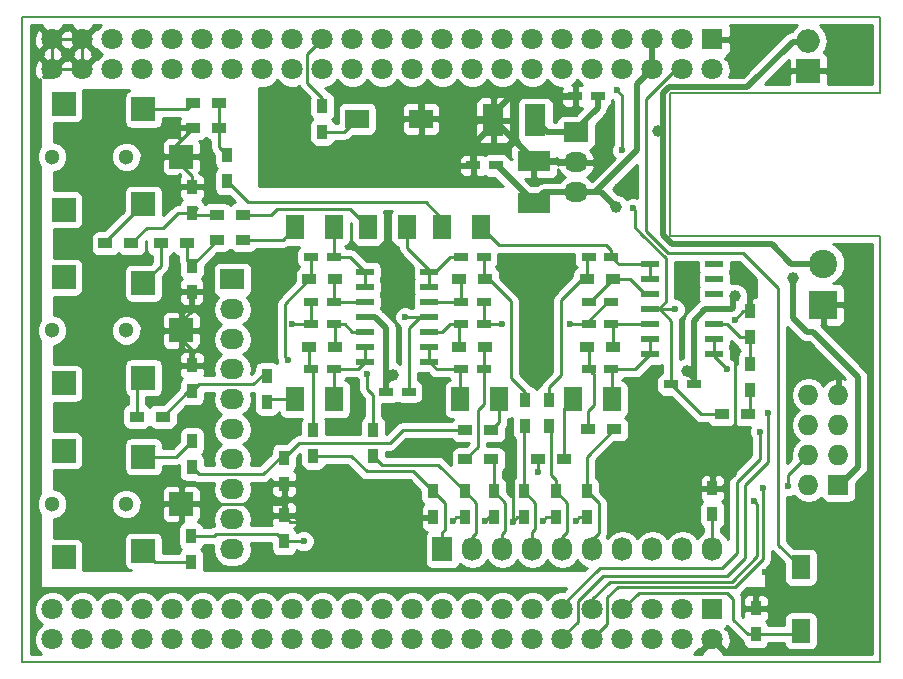
<source format=gbr>
G04 #@! TF.FileFunction,Copper,L1,Top,Signal*
%FSLAX46Y46*%
G04 Gerber Fmt 4.6, Leading zero omitted, Abs format (unit mm)*
G04 Created by KiCad (PCBNEW 4.0.2+dfsg1-stable) date Mon 24 Oct 2016 13:43:27 CEST*
%MOMM*%
G01*
G04 APERTURE LIST*
%ADD10C,0.100000*%
%ADD11C,0.150000*%
%ADD12R,2.000000X2.000000*%
%ADD13C,1.300000*%
%ADD14R,1.727200X1.727200*%
%ADD15O,1.727200X1.727200*%
%ADD16R,1.800000X1.800000*%
%ADD17C,1.800000*%
%ADD18R,1.200000X0.750000*%
%ADD19R,1.524000X2.032000*%
%ADD20R,2.032000X1.727200*%
%ADD21O,2.032000X1.727200*%
%ADD22R,1.727200X2.032000*%
%ADD23O,1.727200X2.032000*%
%ADD24R,0.900000X1.200000*%
%ADD25R,1.200000X0.900000*%
%ADD26R,2.000000X1.600000*%
%ADD27R,1.600000X2.000000*%
%ADD28R,1.500000X0.600000*%
%ADD29R,1.778000X2.794000*%
%ADD30R,2.794000X1.778000*%
%ADD31O,1.998980X1.998980*%
%ADD32R,1.998980X1.998980*%
%ADD33C,2.400000*%
%ADD34R,2.400000X2.400000*%
%ADD35C,0.600000*%
%ADD36C,1.000000*%
%ADD37C,0.250000*%
%ADD38C,0.500000*%
%ADD39C,0.254000*%
G04 APERTURE END LIST*
D10*
D11*
X72644000Y48196500D02*
X72644000Y54610000D01*
X72644000Y36068000D02*
X72644000Y0D01*
X54800500Y36068000D02*
X72644000Y36068000D01*
X54800500Y48196500D02*
X54800500Y36068000D01*
X72644000Y48196500D02*
X54800500Y48196500D01*
X72644000Y0D02*
X0Y0D01*
X0Y54610000D02*
X72644000Y54610000D01*
X0Y0D02*
X0Y54610000D01*
D12*
X10250000Y38775000D03*
X13450000Y42775000D03*
X10250000Y46775000D03*
X3500000Y38275000D03*
X3500000Y47275000D03*
D13*
X2500000Y42775000D03*
X8800000Y42775000D03*
D14*
X69088000Y14986000D03*
D15*
X66548000Y14986000D03*
X69088000Y17526000D03*
X66548000Y17526000D03*
X69088000Y20066000D03*
X66548000Y20066000D03*
X69088000Y22606000D03*
X66548000Y22606000D03*
D16*
X58420000Y52705000D03*
D17*
X58420000Y50165000D03*
X55880000Y52705000D03*
X55880000Y50165000D03*
X53340000Y52705000D03*
X53340000Y50165000D03*
X50800000Y52705000D03*
X50800000Y50165000D03*
X48260000Y52705000D03*
X48260000Y50165000D03*
X45720000Y52705000D03*
X45720000Y50165000D03*
X43180000Y52705000D03*
X43180000Y50165000D03*
X40640000Y52705000D03*
X40640000Y50165000D03*
X38100000Y52705000D03*
X38100000Y50165000D03*
X35560000Y52705000D03*
X35560000Y50165000D03*
X33020000Y52705000D03*
X33020000Y50165000D03*
X30480000Y52705000D03*
X30480000Y50165000D03*
X27940000Y52705000D03*
X27940000Y50165000D03*
X25400000Y52705000D03*
X25400000Y50165000D03*
X22860000Y52705000D03*
X22860000Y50165000D03*
X20320000Y52705000D03*
X20320000Y50165000D03*
X17780000Y52705000D03*
X17780000Y50165000D03*
X15240000Y52705000D03*
X15240000Y50165000D03*
X12700000Y52705000D03*
X12700000Y50165000D03*
X10160000Y52705000D03*
X10160000Y50165000D03*
X7620000Y52705000D03*
X7620000Y50165000D03*
X5080000Y52705000D03*
X5080000Y50165000D03*
X2540000Y52705000D03*
X2540000Y50165000D03*
D16*
X58420000Y4445000D03*
D17*
X58420000Y1905000D03*
X55880000Y4445000D03*
X55880000Y1905000D03*
X53340000Y4445000D03*
X53340000Y1905000D03*
X50800000Y4445000D03*
X50800000Y1905000D03*
X48260000Y4445000D03*
X48260000Y1905000D03*
X45720000Y4445000D03*
X45720000Y1905000D03*
X43180000Y4445000D03*
X43180000Y1905000D03*
X40640000Y4445000D03*
X40640000Y1905000D03*
X38100000Y4445000D03*
X38100000Y1905000D03*
X35560000Y4445000D03*
X35560000Y1905000D03*
X33020000Y4445000D03*
X33020000Y1905000D03*
X30480000Y4445000D03*
X30480000Y1905000D03*
X27940000Y4445000D03*
X27940000Y1905000D03*
X25400000Y4445000D03*
X25400000Y1905000D03*
X22860000Y4445000D03*
X22860000Y1905000D03*
X20320000Y4445000D03*
X20320000Y1905000D03*
X17780000Y4445000D03*
X17780000Y1905000D03*
X15240000Y4445000D03*
X15240000Y1905000D03*
X12700000Y4445000D03*
X12700000Y1905000D03*
X10160000Y4445000D03*
X10160000Y1905000D03*
X7620000Y4445000D03*
X7620000Y1905000D03*
X5080000Y4445000D03*
X5080000Y1905000D03*
X2540000Y4445000D03*
X2540000Y1905000D03*
D18*
X37150000Y28575000D03*
X39050000Y28575000D03*
X37150000Y30480000D03*
X39050000Y30480000D03*
X37150000Y24765000D03*
X39050000Y24765000D03*
X37150000Y34290000D03*
X39050000Y34290000D03*
X32700000Y22860000D03*
X30800000Y22860000D03*
D19*
X37084000Y22225000D03*
X40386000Y22225000D03*
X32575500Y36830000D03*
X29273500Y36830000D03*
D18*
X26350000Y30480000D03*
X24450000Y30480000D03*
X26350000Y28575000D03*
X24450000Y28575000D03*
X26350000Y34290000D03*
X24450000Y34290000D03*
X26350000Y24765000D03*
X24450000Y24765000D03*
D19*
X26416000Y36830000D03*
X23114000Y36830000D03*
X26416000Y22225000D03*
X23114000Y22225000D03*
D18*
X47945000Y30480000D03*
X49845000Y30480000D03*
X49845000Y28575000D03*
X47945000Y28575000D03*
X49845000Y34290000D03*
X47945000Y34290000D03*
X49845000Y24765000D03*
X47945000Y24765000D03*
D19*
X38862000Y36830000D03*
X35560000Y36830000D03*
X49911000Y22225000D03*
X46609000Y22225000D03*
D20*
X17780000Y32385000D03*
D21*
X17780000Y29845000D03*
X17780000Y27305000D03*
X17780000Y24765000D03*
X17780000Y22225000D03*
X17780000Y19685000D03*
X17780000Y17145000D03*
X17780000Y14605000D03*
X17780000Y12065000D03*
X17780000Y9525000D03*
D22*
X35560000Y9525000D03*
D23*
X38100000Y9525000D03*
X40640000Y9525000D03*
X43180000Y9525000D03*
X45720000Y9525000D03*
X48260000Y9525000D03*
X50800000Y9525000D03*
X53340000Y9525000D03*
X55880000Y9525000D03*
X58420000Y9525000D03*
D24*
X25400000Y47074000D03*
X25400000Y44874000D03*
X61595000Y23030000D03*
X61595000Y25230000D03*
X61595000Y27475000D03*
X61595000Y29675000D03*
D25*
X37508000Y17145000D03*
X39708000Y17145000D03*
D24*
X42545000Y22182000D03*
X42545000Y19982000D03*
D25*
X37000000Y26670000D03*
X39200000Y26670000D03*
X37000000Y32385000D03*
X39200000Y32385000D03*
D24*
X29718000Y19642000D03*
X29718000Y17442000D03*
X24638000Y19642000D03*
X24638000Y17442000D03*
D25*
X26500000Y32385000D03*
X24300000Y32385000D03*
X26500000Y26670000D03*
X24300000Y26670000D03*
D24*
X62103000Y2329000D03*
X62103000Y4529000D03*
X44577000Y22182000D03*
X44577000Y19982000D03*
D25*
X47922000Y19685000D03*
X50122000Y19685000D03*
X49995000Y32385000D03*
X47795000Y32385000D03*
X49995000Y26670000D03*
X47795000Y26670000D03*
D26*
X28351500Y45974000D03*
X33751500Y45974000D03*
D27*
X65913000Y2634000D03*
X65913000Y8034000D03*
D28*
X34450000Y25400000D03*
X34450000Y26670000D03*
X34450000Y27940000D03*
X34450000Y29210000D03*
X34450000Y30480000D03*
X34450000Y31750000D03*
X34450000Y33020000D03*
X29050000Y33020000D03*
X29050000Y31750000D03*
X29050000Y30480000D03*
X29050000Y29210000D03*
X29050000Y27940000D03*
X29050000Y26670000D03*
X29050000Y25400000D03*
X53180000Y33655000D03*
X53180000Y32385000D03*
X53180000Y31115000D03*
X53180000Y29845000D03*
X53180000Y28575000D03*
X53180000Y27305000D03*
X53180000Y26035000D03*
X58580000Y26035000D03*
X58580000Y27305000D03*
X58580000Y28575000D03*
X58580000Y29845000D03*
X58580000Y31115000D03*
X58580000Y32385000D03*
X58580000Y33655000D03*
D20*
X46863000Y44831000D03*
D21*
X46863000Y42291000D03*
X46863000Y39751000D03*
D18*
X54930000Y23495000D03*
X56830000Y23495000D03*
D29*
X43434000Y45847000D03*
X39878000Y45847000D03*
D30*
X43307000Y38862000D03*
X43307000Y42418000D03*
D31*
X66548000Y52578000D03*
D32*
X66548000Y50038000D03*
D18*
X48702000Y47879000D03*
X46802000Y47879000D03*
X40066000Y42037000D03*
X38166000Y42037000D03*
D12*
X10250000Y24075000D03*
X13450000Y28075000D03*
X10250000Y32075000D03*
X3500000Y23575000D03*
X3500000Y32575000D03*
D13*
X2500000Y28075000D03*
X8800000Y28075000D03*
D12*
X10250000Y9375000D03*
X13450000Y13375000D03*
X10250000Y17375000D03*
X3500000Y8875000D03*
X3500000Y17875000D03*
D13*
X2500000Y13375000D03*
X8800000Y13375000D03*
D25*
X18689500Y35750500D03*
X16489500Y35750500D03*
D24*
X42481500Y14435000D03*
X42481500Y12235000D03*
D25*
X16489500Y37846000D03*
X18689500Y37846000D03*
D24*
X39941500Y14435000D03*
X39941500Y12235000D03*
D25*
X37508000Y19621500D03*
X39708000Y19621500D03*
D24*
X37465000Y14435000D03*
X37465000Y12235000D03*
X22161500Y17292500D03*
X22161500Y15092500D03*
X14325000Y33535800D03*
X14325000Y31335800D03*
X14351000Y38016000D03*
X14351000Y40216000D03*
X20701000Y24214000D03*
X20701000Y22014000D03*
X34798000Y14435000D03*
X34798000Y12235000D03*
D25*
X43667500Y17145000D03*
X45867500Y17145000D03*
D24*
X45148500Y14435000D03*
X45148500Y12235000D03*
X17335500Y42883000D03*
X17335500Y40683000D03*
X47815500Y14435000D03*
X47815500Y12235000D03*
X14351000Y22903000D03*
X14351000Y25103000D03*
X22161500Y10203000D03*
X22161500Y12403000D03*
D25*
X16657500Y45212000D03*
X14457500Y45212000D03*
D24*
X58420000Y12489000D03*
X58420000Y14689000D03*
D25*
X59225000Y20955000D03*
X61425000Y20955000D03*
D33*
X67818000Y33726000D03*
D34*
X67818000Y30226000D03*
D25*
X11727000Y35433000D03*
X13927000Y35433000D03*
X7028000Y35433000D03*
X9228000Y35433000D03*
D24*
X14351000Y18689500D03*
X14351000Y16489500D03*
D25*
X9695000Y20764500D03*
X11895000Y20764500D03*
X14457500Y47307500D03*
X16657500Y47307500D03*
D24*
X14287500Y8425000D03*
X14287500Y10625000D03*
D35*
X22860000Y28575000D03*
X40640000Y28575000D03*
X46355000Y28575000D03*
X59690000Y24765000D03*
D36*
X50546000Y40068500D03*
X33629600Y48285400D03*
X44386500Y48577500D03*
X60325000Y30988000D03*
X56261000Y24638000D03*
X31369000Y24257000D03*
D35*
X62865000Y7620000D03*
X22479000Y25527000D03*
X29210000Y24384000D03*
D36*
X53784500Y44958000D03*
D35*
X50355500Y48387000D03*
X50800000Y43307000D03*
X51689000Y38417500D03*
X55245000Y29845000D03*
X32385000Y29210000D03*
D36*
X65278000Y32512000D03*
X50292000Y38481000D03*
D35*
X64846200Y14884400D03*
X62712600Y14757400D03*
X63119000Y21082000D03*
X61976000Y13589000D03*
X62458600Y19481800D03*
X33147000Y18224500D03*
X27178000Y19812000D03*
X21145500Y19367500D03*
X23812500Y12636500D03*
X31813500Y20764500D03*
X41529000Y17526000D03*
X39179500Y11938000D03*
X33591500Y11874500D03*
X36449000Y11938000D03*
X41529000Y11874500D03*
X44069000Y11938000D03*
X46863000Y11938000D03*
X56134000Y32258000D03*
X43180000Y32004000D03*
X31750000Y32004000D03*
X21336000Y33020000D03*
X56743600Y14655800D03*
X12598400Y31292800D03*
X12877800Y40055800D03*
X60261500Y26352500D03*
X60325000Y28956000D03*
X23812500Y10223500D03*
X43624500Y16065500D03*
D37*
X37150000Y28575000D02*
X36195000Y28575000D01*
X35560000Y27940000D02*
X34450000Y27940000D01*
X36195000Y28575000D02*
X35560000Y27940000D01*
X37000000Y26670000D02*
X37000000Y28425000D01*
X37000000Y28425000D02*
X37150000Y28575000D01*
X22860000Y28575000D02*
X24450000Y28575000D01*
X40640000Y28575000D02*
X39050000Y28575000D01*
X58580000Y26035000D02*
X58580000Y25875000D01*
X58580000Y25875000D02*
X59690000Y24765000D01*
X46355000Y28575000D02*
X47945000Y28575000D01*
X58580000Y26035000D02*
X58580000Y27305000D01*
X47945000Y28575000D02*
X47945000Y28895000D01*
X47945000Y28895000D02*
X49530000Y30480000D01*
X49530000Y30480000D02*
X49845000Y30480000D01*
X39050000Y28575000D02*
X39050000Y30480000D01*
X24450000Y30480000D02*
X24450000Y28575000D01*
X37150000Y30480000D02*
X37150000Y32235000D01*
X37150000Y32235000D02*
X37000000Y32385000D01*
X37150000Y30480000D02*
X34450000Y30480000D01*
X34450000Y25400000D02*
X34450000Y26670000D01*
X37150000Y24765000D02*
X35085000Y24765000D01*
X35085000Y24765000D02*
X34450000Y25400000D01*
X37084000Y22225000D02*
X37084000Y24699000D01*
X37084000Y24699000D02*
X37150000Y24765000D01*
X39050000Y24765000D02*
X39050000Y21841500D01*
X38544500Y18181500D02*
X37508000Y17145000D01*
X38544500Y21336000D02*
X38544500Y18181500D01*
X39050000Y21841500D02*
X38544500Y21336000D01*
X37254000Y17399000D02*
X37338000Y17315000D01*
X39050000Y24765000D02*
X39050000Y26520000D01*
X39050000Y26520000D02*
X39200000Y26670000D01*
X34450000Y33020000D02*
X34450000Y33164800D01*
X34450000Y33164800D02*
X32575500Y35039300D01*
X32575500Y35039300D02*
X32575500Y36830000D01*
X34450000Y33020000D02*
X34925000Y33020000D01*
X34925000Y33020000D02*
X36195000Y34290000D01*
X36195000Y34290000D02*
X37150000Y34290000D01*
X34450000Y31750000D02*
X34450000Y33020000D01*
X39200000Y32385000D02*
X39497000Y32385000D01*
X39497000Y32385000D02*
X41338500Y30543500D01*
X42545000Y22860000D02*
X42545000Y22182000D01*
X41338500Y24066500D02*
X42545000Y22860000D01*
X41338500Y30543500D02*
X41338500Y24066500D01*
X39050000Y34290000D02*
X39050000Y32535000D01*
X39050000Y32535000D02*
X39200000Y32385000D01*
X61595000Y23030000D02*
X61595000Y21125000D01*
X61595000Y21125000D02*
X61425000Y20955000D01*
D38*
X33751500Y45974000D02*
X33751500Y48163500D01*
X33751500Y48163500D02*
X33629600Y48285400D01*
X44259500Y48450500D02*
X44259500Y47879000D01*
X44386500Y48577500D02*
X44259500Y48450500D01*
X40259000Y45847000D02*
X40259000Y46799500D01*
X40259000Y46799500D02*
X41338500Y47879000D01*
X41338500Y47879000D02*
X44259500Y47879000D01*
X44259500Y47879000D02*
X46929000Y47879000D01*
X33751500Y45974000D02*
X40132000Y45974000D01*
X40132000Y45974000D02*
X40259000Y45847000D01*
X38166000Y41973500D02*
X38166000Y43754000D01*
X38166000Y43754000D02*
X40259000Y45847000D01*
X40259000Y45847000D02*
X40259000Y45529500D01*
X40259000Y45529500D02*
X43370500Y42418000D01*
X46926500Y42291000D02*
X43497500Y42291000D01*
X43497500Y42291000D02*
X43370500Y42418000D01*
D37*
X2540000Y52705000D02*
X5080000Y52705000D01*
X2540000Y52705000D02*
X2540000Y50165000D01*
X5080000Y50165000D02*
X2540000Y50165000D01*
X5080000Y52705000D02*
X5080000Y50165000D01*
D38*
X60071000Y29845000D02*
X58580000Y29845000D01*
X60325000Y30988000D02*
X60198000Y30861000D01*
X60198000Y30861000D02*
X60198000Y29972000D01*
X60198000Y29972000D02*
X60071000Y29845000D01*
X30800000Y22860000D02*
X30800000Y23688000D01*
X56830000Y24069000D02*
X56830000Y23495000D01*
X56261000Y24638000D02*
X56830000Y24069000D01*
X30800000Y23688000D02*
X31369000Y24257000D01*
X29050000Y29210000D02*
X29845000Y29210000D01*
X30800000Y28255000D02*
X30800000Y22860000D01*
X29845000Y29210000D02*
X30800000Y28255000D01*
D37*
X62865000Y7620000D02*
X62865000Y7620000D01*
X58420000Y4445000D02*
X58420000Y5080000D01*
D38*
X57785000Y29845000D02*
X58580000Y29845000D01*
X56830000Y23495000D02*
X56830000Y28890000D01*
X56830000Y28890000D02*
X57785000Y29845000D01*
D37*
X10250000Y17375000D02*
X13036500Y17375000D01*
X13036500Y17375000D02*
X14351000Y18689500D01*
X11145400Y18270400D02*
X10250000Y17375000D01*
X7028000Y35433000D02*
X7028000Y35553000D01*
X7028000Y35553000D02*
X10250000Y38775000D01*
X11037000Y38016000D02*
X10254000Y38799000D01*
X10445000Y38608000D02*
X10254000Y38799000D01*
X26350000Y30480000D02*
X29050000Y30480000D01*
X26350000Y30480000D02*
X26350000Y32235000D01*
X26350000Y32235000D02*
X26500000Y32385000D01*
X26500000Y26670000D02*
X26500000Y28425000D01*
X26500000Y28425000D02*
X26350000Y28575000D01*
X26350000Y28575000D02*
X27305000Y28575000D01*
X27940000Y27940000D02*
X29050000Y27940000D01*
X27305000Y28575000D02*
X27940000Y27940000D01*
X29050000Y31750000D02*
X29050000Y33020000D01*
X26350000Y34290000D02*
X27780000Y34290000D01*
X27780000Y34290000D02*
X29050000Y33020000D01*
X26416000Y36830000D02*
X26416000Y34356000D01*
X26416000Y34356000D02*
X26350000Y34290000D01*
X29718000Y19642000D02*
X29718000Y22606000D01*
X22225000Y30310000D02*
X24300000Y32385000D01*
X22225000Y25781000D02*
X22225000Y30310000D01*
X22479000Y25527000D02*
X22225000Y25781000D01*
X29210000Y23114000D02*
X29210000Y24384000D01*
X29718000Y22606000D02*
X29210000Y23114000D01*
X24450000Y34290000D02*
X24450000Y32535000D01*
X24450000Y32535000D02*
X24300000Y32385000D01*
X26416000Y22225000D02*
X26416000Y24699000D01*
X26416000Y24699000D02*
X26350000Y24765000D01*
X29050000Y25400000D02*
X29050000Y26670000D01*
X26350000Y24765000D02*
X28415000Y24765000D01*
X28415000Y24765000D02*
X29050000Y25400000D01*
X24638000Y19642000D02*
X24638000Y24577000D01*
X24638000Y24577000D02*
X24450000Y24765000D01*
X24300000Y26670000D02*
X24300000Y24915000D01*
X24300000Y24915000D02*
X24450000Y24765000D01*
X11727000Y35433000D02*
X11727000Y33552000D01*
X11727000Y33552000D02*
X10250000Y32075000D01*
X9695000Y20764500D02*
X9695000Y23520000D01*
X9695000Y23520000D02*
X10250000Y24075000D01*
X53180000Y31115000D02*
X52705000Y31115000D01*
X52705000Y31115000D02*
X51435000Y32385000D01*
X51435000Y32385000D02*
X49995000Y32385000D01*
X47945000Y30480000D02*
X48090000Y30480000D01*
X48090000Y30480000D02*
X49995000Y32385000D01*
X49845000Y28575000D02*
X53180000Y28575000D01*
X49995000Y26670000D02*
X49995000Y28425000D01*
X49995000Y28425000D02*
X49845000Y28575000D01*
X49845000Y34290000D02*
X49845000Y34864000D01*
X40386000Y35306000D02*
X38862000Y36830000D01*
X49403000Y35306000D02*
X40386000Y35306000D01*
X49845000Y34864000D02*
X49403000Y35306000D01*
X53180000Y33655000D02*
X50480000Y33655000D01*
X50480000Y33655000D02*
X49845000Y34290000D01*
X53180000Y32385000D02*
X53180000Y33655000D01*
X47795000Y32385000D02*
X47371000Y32385000D01*
X47371000Y32385000D02*
X45593000Y30607000D01*
X44577000Y23241000D02*
X44577000Y22182000D01*
X45593000Y24257000D02*
X44577000Y23241000D01*
X45593000Y30607000D02*
X45593000Y24257000D01*
X47795000Y32385000D02*
X47795000Y34140000D01*
X47795000Y34140000D02*
X47945000Y34290000D01*
X53180000Y26035000D02*
X53180000Y27305000D01*
X49845000Y24765000D02*
X51910000Y24765000D01*
X51910000Y24765000D02*
X53180000Y26035000D01*
X49911000Y22225000D02*
X49911000Y24699000D01*
X49911000Y24699000D02*
X49845000Y24765000D01*
X47922000Y19685000D02*
X47922000Y21252000D01*
X48387000Y24323000D02*
X47945000Y24765000D01*
X48387000Y21717000D02*
X48387000Y24323000D01*
X47922000Y21252000D02*
X48387000Y21717000D01*
X47945000Y24765000D02*
X47945000Y26520000D01*
X47945000Y26520000D02*
X47795000Y26670000D01*
X48260000Y24450000D02*
X47945000Y24765000D01*
X10250000Y46775000D02*
X13925000Y46775000D01*
X13925000Y46775000D02*
X14457500Y47307500D01*
X11037000Y47582000D02*
X10254000Y46799000D01*
X14287500Y8425000D02*
X11200000Y8425000D01*
X11200000Y8425000D02*
X10250000Y9375000D01*
X24638000Y17442000D02*
X27833500Y17442000D01*
X33104000Y16129000D02*
X34798000Y14435000D01*
X29146500Y16129000D02*
X33104000Y16129000D01*
X27833500Y17442000D02*
X29146500Y16129000D01*
X35560000Y9525000D02*
X35560000Y10985500D01*
X35750500Y13482500D02*
X34798000Y14435000D01*
X35750500Y11176000D02*
X35750500Y13482500D01*
X35560000Y10985500D02*
X35750500Y11176000D01*
X37465000Y14435000D02*
X37444500Y14435000D01*
X37444500Y14435000D02*
X35179000Y16700500D01*
X30459500Y16700500D02*
X29718000Y17442000D01*
X35179000Y16700500D02*
X30459500Y16700500D01*
X38100000Y9525000D02*
X38100000Y10604500D01*
X38417500Y13482500D02*
X37465000Y14435000D01*
X38417500Y10922000D02*
X38417500Y13482500D01*
X38100000Y10604500D02*
X38417500Y10922000D01*
X39941500Y14435000D02*
X39941500Y16911500D01*
X39941500Y16911500D02*
X39708000Y17145000D01*
X40640000Y9525000D02*
X40640000Y10858500D01*
X40894000Y13482500D02*
X39941500Y14435000D01*
X40894000Y11112500D02*
X40894000Y13482500D01*
X40640000Y10858500D02*
X40894000Y11112500D01*
X42481500Y14435000D02*
X42481500Y19918500D01*
X42481500Y19918500D02*
X42545000Y19982000D01*
X43180000Y9525000D02*
X43180000Y10985500D01*
X43434000Y13482500D02*
X42481500Y14435000D01*
X43434000Y11239500D02*
X43434000Y13482500D01*
X43180000Y10985500D02*
X43434000Y11239500D01*
X45148500Y14435000D02*
X45148500Y15430500D01*
X44767500Y15811500D02*
X44767500Y19791500D01*
X45148500Y15430500D02*
X44767500Y15811500D01*
X44767500Y19791500D02*
X44577000Y19982000D01*
X45720000Y9525000D02*
X45720000Y10604500D01*
X46101000Y13482500D02*
X45148500Y14435000D01*
X46101000Y10985500D02*
X46101000Y13482500D01*
X45720000Y10604500D02*
X46101000Y10985500D01*
X47815500Y14435000D02*
X47815500Y17378500D01*
X47815500Y17378500D02*
X50122000Y19685000D01*
X48260000Y9525000D02*
X48260000Y10350500D01*
X48260000Y10350500D02*
X48831500Y10922000D01*
X48831500Y10922000D02*
X48831500Y13419000D01*
X48831500Y13419000D02*
X47815500Y14435000D01*
D38*
X54229000Y44958000D02*
X53784500Y44958000D01*
X46863000Y44831000D02*
X46863000Y45085000D01*
X46863000Y45085000D02*
X48702000Y46924000D01*
X48702000Y46924000D02*
X48702000Y47879000D01*
X46863000Y44831000D02*
X44450000Y44831000D01*
X44450000Y44831000D02*
X43434000Y45847000D01*
X67818000Y33726000D02*
X65080000Y33726000D01*
X54991000Y35369500D02*
X54229000Y36131500D01*
X63436500Y35369500D02*
X54991000Y35369500D01*
X65024000Y33782000D02*
X63436500Y35369500D01*
X54229000Y36131500D02*
X54229000Y39751000D01*
X65080000Y33726000D02*
X65024000Y33782000D01*
X54229000Y39751000D02*
X54229000Y44958000D01*
X54229000Y44958000D02*
X54229000Y48133000D01*
X54737000Y48641000D02*
X54229000Y48133000D01*
X61341000Y48641000D02*
X54737000Y48641000D01*
X65214500Y52514500D02*
X61341000Y48641000D01*
X66357500Y52514500D02*
X65214500Y52514500D01*
D37*
X25400000Y47074000D02*
X25400000Y47752000D01*
X24130000Y51435000D02*
X25400000Y52705000D01*
X24130000Y49022000D02*
X24130000Y51435000D01*
X25400000Y47752000D02*
X24130000Y49022000D01*
X25400000Y44874000D02*
X27251500Y44874000D01*
X27251500Y44874000D02*
X28351500Y45974000D01*
X50800000Y43307000D02*
X50800000Y47942500D01*
X50800000Y47942500D02*
X50355500Y48387000D01*
X54483000Y30480000D02*
X54483000Y34161602D01*
X54483000Y34161602D02*
X52387500Y36257102D01*
X53848000Y29845000D02*
X54483000Y30480000D01*
X51847051Y36797551D02*
X52387500Y36257102D01*
X50863500Y43370500D02*
X50800000Y43307000D01*
X51689000Y38417500D02*
X51847051Y38259449D01*
X51847051Y38259449D02*
X51847051Y36797551D01*
X53180000Y29845000D02*
X53848000Y29845000D01*
X59225000Y20955000D02*
X57470000Y20955000D01*
X57470000Y20955000D02*
X54930000Y23495000D01*
X34450000Y29210000D02*
X32385000Y29210000D01*
X55245000Y29845000D02*
X53180000Y29845000D01*
X54930000Y23495000D02*
X54930000Y28890000D01*
X54930000Y28890000D02*
X53975000Y29845000D01*
X53975000Y29845000D02*
X53180000Y29845000D01*
X32700000Y22860000D02*
X32700000Y28255000D01*
X33655000Y29210000D02*
X34450000Y29210000D01*
X32700000Y28255000D02*
X33655000Y29210000D01*
X61595000Y25230000D02*
X61595000Y27475000D01*
X58580000Y28575000D02*
X59690000Y28575000D01*
X60790000Y27475000D02*
X61595000Y27475000D01*
X59690000Y28575000D02*
X60790000Y27475000D01*
X62103000Y2329000D02*
X61425000Y2329000D01*
X52197000Y5842000D02*
X50800000Y4445000D01*
X59690000Y5842000D02*
X52197000Y5842000D01*
X60198000Y5334000D02*
X59690000Y5842000D01*
X60198000Y3556000D02*
X60198000Y5334000D01*
X61425000Y2329000D02*
X60198000Y3556000D01*
X62103000Y2329000D02*
X65608000Y2329000D01*
X65608000Y2329000D02*
X65913000Y2634000D01*
X55880000Y50165000D02*
X55306404Y50165000D01*
X55306404Y50165000D02*
X52832000Y47690596D01*
X52832000Y47690596D02*
X52832000Y36449000D01*
X52832000Y36449000D02*
X54673500Y34607500D01*
X54673500Y34607500D02*
X61023500Y34607500D01*
X61023500Y34607500D02*
X64008000Y31623000D01*
X64008000Y31623000D02*
X64008000Y9939000D01*
X65913000Y8034000D02*
X64008000Y9939000D01*
D38*
X46863000Y39751000D02*
X48514000Y39751000D01*
X52070000Y48895000D02*
X53340000Y50165000D01*
X52070000Y43307000D02*
X52070000Y48895000D01*
X48514000Y39751000D02*
X52070000Y43307000D01*
X46863000Y39751000D02*
X44196000Y39751000D01*
X44196000Y39751000D02*
X43307000Y38862000D01*
X53340000Y50165000D02*
X53340000Y49911000D01*
X53340000Y52705000D02*
X53340000Y50165000D01*
X65278000Y29083000D02*
X65278000Y32512000D01*
X66421000Y27940000D02*
X65278000Y29083000D01*
X66929000Y27940000D02*
X66421000Y27940000D01*
X70739000Y24130000D02*
X66929000Y27940000D01*
X70739000Y16510000D02*
X70739000Y24130000D01*
X69215000Y14986000D02*
X70739000Y16510000D01*
X49022000Y39751000D02*
X46863000Y39751000D01*
X50292000Y38481000D02*
X49022000Y39751000D01*
X69088000Y14986000D02*
X69215000Y14986000D01*
D37*
X46863000Y39751000D02*
X46355000Y39751000D01*
D38*
X40066000Y41973500D02*
X40259000Y41973500D01*
X40259000Y41973500D02*
X43370500Y38862000D01*
D37*
X64846200Y14884400D02*
X64846200Y15824200D01*
X64846200Y15824200D02*
X66548000Y17526000D01*
X62712600Y14757400D02*
X62712600Y14757400D01*
X62712600Y14757400D02*
X62712600Y8686800D01*
X49530000Y3175000D02*
X48260000Y1905000D01*
X49530000Y5461000D02*
X49530000Y3175000D01*
X50400798Y6331798D02*
X49530000Y5461000D01*
X60357598Y6331798D02*
X50400798Y6331798D01*
X62712600Y8686800D02*
X60357598Y6331798D01*
X63169800Y16967200D02*
X63119000Y21082000D01*
X61188600Y14986000D02*
X63169800Y16967200D01*
X61188600Y8813800D02*
X61188600Y14986000D01*
X59690000Y7315200D02*
X61188600Y8813800D01*
X49174400Y7315200D02*
X59690000Y7315200D01*
X47015400Y5156200D02*
X49174400Y7315200D01*
X47015400Y3378200D02*
X47015400Y5156200D01*
X45720000Y2082800D02*
X47015400Y3378200D01*
X45720000Y1905000D02*
X45720000Y2082800D01*
X62230000Y13335000D02*
X61976000Y13589000D01*
X62204600Y8966200D02*
X62230000Y13335000D01*
X60066902Y6807200D02*
X62204600Y8966200D01*
X49733200Y6807200D02*
X60066902Y6807200D01*
X48260000Y5334000D02*
X49733200Y6807200D01*
X48260000Y4445000D02*
X48260000Y5334000D01*
X48895000Y7975600D02*
X45720000Y4800600D01*
X48895000Y7975600D02*
X59258200Y7975600D01*
X59258200Y7975600D02*
X60477400Y9194800D01*
X60477400Y9194800D02*
X60477400Y15240000D01*
X60477400Y15240000D02*
X62433200Y17195800D01*
X62433200Y17195800D02*
X62458600Y19481800D01*
X45720000Y4445000D02*
X45720000Y4800600D01*
X41529000Y11874500D02*
X41529000Y17526000D01*
X23876000Y12573000D02*
X23876000Y11874500D01*
X23876000Y12573000D02*
X23812500Y12636500D01*
X39941500Y12235000D02*
X39476500Y12235000D01*
X39476500Y12235000D02*
X39179500Y11938000D01*
X33591500Y11874500D02*
X23876000Y11874500D01*
X23876000Y11874500D02*
X22690000Y11874500D01*
X22690000Y11874500D02*
X22161500Y12403000D01*
X12700000Y13375000D02*
X21947500Y13375000D01*
X21947500Y13375000D02*
X22161500Y13589000D01*
X22161500Y15092500D02*
X22161500Y13589000D01*
X22161500Y13589000D02*
X22161500Y12403000D01*
X12700000Y42775000D02*
X12700000Y43454500D01*
X12700000Y43454500D02*
X14457500Y45212000D01*
X34798000Y12235000D02*
X33952000Y12235000D01*
X33952000Y12235000D02*
X33591500Y11874500D01*
X37465000Y12235000D02*
X36746000Y12235000D01*
X36746000Y12235000D02*
X36449000Y11938000D01*
X42481500Y12235000D02*
X41889500Y12235000D01*
X41889500Y12235000D02*
X41529000Y11874500D01*
X45148500Y12235000D02*
X44366000Y12235000D01*
X44366000Y12235000D02*
X44069000Y11938000D01*
X47815500Y12235000D02*
X47160000Y12235000D01*
X47160000Y12235000D02*
X46863000Y11938000D01*
X56134000Y32258000D02*
X56388000Y32258000D01*
X43180000Y32004000D02*
X44196000Y32004000D01*
X12700000Y28075000D02*
X15629000Y28075000D01*
X31750000Y32004000D02*
X33020000Y32004000D01*
X20066000Y34290000D02*
X21336000Y33020000D01*
X16764000Y34290000D02*
X20066000Y34290000D01*
X16002000Y33528000D02*
X16764000Y34290000D01*
X16002000Y28448000D02*
X16002000Y33528000D01*
X15629000Y28075000D02*
X16002000Y28448000D01*
X58420000Y14689000D02*
X56776800Y14689000D01*
X56776800Y14689000D02*
X56743600Y14655800D01*
X12790800Y13284200D02*
X12700000Y13375000D01*
X14351000Y40216000D02*
X13038000Y40216000D01*
X12641400Y31335800D02*
X14325000Y31335800D01*
X12598400Y31292800D02*
X12641400Y31335800D01*
X13038000Y40216000D02*
X12877800Y40055800D01*
X14325000Y31335800D02*
X14325000Y29700000D01*
X14325000Y29700000D02*
X12700000Y28075000D01*
X14325000Y25128400D02*
X14325000Y26450000D01*
X14325000Y26450000D02*
X12700000Y28075000D01*
X58420000Y14689000D02*
X59075500Y14689000D01*
X59075500Y14689000D02*
X60325000Y15938500D01*
X60325000Y15938500D02*
X60325000Y26289000D01*
X60325000Y26289000D02*
X60261500Y26352500D01*
X61044000Y29675000D02*
X61595000Y29675000D01*
X60325000Y28956000D02*
X61044000Y29675000D01*
X14351000Y40216000D02*
X14351000Y41152000D01*
X14351000Y41152000D02*
X12704000Y42799000D01*
X61425000Y29845000D02*
X61595000Y29675000D01*
X13927000Y35433000D02*
X13927000Y33933800D01*
X13927000Y33933800D02*
X14325000Y33535800D01*
X16489500Y35750500D02*
X16489500Y35700300D01*
X16489500Y35700300D02*
X14325000Y33535800D01*
X58420000Y9525000D02*
X58420000Y12489000D01*
X40386000Y22225000D02*
X40386000Y20299500D01*
X40386000Y20299500D02*
X39708000Y19621500D01*
X18689500Y37846000D02*
X21018500Y37846000D01*
X27749500Y38354000D02*
X29273500Y36830000D01*
X21526500Y38354000D02*
X27749500Y38354000D01*
X21018500Y37846000D02*
X21526500Y38354000D01*
X18689500Y35750500D02*
X22034500Y35750500D01*
X22034500Y35750500D02*
X23114000Y36830000D01*
X23114000Y22225000D02*
X20912000Y22225000D01*
X20912000Y22225000D02*
X20701000Y22014000D01*
X23114000Y22225000D02*
X23114000Y22352000D01*
X23114000Y22225000D02*
X22733000Y22225000D01*
X35560000Y36830000D02*
X35560000Y37528500D01*
X35560000Y37528500D02*
X34163000Y38925500D01*
X34163000Y38925500D02*
X19093000Y38925500D01*
X19093000Y38925500D02*
X17335500Y40683000D01*
X45867500Y17145000D02*
X45867500Y21483500D01*
X45867500Y21483500D02*
X46609000Y22225000D01*
X46609000Y22225000D02*
X46609000Y22098000D01*
X14351000Y38016000D02*
X13187500Y38016000D01*
X10561500Y36766500D02*
X9228000Y35433000D01*
X11938000Y36766500D02*
X10561500Y36766500D01*
X13187500Y38016000D02*
X11938000Y36766500D01*
X16489500Y37846000D02*
X14521000Y37846000D01*
X14521000Y37846000D02*
X14351000Y38016000D01*
X14790600Y38455600D02*
X14351000Y38016000D01*
X22161500Y17292500D02*
X21801000Y17292500D01*
X21801000Y17292500D02*
X20383500Y15875000D01*
X14965500Y15875000D02*
X14351000Y16489500D01*
X20383500Y15875000D02*
X14965500Y15875000D01*
X37508000Y19621500D02*
X32194500Y19621500D01*
X23411000Y18542000D02*
X22161500Y17292500D01*
X31115000Y18542000D02*
X23411000Y18542000D01*
X32194500Y19621500D02*
X31115000Y18542000D01*
X37508000Y19621500D02*
X37508000Y19601000D01*
X37338000Y19515000D02*
X37676000Y19515000D01*
X14351000Y22903000D02*
X14033500Y22903000D01*
X14033500Y22903000D02*
X11895000Y20764500D01*
X20701000Y24214000D02*
X20277000Y24214000D01*
X20277000Y24214000D02*
X19558000Y23495000D01*
X19558000Y23495000D02*
X14943000Y23495000D01*
X14943000Y23495000D02*
X14351000Y22903000D01*
X43667500Y17145000D02*
X43667500Y16108500D01*
X23792000Y10203000D02*
X22161500Y10203000D01*
X23812500Y10223500D02*
X23792000Y10203000D01*
X43667500Y16108500D02*
X43624500Y16065500D01*
X14287500Y10625000D02*
X16213000Y10625000D01*
X21569500Y10795000D02*
X22161500Y10203000D01*
X16383000Y10795000D02*
X21569500Y10795000D01*
X16213000Y10625000D02*
X16383000Y10795000D01*
X16657500Y45212000D02*
X16657500Y43561000D01*
X16657500Y43561000D02*
X17335500Y42883000D01*
X16657500Y47307500D02*
X16657500Y45212000D01*
D39*
G36*
X23540560Y16842000D02*
X23584838Y16606683D01*
X23723910Y16390559D01*
X23936110Y16245569D01*
X24188000Y16194560D01*
X25088000Y16194560D01*
X25323317Y16238838D01*
X25539441Y16377910D01*
X25684431Y16590110D01*
X25703039Y16682000D01*
X27518698Y16682000D01*
X28609099Y15591599D01*
X28855660Y15426852D01*
X28862910Y15425410D01*
X29146500Y15369000D01*
X32789198Y15369000D01*
X33700560Y14457638D01*
X33700560Y13835000D01*
X33744838Y13599683D01*
X33883910Y13383559D01*
X33952006Y13337031D01*
X33809673Y13194698D01*
X33713000Y12961309D01*
X33713000Y12520750D01*
X33871750Y12362000D01*
X34671000Y12362000D01*
X34671000Y12382000D01*
X34925000Y12382000D01*
X34925000Y12362000D01*
X34945000Y12362000D01*
X34945000Y12108000D01*
X34925000Y12108000D01*
X34925000Y12088000D01*
X34671000Y12088000D01*
X34671000Y12108000D01*
X33871750Y12108000D01*
X33713000Y11949250D01*
X33713000Y11508691D01*
X33809673Y11275302D01*
X33988301Y11096673D01*
X34221690Y11000000D01*
X34241481Y11000000D01*
X34099969Y10792890D01*
X34048960Y10541000D01*
X34048960Y8509000D01*
X34093238Y8273683D01*
X34232310Y8057559D01*
X34444510Y7912569D01*
X34696400Y7861560D01*
X36423600Y7861560D01*
X36658917Y7905838D01*
X36875041Y8044910D01*
X37020031Y8257110D01*
X37028400Y8298439D01*
X37040330Y8280585D01*
X37526511Y7955729D01*
X38100000Y7841655D01*
X38673489Y7955729D01*
X39159670Y8280585D01*
X39370000Y8595366D01*
X39580330Y8280585D01*
X40066511Y7955729D01*
X40640000Y7841655D01*
X41213489Y7955729D01*
X41699670Y8280585D01*
X41910000Y8595366D01*
X42120330Y8280585D01*
X42606511Y7955729D01*
X43180000Y7841655D01*
X43753489Y7955729D01*
X44239670Y8280585D01*
X44450000Y8595366D01*
X44660330Y8280585D01*
X45146511Y7955729D01*
X45720000Y7841655D01*
X46293489Y7955729D01*
X46779670Y8280585D01*
X46990000Y8595366D01*
X47200330Y8280585D01*
X47686511Y7955729D01*
X47781444Y7936846D01*
X47591598Y7747000D01*
X15369145Y7747000D01*
X15384940Y7825000D01*
X15384940Y9025000D01*
X15340662Y9260317D01*
X15201590Y9476441D01*
X15131789Y9524134D01*
X15188941Y9560910D01*
X15333931Y9773110D01*
X15352539Y9865000D01*
X16164285Y9865000D01*
X16096655Y9525000D01*
X16210729Y8951511D01*
X16535585Y8465330D01*
X17021766Y8140474D01*
X17595255Y8026400D01*
X17964745Y8026400D01*
X18538234Y8140474D01*
X19024415Y8465330D01*
X19349271Y8951511D01*
X19463345Y9525000D01*
X19361900Y10035000D01*
X21064060Y10035000D01*
X21064060Y9603000D01*
X21108338Y9367683D01*
X21247410Y9151559D01*
X21459610Y9006569D01*
X21711500Y8955560D01*
X22611500Y8955560D01*
X22846817Y8999838D01*
X23062941Y9138910D01*
X23207931Y9351110D01*
X23226539Y9443000D01*
X23270501Y9443000D01*
X23282173Y9431308D01*
X23625701Y9288662D01*
X23997667Y9288338D01*
X24341443Y9430383D01*
X24604692Y9693173D01*
X24747338Y10036701D01*
X24747662Y10408667D01*
X24605617Y10752443D01*
X24342827Y11015692D01*
X23999299Y11158338D01*
X23627333Y11158662D01*
X23283557Y11016617D01*
X23229846Y10963000D01*
X23228834Y10963000D01*
X23214662Y11038317D01*
X23075590Y11254441D01*
X23007494Y11300969D01*
X23149827Y11443302D01*
X23246500Y11676691D01*
X23246500Y12117250D01*
X23087750Y12276000D01*
X22288500Y12276000D01*
X22288500Y12256000D01*
X22034500Y12256000D01*
X22034500Y12276000D01*
X21235250Y12276000D01*
X21076500Y12117250D01*
X21076500Y11676691D01*
X21126906Y11555000D01*
X19361900Y11555000D01*
X19463345Y12065000D01*
X19349271Y12638489D01*
X19024415Y13124670D01*
X19017473Y13129309D01*
X21076500Y13129309D01*
X21076500Y12688750D01*
X21235250Y12530000D01*
X22034500Y12530000D01*
X22034500Y13479250D01*
X22288500Y13479250D01*
X22288500Y12530000D01*
X23087750Y12530000D01*
X23246500Y12688750D01*
X23246500Y13129309D01*
X23149827Y13362698D01*
X22971199Y13541327D01*
X22737810Y13638000D01*
X22447250Y13638000D01*
X22288500Y13479250D01*
X22034500Y13479250D01*
X21875750Y13638000D01*
X21585190Y13638000D01*
X21351801Y13541327D01*
X21173173Y13362698D01*
X21076500Y13129309D01*
X19017473Y13129309D01*
X18709634Y13335000D01*
X19024415Y13545330D01*
X19349271Y14031511D01*
X19463345Y14605000D01*
X19423215Y14806750D01*
X21076500Y14806750D01*
X21076500Y14366191D01*
X21173173Y14132802D01*
X21351801Y13954173D01*
X21585190Y13857500D01*
X21875750Y13857500D01*
X22034500Y14016250D01*
X22034500Y14965500D01*
X22288500Y14965500D01*
X22288500Y14016250D01*
X22447250Y13857500D01*
X22737810Y13857500D01*
X22971199Y13954173D01*
X23149827Y14132802D01*
X23246500Y14366191D01*
X23246500Y14806750D01*
X23087750Y14965500D01*
X22288500Y14965500D01*
X22034500Y14965500D01*
X21235250Y14965500D01*
X21076500Y14806750D01*
X19423215Y14806750D01*
X19361900Y15115000D01*
X20383500Y15115000D01*
X20674339Y15172852D01*
X20920901Y15337599D01*
X21076500Y15493198D01*
X21076500Y15378250D01*
X21235250Y15219500D01*
X22034500Y15219500D01*
X22034500Y15239500D01*
X22288500Y15239500D01*
X22288500Y15219500D01*
X23087750Y15219500D01*
X23246500Y15378250D01*
X23246500Y15818809D01*
X23149827Y16052198D01*
X23008590Y16193436D01*
X23062941Y16228410D01*
X23207931Y16440610D01*
X23258940Y16692500D01*
X23258940Y17315138D01*
X23540560Y17596758D01*
X23540560Y16842000D01*
X23540560Y16842000D01*
G37*
X23540560Y16842000D02*
X23584838Y16606683D01*
X23723910Y16390559D01*
X23936110Y16245569D01*
X24188000Y16194560D01*
X25088000Y16194560D01*
X25323317Y16238838D01*
X25539441Y16377910D01*
X25684431Y16590110D01*
X25703039Y16682000D01*
X27518698Y16682000D01*
X28609099Y15591599D01*
X28855660Y15426852D01*
X28862910Y15425410D01*
X29146500Y15369000D01*
X32789198Y15369000D01*
X33700560Y14457638D01*
X33700560Y13835000D01*
X33744838Y13599683D01*
X33883910Y13383559D01*
X33952006Y13337031D01*
X33809673Y13194698D01*
X33713000Y12961309D01*
X33713000Y12520750D01*
X33871750Y12362000D01*
X34671000Y12362000D01*
X34671000Y12382000D01*
X34925000Y12382000D01*
X34925000Y12362000D01*
X34945000Y12362000D01*
X34945000Y12108000D01*
X34925000Y12108000D01*
X34925000Y12088000D01*
X34671000Y12088000D01*
X34671000Y12108000D01*
X33871750Y12108000D01*
X33713000Y11949250D01*
X33713000Y11508691D01*
X33809673Y11275302D01*
X33988301Y11096673D01*
X34221690Y11000000D01*
X34241481Y11000000D01*
X34099969Y10792890D01*
X34048960Y10541000D01*
X34048960Y8509000D01*
X34093238Y8273683D01*
X34232310Y8057559D01*
X34444510Y7912569D01*
X34696400Y7861560D01*
X36423600Y7861560D01*
X36658917Y7905838D01*
X36875041Y8044910D01*
X37020031Y8257110D01*
X37028400Y8298439D01*
X37040330Y8280585D01*
X37526511Y7955729D01*
X38100000Y7841655D01*
X38673489Y7955729D01*
X39159670Y8280585D01*
X39370000Y8595366D01*
X39580330Y8280585D01*
X40066511Y7955729D01*
X40640000Y7841655D01*
X41213489Y7955729D01*
X41699670Y8280585D01*
X41910000Y8595366D01*
X42120330Y8280585D01*
X42606511Y7955729D01*
X43180000Y7841655D01*
X43753489Y7955729D01*
X44239670Y8280585D01*
X44450000Y8595366D01*
X44660330Y8280585D01*
X45146511Y7955729D01*
X45720000Y7841655D01*
X46293489Y7955729D01*
X46779670Y8280585D01*
X46990000Y8595366D01*
X47200330Y8280585D01*
X47686511Y7955729D01*
X47781444Y7936846D01*
X47591598Y7747000D01*
X15369145Y7747000D01*
X15384940Y7825000D01*
X15384940Y9025000D01*
X15340662Y9260317D01*
X15201590Y9476441D01*
X15131789Y9524134D01*
X15188941Y9560910D01*
X15333931Y9773110D01*
X15352539Y9865000D01*
X16164285Y9865000D01*
X16096655Y9525000D01*
X16210729Y8951511D01*
X16535585Y8465330D01*
X17021766Y8140474D01*
X17595255Y8026400D01*
X17964745Y8026400D01*
X18538234Y8140474D01*
X19024415Y8465330D01*
X19349271Y8951511D01*
X19463345Y9525000D01*
X19361900Y10035000D01*
X21064060Y10035000D01*
X21064060Y9603000D01*
X21108338Y9367683D01*
X21247410Y9151559D01*
X21459610Y9006569D01*
X21711500Y8955560D01*
X22611500Y8955560D01*
X22846817Y8999838D01*
X23062941Y9138910D01*
X23207931Y9351110D01*
X23226539Y9443000D01*
X23270501Y9443000D01*
X23282173Y9431308D01*
X23625701Y9288662D01*
X23997667Y9288338D01*
X24341443Y9430383D01*
X24604692Y9693173D01*
X24747338Y10036701D01*
X24747662Y10408667D01*
X24605617Y10752443D01*
X24342827Y11015692D01*
X23999299Y11158338D01*
X23627333Y11158662D01*
X23283557Y11016617D01*
X23229846Y10963000D01*
X23228834Y10963000D01*
X23214662Y11038317D01*
X23075590Y11254441D01*
X23007494Y11300969D01*
X23149827Y11443302D01*
X23246500Y11676691D01*
X23246500Y12117250D01*
X23087750Y12276000D01*
X22288500Y12276000D01*
X22288500Y12256000D01*
X22034500Y12256000D01*
X22034500Y12276000D01*
X21235250Y12276000D01*
X21076500Y12117250D01*
X21076500Y11676691D01*
X21126906Y11555000D01*
X19361900Y11555000D01*
X19463345Y12065000D01*
X19349271Y12638489D01*
X19024415Y13124670D01*
X19017473Y13129309D01*
X21076500Y13129309D01*
X21076500Y12688750D01*
X21235250Y12530000D01*
X22034500Y12530000D01*
X22034500Y13479250D01*
X22288500Y13479250D01*
X22288500Y12530000D01*
X23087750Y12530000D01*
X23246500Y12688750D01*
X23246500Y13129309D01*
X23149827Y13362698D01*
X22971199Y13541327D01*
X22737810Y13638000D01*
X22447250Y13638000D01*
X22288500Y13479250D01*
X22034500Y13479250D01*
X21875750Y13638000D01*
X21585190Y13638000D01*
X21351801Y13541327D01*
X21173173Y13362698D01*
X21076500Y13129309D01*
X19017473Y13129309D01*
X18709634Y13335000D01*
X19024415Y13545330D01*
X19349271Y14031511D01*
X19463345Y14605000D01*
X19423215Y14806750D01*
X21076500Y14806750D01*
X21076500Y14366191D01*
X21173173Y14132802D01*
X21351801Y13954173D01*
X21585190Y13857500D01*
X21875750Y13857500D01*
X22034500Y14016250D01*
X22034500Y14965500D01*
X22288500Y14965500D01*
X22288500Y14016250D01*
X22447250Y13857500D01*
X22737810Y13857500D01*
X22971199Y13954173D01*
X23149827Y14132802D01*
X23246500Y14366191D01*
X23246500Y14806750D01*
X23087750Y14965500D01*
X22288500Y14965500D01*
X22034500Y14965500D01*
X21235250Y14965500D01*
X21076500Y14806750D01*
X19423215Y14806750D01*
X19361900Y15115000D01*
X20383500Y15115000D01*
X20674339Y15172852D01*
X20920901Y15337599D01*
X21076500Y15493198D01*
X21076500Y15378250D01*
X21235250Y15219500D01*
X22034500Y15219500D01*
X22034500Y15239500D01*
X22288500Y15239500D01*
X22288500Y15219500D01*
X23087750Y15219500D01*
X23246500Y15378250D01*
X23246500Y15818809D01*
X23149827Y16052198D01*
X23008590Y16193436D01*
X23062941Y16228410D01*
X23207931Y16440610D01*
X23258940Y16692500D01*
X23258940Y17315138D01*
X23540560Y17596758D01*
X23540560Y16842000D01*
G36*
X9014683Y48378162D02*
X8798559Y48239090D01*
X8653569Y48026890D01*
X8602560Y47775000D01*
X8602560Y45775000D01*
X8646838Y45539683D01*
X8785910Y45323559D01*
X8998110Y45178569D01*
X9250000Y45127560D01*
X11250000Y45127560D01*
X11485317Y45171838D01*
X11701441Y45310910D01*
X11846431Y45523110D01*
X11897440Y45775000D01*
X11897440Y46015000D01*
X13316398Y46015000D01*
X13222500Y45788310D01*
X13222500Y45497750D01*
X13381250Y45339000D01*
X14330500Y45339000D01*
X14330500Y45359000D01*
X14584500Y45359000D01*
X14584500Y45339000D01*
X14604500Y45339000D01*
X14604500Y45085000D01*
X14584500Y45085000D01*
X14584500Y45065000D01*
X14330500Y45065000D01*
X14330500Y45085000D01*
X13381250Y45085000D01*
X13222500Y44926250D01*
X13222500Y44635690D01*
X13319173Y44402301D01*
X13322998Y44398476D01*
X13322998Y44251252D01*
X13164250Y44410000D01*
X12323691Y44410000D01*
X12090302Y44313327D01*
X11911673Y44134699D01*
X11815000Y43901310D01*
X11815000Y43060750D01*
X11973750Y42902000D01*
X13323000Y42902000D01*
X13323000Y42922000D01*
X13577000Y42922000D01*
X13577000Y42902000D01*
X14926250Y42902000D01*
X15085000Y43060750D01*
X15085000Y43901310D01*
X14991516Y44127000D01*
X15183809Y44127000D01*
X15417198Y44223673D01*
X15558436Y44364910D01*
X15593410Y44310559D01*
X15805610Y44165569D01*
X15897500Y44146961D01*
X15897500Y43561000D01*
X15955352Y43270161D01*
X16120099Y43023599D01*
X16238060Y42905638D01*
X16238060Y42283000D01*
X16282338Y42047683D01*
X16421410Y41831559D01*
X16491211Y41783866D01*
X16434059Y41747090D01*
X16289069Y41534890D01*
X16238060Y41283000D01*
X16238060Y40083000D01*
X16282338Y39847683D01*
X16421410Y39631559D01*
X16633610Y39486569D01*
X16885500Y39435560D01*
X17508138Y39435560D01*
X18014391Y38929307D01*
X17854183Y38899162D01*
X17638059Y38760090D01*
X17590366Y38690289D01*
X17553590Y38747441D01*
X17341390Y38892431D01*
X17089500Y38943440D01*
X15889500Y38943440D01*
X15654183Y38899162D01*
X15469925Y38780595D01*
X15328001Y38993001D01*
X15301669Y39010595D01*
X15265090Y39067441D01*
X15196994Y39113969D01*
X15339327Y39256302D01*
X15436000Y39489691D01*
X15436000Y39930250D01*
X15277250Y40089000D01*
X14478000Y40089000D01*
X14478000Y40069000D01*
X14224000Y40069000D01*
X14224000Y40089000D01*
X13424750Y40089000D01*
X13266000Y39930250D01*
X13266000Y39489691D01*
X13362673Y39256302D01*
X13503910Y39115064D01*
X13449559Y39080090D01*
X13304569Y38867890D01*
X13285961Y38776000D01*
X13187500Y38776000D01*
X12896661Y38718148D01*
X12650099Y38553401D01*
X11897440Y37800742D01*
X11897440Y39775000D01*
X11853162Y40010317D01*
X11714090Y40226441D01*
X11501890Y40371431D01*
X11250000Y40422440D01*
X9250000Y40422440D01*
X9014683Y40378162D01*
X8798559Y40239090D01*
X8653569Y40026890D01*
X8602560Y39775000D01*
X8602560Y38202362D01*
X6930638Y36530440D01*
X6428000Y36530440D01*
X6192683Y36486162D01*
X5976559Y36347090D01*
X5831569Y36134890D01*
X5780560Y35883000D01*
X5780560Y34983000D01*
X5824838Y34747683D01*
X5963910Y34531559D01*
X6176110Y34386569D01*
X6428000Y34335560D01*
X7628000Y34335560D01*
X7863317Y34379838D01*
X8079441Y34518910D01*
X8127134Y34588711D01*
X8163910Y34531559D01*
X8376110Y34386569D01*
X8628000Y34335560D01*
X9828000Y34335560D01*
X10063317Y34379838D01*
X10279441Y34518910D01*
X10424431Y34731110D01*
X10475440Y34983000D01*
X10475440Y35605638D01*
X10479560Y35609758D01*
X10479560Y34983000D01*
X10523838Y34747683D01*
X10662910Y34531559D01*
X10875110Y34386569D01*
X10967000Y34367961D01*
X10967000Y33866802D01*
X10822638Y33722440D01*
X9250000Y33722440D01*
X9014683Y33678162D01*
X8798559Y33539090D01*
X8653569Y33326890D01*
X8602560Y33075000D01*
X8602560Y31075000D01*
X8646838Y30839683D01*
X8785910Y30623559D01*
X8998110Y30478569D01*
X9250000Y30427560D01*
X11250000Y30427560D01*
X11485317Y30471838D01*
X11701441Y30610910D01*
X11846431Y30823110D01*
X11892387Y31050050D01*
X13240000Y31050050D01*
X13240000Y30609491D01*
X13336673Y30376102D01*
X13515301Y30197473D01*
X13748690Y30100800D01*
X14039250Y30100800D01*
X14198000Y30259550D01*
X14198000Y31208800D01*
X14452000Y31208800D01*
X14452000Y30259550D01*
X14610750Y30100800D01*
X14901310Y30100800D01*
X15134699Y30197473D01*
X15313327Y30376102D01*
X15410000Y30609491D01*
X15410000Y31050050D01*
X15251250Y31208800D01*
X14452000Y31208800D01*
X14198000Y31208800D01*
X13398750Y31208800D01*
X13240000Y31050050D01*
X11892387Y31050050D01*
X11897440Y31075000D01*
X11897440Y32647638D01*
X12264401Y33014599D01*
X12429148Y33261160D01*
X12449636Y33364161D01*
X12487000Y33552000D01*
X12487000Y34365666D01*
X12562317Y34379838D01*
X12778441Y34518910D01*
X12826134Y34588711D01*
X12862910Y34531559D01*
X13075110Y34386569D01*
X13167000Y34367961D01*
X13167000Y33933800D01*
X13224852Y33642961D01*
X13227560Y33638908D01*
X13227560Y32935800D01*
X13271838Y32700483D01*
X13410910Y32484359D01*
X13479006Y32437831D01*
X13336673Y32295498D01*
X13240000Y32062109D01*
X13240000Y31621550D01*
X13398750Y31462800D01*
X14198000Y31462800D01*
X14198000Y31482800D01*
X14452000Y31482800D01*
X14452000Y31462800D01*
X15251250Y31462800D01*
X15410000Y31621550D01*
X15410000Y32062109D01*
X15313327Y32295498D01*
X15172090Y32436736D01*
X15226441Y32471710D01*
X15371431Y32683910D01*
X15422440Y32935800D01*
X15422440Y33558438D01*
X16517062Y34653060D01*
X17089500Y34653060D01*
X17324817Y34697338D01*
X17540941Y34836410D01*
X17588634Y34906211D01*
X17625410Y34849059D01*
X17837610Y34704069D01*
X18089500Y34653060D01*
X19289500Y34653060D01*
X19524817Y34697338D01*
X19740941Y34836410D01*
X19846226Y34990500D01*
X22034500Y34990500D01*
X22325339Y35048352D01*
X22502250Y35166560D01*
X23456789Y35166560D01*
X23398559Y35129090D01*
X23253569Y34916890D01*
X23202560Y34665000D01*
X23202560Y33915000D01*
X23246838Y33679683D01*
X23385910Y33463559D01*
X23443258Y33424375D01*
X23248559Y33299090D01*
X23103569Y33086890D01*
X23052560Y32835000D01*
X23052560Y32212362D01*
X21687599Y30847401D01*
X21522852Y30600839D01*
X21465000Y30310000D01*
X21465000Y25781000D01*
X21522852Y25490161D01*
X21543940Y25458601D01*
X21543838Y25341833D01*
X21559790Y25303226D01*
X21402890Y25410431D01*
X21151000Y25461440D01*
X20251000Y25461440D01*
X20015683Y25417162D01*
X19799559Y25278090D01*
X19654569Y25065890D01*
X19603560Y24814000D01*
X19603560Y24615362D01*
X19391374Y24403176D01*
X19463345Y24765000D01*
X19349271Y25338489D01*
X19024415Y25824670D01*
X18709634Y26035000D01*
X19024415Y26245330D01*
X19349271Y26731511D01*
X19463345Y27305000D01*
X19349271Y27878489D01*
X19024415Y28364670D01*
X18709634Y28575000D01*
X19024415Y28785330D01*
X19349271Y29271511D01*
X19463345Y29845000D01*
X19349271Y30418489D01*
X19024415Y30904670D01*
X19010087Y30914243D01*
X19031317Y30918238D01*
X19247441Y31057310D01*
X19392431Y31269510D01*
X19443440Y31521400D01*
X19443440Y33248600D01*
X19399162Y33483917D01*
X19260090Y33700041D01*
X19047890Y33845031D01*
X18796000Y33896040D01*
X16764000Y33896040D01*
X16528683Y33851762D01*
X16312559Y33712690D01*
X16167569Y33500490D01*
X16116560Y33248600D01*
X16116560Y31521400D01*
X16160838Y31286083D01*
X16299910Y31069959D01*
X16512110Y30924969D01*
X16553439Y30916600D01*
X16535585Y30904670D01*
X16210729Y30418489D01*
X16096655Y29845000D01*
X16210729Y29271511D01*
X16535585Y28785330D01*
X16850366Y28575000D01*
X16535585Y28364670D01*
X16210729Y27878489D01*
X16096655Y27305000D01*
X16210729Y26731511D01*
X16535585Y26245330D01*
X16850366Y26035000D01*
X16535585Y25824670D01*
X16210729Y25338489D01*
X16096655Y24765000D01*
X16198100Y24255000D01*
X15385594Y24255000D01*
X15436000Y24376691D01*
X15436000Y24817250D01*
X15277250Y24976000D01*
X14478000Y24976000D01*
X14478000Y24956000D01*
X14224000Y24956000D01*
X14224000Y24976000D01*
X13424750Y24976000D01*
X13266000Y24817250D01*
X13266000Y24376691D01*
X13362673Y24143302D01*
X13503910Y24002064D01*
X13449559Y23967090D01*
X13304569Y23754890D01*
X13253560Y23503000D01*
X13253560Y23197862D01*
X11917638Y21861940D01*
X11295000Y21861940D01*
X11059683Y21817662D01*
X10843559Y21678590D01*
X10795866Y21608789D01*
X10759090Y21665941D01*
X10546890Y21810931D01*
X10455000Y21829539D01*
X10455000Y22427560D01*
X11250000Y22427560D01*
X11485317Y22471838D01*
X11701441Y22610910D01*
X11846431Y22823110D01*
X11897440Y23075000D01*
X11897440Y25075000D01*
X11853162Y25310317D01*
X11714090Y25526441D01*
X11501890Y25671431D01*
X11250000Y25722440D01*
X9250000Y25722440D01*
X9014683Y25678162D01*
X8798559Y25539090D01*
X8653569Y25326890D01*
X8602560Y25075000D01*
X8602560Y23075000D01*
X8646838Y22839683D01*
X8785910Y22623559D01*
X8935000Y22521690D01*
X8935000Y21831834D01*
X8859683Y21817662D01*
X8643559Y21678590D01*
X8498569Y21466390D01*
X8447560Y21214500D01*
X8447560Y20314500D01*
X8491838Y20079183D01*
X8630910Y19863059D01*
X8843110Y19718069D01*
X9095000Y19667060D01*
X10295000Y19667060D01*
X10530317Y19711338D01*
X10746441Y19850410D01*
X10794134Y19920211D01*
X10830910Y19863059D01*
X11043110Y19718069D01*
X11295000Y19667060D01*
X12495000Y19667060D01*
X12730317Y19711338D01*
X12946441Y19850410D01*
X13091431Y20062610D01*
X13142440Y20314500D01*
X13142440Y20937138D01*
X13867621Y21662319D01*
X13901000Y21655560D01*
X14801000Y21655560D01*
X15036317Y21699838D01*
X15252441Y21838910D01*
X15397431Y22051110D01*
X15448440Y22303000D01*
X15448440Y22735000D01*
X16198100Y22735000D01*
X16096655Y22225000D01*
X16210729Y21651511D01*
X16535585Y21165330D01*
X16850366Y20955000D01*
X16535585Y20744670D01*
X16210729Y20258489D01*
X16096655Y19685000D01*
X16210729Y19111511D01*
X16535585Y18625330D01*
X16850366Y18415000D01*
X16535585Y18204670D01*
X16210729Y17718489D01*
X16096655Y17145000D01*
X16198100Y16635000D01*
X15448440Y16635000D01*
X15448440Y17089500D01*
X15404162Y17324817D01*
X15265090Y17540941D01*
X15195289Y17588634D01*
X15252441Y17625410D01*
X15397431Y17837610D01*
X15448440Y18089500D01*
X15448440Y19289500D01*
X15404162Y19524817D01*
X15265090Y19740941D01*
X15052890Y19885931D01*
X14801000Y19936940D01*
X13901000Y19936940D01*
X13665683Y19892662D01*
X13449559Y19753590D01*
X13304569Y19541390D01*
X13253560Y19289500D01*
X13253560Y18666862D01*
X12721698Y18135000D01*
X11897440Y18135000D01*
X11897440Y18230383D01*
X11905400Y18270400D01*
X11897440Y18310417D01*
X11897440Y18375000D01*
X11853162Y18610317D01*
X11714090Y18826441D01*
X11501890Y18971431D01*
X11250000Y19022440D01*
X11185417Y19022440D01*
X11145400Y19030400D01*
X11105383Y19022440D01*
X9250000Y19022440D01*
X9014683Y18978162D01*
X8798559Y18839090D01*
X8653569Y18626890D01*
X8602560Y18375000D01*
X8602560Y16375000D01*
X8646838Y16139683D01*
X8785910Y15923559D01*
X8998110Y15778569D01*
X9250000Y15727560D01*
X11250000Y15727560D01*
X11485317Y15771838D01*
X11701441Y15910910D01*
X11846431Y16123110D01*
X11897440Y16375000D01*
X11897440Y16615000D01*
X13036500Y16615000D01*
X13253560Y16658176D01*
X13253560Y15889500D01*
X13297838Y15654183D01*
X13436910Y15438059D01*
X13649110Y15293069D01*
X13901000Y15242060D01*
X14571083Y15242060D01*
X14674660Y15172852D01*
X14965500Y15115000D01*
X16198100Y15115000D01*
X16096655Y14605000D01*
X16210729Y14031511D01*
X16535585Y13545330D01*
X16850366Y13335000D01*
X16535585Y13124670D01*
X16210729Y12638489D01*
X16096655Y12065000D01*
X16205138Y11519621D01*
X16092160Y11497148D01*
X15924319Y11385000D01*
X15354834Y11385000D01*
X15340662Y11460317D01*
X15201590Y11676441D01*
X14989390Y11821431D01*
X14827283Y11854258D01*
X14988327Y12015301D01*
X15085000Y12248690D01*
X15085000Y13089250D01*
X14926250Y13248000D01*
X13577000Y13248000D01*
X13577000Y11898750D01*
X13640397Y11835353D01*
X13602183Y11828162D01*
X13386059Y11689090D01*
X13241069Y11476890D01*
X13190060Y11225000D01*
X13190060Y10025000D01*
X13234338Y9789683D01*
X13373410Y9573559D01*
X13443211Y9525866D01*
X13386059Y9489090D01*
X13241069Y9276890D01*
X13222461Y9185000D01*
X11897440Y9185000D01*
X11897440Y10375000D01*
X11853162Y10610317D01*
X11714090Y10826441D01*
X11501890Y10971431D01*
X11250000Y11022440D01*
X9250000Y11022440D01*
X9014683Y10978162D01*
X8798559Y10839090D01*
X8653569Y10626890D01*
X8602560Y10375000D01*
X8602560Y8375000D01*
X8646838Y8139683D01*
X8785910Y7923559D01*
X8998110Y7778569D01*
X9154002Y7747000D01*
X5121519Y7747000D01*
X5147440Y7875000D01*
X5147440Y9875000D01*
X5103162Y10110317D01*
X4964090Y10326441D01*
X4751890Y10471431D01*
X4500000Y10522440D01*
X2667000Y10522440D01*
X2667000Y12089853D01*
X2754481Y12089777D01*
X3226943Y12284995D01*
X3588735Y12646155D01*
X3784777Y13118276D01*
X3784778Y13120519D01*
X7514777Y13120519D01*
X7709995Y12648057D01*
X8071155Y12286265D01*
X8543276Y12090223D01*
X9054481Y12089777D01*
X9526943Y12284995D01*
X9888735Y12646155D01*
X10072724Y13089250D01*
X11815000Y13089250D01*
X11815000Y12248690D01*
X11911673Y12015301D01*
X12090302Y11836673D01*
X12323691Y11740000D01*
X13164250Y11740000D01*
X13323000Y11898750D01*
X13323000Y13248000D01*
X11973750Y13248000D01*
X11815000Y13089250D01*
X10072724Y13089250D01*
X10084777Y13118276D01*
X10085223Y13629481D01*
X9890005Y14101943D01*
X9528845Y14463735D01*
X9438355Y14501310D01*
X11815000Y14501310D01*
X11815000Y13660750D01*
X11973750Y13502000D01*
X13323000Y13502000D01*
X13323000Y14851250D01*
X13577000Y14851250D01*
X13577000Y13502000D01*
X14926250Y13502000D01*
X15085000Y13660750D01*
X15085000Y14501310D01*
X14988327Y14734699D01*
X14809698Y14913327D01*
X14576309Y15010000D01*
X13735750Y15010000D01*
X13577000Y14851250D01*
X13323000Y14851250D01*
X13164250Y15010000D01*
X12323691Y15010000D01*
X12090302Y14913327D01*
X11911673Y14734699D01*
X11815000Y14501310D01*
X9438355Y14501310D01*
X9056724Y14659777D01*
X8545519Y14660223D01*
X8073057Y14465005D01*
X7711265Y14103845D01*
X7515223Y13631724D01*
X7514777Y13120519D01*
X3784778Y13120519D01*
X3785223Y13629481D01*
X3590005Y14101943D01*
X3228845Y14463735D01*
X2756724Y14659777D01*
X2667000Y14659855D01*
X2667000Y16227560D01*
X4500000Y16227560D01*
X4735317Y16271838D01*
X4951441Y16410910D01*
X5096431Y16623110D01*
X5147440Y16875000D01*
X5147440Y18875000D01*
X5103162Y19110317D01*
X4964090Y19326441D01*
X4751890Y19471431D01*
X4500000Y19522440D01*
X2667000Y19522440D01*
X2667000Y21927560D01*
X4500000Y21927560D01*
X4735317Y21971838D01*
X4951441Y22110910D01*
X5096431Y22323110D01*
X5147440Y22575000D01*
X5147440Y24575000D01*
X5103162Y24810317D01*
X4964090Y25026441D01*
X4751890Y25171431D01*
X4500000Y25222440D01*
X2667000Y25222440D01*
X2667000Y25829309D01*
X13266000Y25829309D01*
X13266000Y25388750D01*
X13424750Y25230000D01*
X14224000Y25230000D01*
X14224000Y26179250D01*
X14478000Y26179250D01*
X14478000Y25230000D01*
X15277250Y25230000D01*
X15436000Y25388750D01*
X15436000Y25829309D01*
X15339327Y26062698D01*
X15160699Y26241327D01*
X14927310Y26338000D01*
X14636750Y26338000D01*
X14478000Y26179250D01*
X14224000Y26179250D01*
X14065250Y26338000D01*
X13774690Y26338000D01*
X13541301Y26241327D01*
X13362673Y26062698D01*
X13266000Y25829309D01*
X2667000Y25829309D01*
X2667000Y26789853D01*
X2754481Y26789777D01*
X3226943Y26984995D01*
X3588735Y27346155D01*
X3784777Y27818276D01*
X3784778Y27820519D01*
X7514777Y27820519D01*
X7709995Y27348057D01*
X8071155Y26986265D01*
X8543276Y26790223D01*
X9054481Y26789777D01*
X9526943Y26984995D01*
X9888735Y27346155D01*
X10072724Y27789250D01*
X11815000Y27789250D01*
X11815000Y26948690D01*
X11911673Y26715301D01*
X12090302Y26536673D01*
X12323691Y26440000D01*
X13164250Y26440000D01*
X13323000Y26598750D01*
X13323000Y27948000D01*
X13577000Y27948000D01*
X13577000Y26598750D01*
X13735750Y26440000D01*
X14576309Y26440000D01*
X14809698Y26536673D01*
X14988327Y26715301D01*
X15085000Y26948690D01*
X15085000Y27789250D01*
X14926250Y27948000D01*
X13577000Y27948000D01*
X13323000Y27948000D01*
X11973750Y27948000D01*
X11815000Y27789250D01*
X10072724Y27789250D01*
X10084777Y27818276D01*
X10085223Y28329481D01*
X9890005Y28801943D01*
X9528845Y29163735D01*
X9438355Y29201310D01*
X11815000Y29201310D01*
X11815000Y28360750D01*
X11973750Y28202000D01*
X13323000Y28202000D01*
X13323000Y29551250D01*
X13577000Y29551250D01*
X13577000Y28202000D01*
X14926250Y28202000D01*
X15085000Y28360750D01*
X15085000Y29201310D01*
X14988327Y29434699D01*
X14809698Y29613327D01*
X14576309Y29710000D01*
X13735750Y29710000D01*
X13577000Y29551250D01*
X13323000Y29551250D01*
X13164250Y29710000D01*
X12323691Y29710000D01*
X12090302Y29613327D01*
X11911673Y29434699D01*
X11815000Y29201310D01*
X9438355Y29201310D01*
X9056724Y29359777D01*
X8545519Y29360223D01*
X8073057Y29165005D01*
X7711265Y28803845D01*
X7515223Y28331724D01*
X7514777Y27820519D01*
X3784778Y27820519D01*
X3785223Y28329481D01*
X3590005Y28801943D01*
X3228845Y29163735D01*
X2756724Y29359777D01*
X2667000Y29359855D01*
X2667000Y30927560D01*
X4500000Y30927560D01*
X4735317Y30971838D01*
X4951441Y31110910D01*
X5096431Y31323110D01*
X5147440Y31575000D01*
X5147440Y33575000D01*
X5103162Y33810317D01*
X4964090Y34026441D01*
X4751890Y34171431D01*
X4500000Y34222440D01*
X2667000Y34222440D01*
X2667000Y36627560D01*
X4500000Y36627560D01*
X4735317Y36671838D01*
X4951441Y36810910D01*
X5096431Y37023110D01*
X5147440Y37275000D01*
X5147440Y39275000D01*
X5103162Y39510317D01*
X4964090Y39726441D01*
X4751890Y39871431D01*
X4500000Y39922440D01*
X2667000Y39922440D01*
X2667000Y41489853D01*
X2754481Y41489777D01*
X3226943Y41684995D01*
X3588735Y42046155D01*
X3784777Y42518276D01*
X3784778Y42520519D01*
X7514777Y42520519D01*
X7709995Y42048057D01*
X8071155Y41686265D01*
X8543276Y41490223D01*
X9054481Y41489777D01*
X9526943Y41684995D01*
X9888735Y42046155D01*
X10072724Y42489250D01*
X11815000Y42489250D01*
X11815000Y41648690D01*
X11911673Y41415301D01*
X12090302Y41236673D01*
X12323691Y41140000D01*
X13164250Y41140000D01*
X13322998Y41298748D01*
X13322998Y41140000D01*
X13347886Y41140000D01*
X13266000Y40942309D01*
X13266000Y40501750D01*
X13424750Y40343000D01*
X14224000Y40343000D01*
X14224000Y40363000D01*
X14478000Y40363000D01*
X14478000Y40343000D01*
X15277250Y40343000D01*
X15436000Y40501750D01*
X15436000Y40942309D01*
X15339327Y41175698D01*
X15160699Y41354327D01*
X14992013Y41424199D01*
X15085000Y41648690D01*
X15085000Y42489250D01*
X14926250Y42648000D01*
X13577000Y42648000D01*
X13577000Y42628000D01*
X13323000Y42628000D01*
X13323000Y42648000D01*
X11973750Y42648000D01*
X11815000Y42489250D01*
X10072724Y42489250D01*
X10084777Y42518276D01*
X10085223Y43029481D01*
X9890005Y43501943D01*
X9528845Y43863735D01*
X9056724Y44059777D01*
X8545519Y44060223D01*
X8073057Y43865005D01*
X7711265Y43503845D01*
X7515223Y43031724D01*
X7514777Y42520519D01*
X3784778Y42520519D01*
X3785223Y43029481D01*
X3590005Y43501943D01*
X3228845Y43863735D01*
X2756724Y44059777D01*
X2667000Y44059855D01*
X2667000Y45627560D01*
X4500000Y45627560D01*
X4735317Y45671838D01*
X4951441Y45810910D01*
X5096431Y46023110D01*
X5147440Y46275000D01*
X5147440Y48275000D01*
X5126366Y48387000D01*
X9061653Y48387000D01*
X9014683Y48378162D01*
X9014683Y48378162D01*
G37*
X9014683Y48378162D02*
X8798559Y48239090D01*
X8653569Y48026890D01*
X8602560Y47775000D01*
X8602560Y45775000D01*
X8646838Y45539683D01*
X8785910Y45323559D01*
X8998110Y45178569D01*
X9250000Y45127560D01*
X11250000Y45127560D01*
X11485317Y45171838D01*
X11701441Y45310910D01*
X11846431Y45523110D01*
X11897440Y45775000D01*
X11897440Y46015000D01*
X13316398Y46015000D01*
X13222500Y45788310D01*
X13222500Y45497750D01*
X13381250Y45339000D01*
X14330500Y45339000D01*
X14330500Y45359000D01*
X14584500Y45359000D01*
X14584500Y45339000D01*
X14604500Y45339000D01*
X14604500Y45085000D01*
X14584500Y45085000D01*
X14584500Y45065000D01*
X14330500Y45065000D01*
X14330500Y45085000D01*
X13381250Y45085000D01*
X13222500Y44926250D01*
X13222500Y44635690D01*
X13319173Y44402301D01*
X13322998Y44398476D01*
X13322998Y44251252D01*
X13164250Y44410000D01*
X12323691Y44410000D01*
X12090302Y44313327D01*
X11911673Y44134699D01*
X11815000Y43901310D01*
X11815000Y43060750D01*
X11973750Y42902000D01*
X13323000Y42902000D01*
X13323000Y42922000D01*
X13577000Y42922000D01*
X13577000Y42902000D01*
X14926250Y42902000D01*
X15085000Y43060750D01*
X15085000Y43901310D01*
X14991516Y44127000D01*
X15183809Y44127000D01*
X15417198Y44223673D01*
X15558436Y44364910D01*
X15593410Y44310559D01*
X15805610Y44165569D01*
X15897500Y44146961D01*
X15897500Y43561000D01*
X15955352Y43270161D01*
X16120099Y43023599D01*
X16238060Y42905638D01*
X16238060Y42283000D01*
X16282338Y42047683D01*
X16421410Y41831559D01*
X16491211Y41783866D01*
X16434059Y41747090D01*
X16289069Y41534890D01*
X16238060Y41283000D01*
X16238060Y40083000D01*
X16282338Y39847683D01*
X16421410Y39631559D01*
X16633610Y39486569D01*
X16885500Y39435560D01*
X17508138Y39435560D01*
X18014391Y38929307D01*
X17854183Y38899162D01*
X17638059Y38760090D01*
X17590366Y38690289D01*
X17553590Y38747441D01*
X17341390Y38892431D01*
X17089500Y38943440D01*
X15889500Y38943440D01*
X15654183Y38899162D01*
X15469925Y38780595D01*
X15328001Y38993001D01*
X15301669Y39010595D01*
X15265090Y39067441D01*
X15196994Y39113969D01*
X15339327Y39256302D01*
X15436000Y39489691D01*
X15436000Y39930250D01*
X15277250Y40089000D01*
X14478000Y40089000D01*
X14478000Y40069000D01*
X14224000Y40069000D01*
X14224000Y40089000D01*
X13424750Y40089000D01*
X13266000Y39930250D01*
X13266000Y39489691D01*
X13362673Y39256302D01*
X13503910Y39115064D01*
X13449559Y39080090D01*
X13304569Y38867890D01*
X13285961Y38776000D01*
X13187500Y38776000D01*
X12896661Y38718148D01*
X12650099Y38553401D01*
X11897440Y37800742D01*
X11897440Y39775000D01*
X11853162Y40010317D01*
X11714090Y40226441D01*
X11501890Y40371431D01*
X11250000Y40422440D01*
X9250000Y40422440D01*
X9014683Y40378162D01*
X8798559Y40239090D01*
X8653569Y40026890D01*
X8602560Y39775000D01*
X8602560Y38202362D01*
X6930638Y36530440D01*
X6428000Y36530440D01*
X6192683Y36486162D01*
X5976559Y36347090D01*
X5831569Y36134890D01*
X5780560Y35883000D01*
X5780560Y34983000D01*
X5824838Y34747683D01*
X5963910Y34531559D01*
X6176110Y34386569D01*
X6428000Y34335560D01*
X7628000Y34335560D01*
X7863317Y34379838D01*
X8079441Y34518910D01*
X8127134Y34588711D01*
X8163910Y34531559D01*
X8376110Y34386569D01*
X8628000Y34335560D01*
X9828000Y34335560D01*
X10063317Y34379838D01*
X10279441Y34518910D01*
X10424431Y34731110D01*
X10475440Y34983000D01*
X10475440Y35605638D01*
X10479560Y35609758D01*
X10479560Y34983000D01*
X10523838Y34747683D01*
X10662910Y34531559D01*
X10875110Y34386569D01*
X10967000Y34367961D01*
X10967000Y33866802D01*
X10822638Y33722440D01*
X9250000Y33722440D01*
X9014683Y33678162D01*
X8798559Y33539090D01*
X8653569Y33326890D01*
X8602560Y33075000D01*
X8602560Y31075000D01*
X8646838Y30839683D01*
X8785910Y30623559D01*
X8998110Y30478569D01*
X9250000Y30427560D01*
X11250000Y30427560D01*
X11485317Y30471838D01*
X11701441Y30610910D01*
X11846431Y30823110D01*
X11892387Y31050050D01*
X13240000Y31050050D01*
X13240000Y30609491D01*
X13336673Y30376102D01*
X13515301Y30197473D01*
X13748690Y30100800D01*
X14039250Y30100800D01*
X14198000Y30259550D01*
X14198000Y31208800D01*
X14452000Y31208800D01*
X14452000Y30259550D01*
X14610750Y30100800D01*
X14901310Y30100800D01*
X15134699Y30197473D01*
X15313327Y30376102D01*
X15410000Y30609491D01*
X15410000Y31050050D01*
X15251250Y31208800D01*
X14452000Y31208800D01*
X14198000Y31208800D01*
X13398750Y31208800D01*
X13240000Y31050050D01*
X11892387Y31050050D01*
X11897440Y31075000D01*
X11897440Y32647638D01*
X12264401Y33014599D01*
X12429148Y33261160D01*
X12449636Y33364161D01*
X12487000Y33552000D01*
X12487000Y34365666D01*
X12562317Y34379838D01*
X12778441Y34518910D01*
X12826134Y34588711D01*
X12862910Y34531559D01*
X13075110Y34386569D01*
X13167000Y34367961D01*
X13167000Y33933800D01*
X13224852Y33642961D01*
X13227560Y33638908D01*
X13227560Y32935800D01*
X13271838Y32700483D01*
X13410910Y32484359D01*
X13479006Y32437831D01*
X13336673Y32295498D01*
X13240000Y32062109D01*
X13240000Y31621550D01*
X13398750Y31462800D01*
X14198000Y31462800D01*
X14198000Y31482800D01*
X14452000Y31482800D01*
X14452000Y31462800D01*
X15251250Y31462800D01*
X15410000Y31621550D01*
X15410000Y32062109D01*
X15313327Y32295498D01*
X15172090Y32436736D01*
X15226441Y32471710D01*
X15371431Y32683910D01*
X15422440Y32935800D01*
X15422440Y33558438D01*
X16517062Y34653060D01*
X17089500Y34653060D01*
X17324817Y34697338D01*
X17540941Y34836410D01*
X17588634Y34906211D01*
X17625410Y34849059D01*
X17837610Y34704069D01*
X18089500Y34653060D01*
X19289500Y34653060D01*
X19524817Y34697338D01*
X19740941Y34836410D01*
X19846226Y34990500D01*
X22034500Y34990500D01*
X22325339Y35048352D01*
X22502250Y35166560D01*
X23456789Y35166560D01*
X23398559Y35129090D01*
X23253569Y34916890D01*
X23202560Y34665000D01*
X23202560Y33915000D01*
X23246838Y33679683D01*
X23385910Y33463559D01*
X23443258Y33424375D01*
X23248559Y33299090D01*
X23103569Y33086890D01*
X23052560Y32835000D01*
X23052560Y32212362D01*
X21687599Y30847401D01*
X21522852Y30600839D01*
X21465000Y30310000D01*
X21465000Y25781000D01*
X21522852Y25490161D01*
X21543940Y25458601D01*
X21543838Y25341833D01*
X21559790Y25303226D01*
X21402890Y25410431D01*
X21151000Y25461440D01*
X20251000Y25461440D01*
X20015683Y25417162D01*
X19799559Y25278090D01*
X19654569Y25065890D01*
X19603560Y24814000D01*
X19603560Y24615362D01*
X19391374Y24403176D01*
X19463345Y24765000D01*
X19349271Y25338489D01*
X19024415Y25824670D01*
X18709634Y26035000D01*
X19024415Y26245330D01*
X19349271Y26731511D01*
X19463345Y27305000D01*
X19349271Y27878489D01*
X19024415Y28364670D01*
X18709634Y28575000D01*
X19024415Y28785330D01*
X19349271Y29271511D01*
X19463345Y29845000D01*
X19349271Y30418489D01*
X19024415Y30904670D01*
X19010087Y30914243D01*
X19031317Y30918238D01*
X19247441Y31057310D01*
X19392431Y31269510D01*
X19443440Y31521400D01*
X19443440Y33248600D01*
X19399162Y33483917D01*
X19260090Y33700041D01*
X19047890Y33845031D01*
X18796000Y33896040D01*
X16764000Y33896040D01*
X16528683Y33851762D01*
X16312559Y33712690D01*
X16167569Y33500490D01*
X16116560Y33248600D01*
X16116560Y31521400D01*
X16160838Y31286083D01*
X16299910Y31069959D01*
X16512110Y30924969D01*
X16553439Y30916600D01*
X16535585Y30904670D01*
X16210729Y30418489D01*
X16096655Y29845000D01*
X16210729Y29271511D01*
X16535585Y28785330D01*
X16850366Y28575000D01*
X16535585Y28364670D01*
X16210729Y27878489D01*
X16096655Y27305000D01*
X16210729Y26731511D01*
X16535585Y26245330D01*
X16850366Y26035000D01*
X16535585Y25824670D01*
X16210729Y25338489D01*
X16096655Y24765000D01*
X16198100Y24255000D01*
X15385594Y24255000D01*
X15436000Y24376691D01*
X15436000Y24817250D01*
X15277250Y24976000D01*
X14478000Y24976000D01*
X14478000Y24956000D01*
X14224000Y24956000D01*
X14224000Y24976000D01*
X13424750Y24976000D01*
X13266000Y24817250D01*
X13266000Y24376691D01*
X13362673Y24143302D01*
X13503910Y24002064D01*
X13449559Y23967090D01*
X13304569Y23754890D01*
X13253560Y23503000D01*
X13253560Y23197862D01*
X11917638Y21861940D01*
X11295000Y21861940D01*
X11059683Y21817662D01*
X10843559Y21678590D01*
X10795866Y21608789D01*
X10759090Y21665941D01*
X10546890Y21810931D01*
X10455000Y21829539D01*
X10455000Y22427560D01*
X11250000Y22427560D01*
X11485317Y22471838D01*
X11701441Y22610910D01*
X11846431Y22823110D01*
X11897440Y23075000D01*
X11897440Y25075000D01*
X11853162Y25310317D01*
X11714090Y25526441D01*
X11501890Y25671431D01*
X11250000Y25722440D01*
X9250000Y25722440D01*
X9014683Y25678162D01*
X8798559Y25539090D01*
X8653569Y25326890D01*
X8602560Y25075000D01*
X8602560Y23075000D01*
X8646838Y22839683D01*
X8785910Y22623559D01*
X8935000Y22521690D01*
X8935000Y21831834D01*
X8859683Y21817662D01*
X8643559Y21678590D01*
X8498569Y21466390D01*
X8447560Y21214500D01*
X8447560Y20314500D01*
X8491838Y20079183D01*
X8630910Y19863059D01*
X8843110Y19718069D01*
X9095000Y19667060D01*
X10295000Y19667060D01*
X10530317Y19711338D01*
X10746441Y19850410D01*
X10794134Y19920211D01*
X10830910Y19863059D01*
X11043110Y19718069D01*
X11295000Y19667060D01*
X12495000Y19667060D01*
X12730317Y19711338D01*
X12946441Y19850410D01*
X13091431Y20062610D01*
X13142440Y20314500D01*
X13142440Y20937138D01*
X13867621Y21662319D01*
X13901000Y21655560D01*
X14801000Y21655560D01*
X15036317Y21699838D01*
X15252441Y21838910D01*
X15397431Y22051110D01*
X15448440Y22303000D01*
X15448440Y22735000D01*
X16198100Y22735000D01*
X16096655Y22225000D01*
X16210729Y21651511D01*
X16535585Y21165330D01*
X16850366Y20955000D01*
X16535585Y20744670D01*
X16210729Y20258489D01*
X16096655Y19685000D01*
X16210729Y19111511D01*
X16535585Y18625330D01*
X16850366Y18415000D01*
X16535585Y18204670D01*
X16210729Y17718489D01*
X16096655Y17145000D01*
X16198100Y16635000D01*
X15448440Y16635000D01*
X15448440Y17089500D01*
X15404162Y17324817D01*
X15265090Y17540941D01*
X15195289Y17588634D01*
X15252441Y17625410D01*
X15397431Y17837610D01*
X15448440Y18089500D01*
X15448440Y19289500D01*
X15404162Y19524817D01*
X15265090Y19740941D01*
X15052890Y19885931D01*
X14801000Y19936940D01*
X13901000Y19936940D01*
X13665683Y19892662D01*
X13449559Y19753590D01*
X13304569Y19541390D01*
X13253560Y19289500D01*
X13253560Y18666862D01*
X12721698Y18135000D01*
X11897440Y18135000D01*
X11897440Y18230383D01*
X11905400Y18270400D01*
X11897440Y18310417D01*
X11897440Y18375000D01*
X11853162Y18610317D01*
X11714090Y18826441D01*
X11501890Y18971431D01*
X11250000Y19022440D01*
X11185417Y19022440D01*
X11145400Y19030400D01*
X11105383Y19022440D01*
X9250000Y19022440D01*
X9014683Y18978162D01*
X8798559Y18839090D01*
X8653569Y18626890D01*
X8602560Y18375000D01*
X8602560Y16375000D01*
X8646838Y16139683D01*
X8785910Y15923559D01*
X8998110Y15778569D01*
X9250000Y15727560D01*
X11250000Y15727560D01*
X11485317Y15771838D01*
X11701441Y15910910D01*
X11846431Y16123110D01*
X11897440Y16375000D01*
X11897440Y16615000D01*
X13036500Y16615000D01*
X13253560Y16658176D01*
X13253560Y15889500D01*
X13297838Y15654183D01*
X13436910Y15438059D01*
X13649110Y15293069D01*
X13901000Y15242060D01*
X14571083Y15242060D01*
X14674660Y15172852D01*
X14965500Y15115000D01*
X16198100Y15115000D01*
X16096655Y14605000D01*
X16210729Y14031511D01*
X16535585Y13545330D01*
X16850366Y13335000D01*
X16535585Y13124670D01*
X16210729Y12638489D01*
X16096655Y12065000D01*
X16205138Y11519621D01*
X16092160Y11497148D01*
X15924319Y11385000D01*
X15354834Y11385000D01*
X15340662Y11460317D01*
X15201590Y11676441D01*
X14989390Y11821431D01*
X14827283Y11854258D01*
X14988327Y12015301D01*
X15085000Y12248690D01*
X15085000Y13089250D01*
X14926250Y13248000D01*
X13577000Y13248000D01*
X13577000Y11898750D01*
X13640397Y11835353D01*
X13602183Y11828162D01*
X13386059Y11689090D01*
X13241069Y11476890D01*
X13190060Y11225000D01*
X13190060Y10025000D01*
X13234338Y9789683D01*
X13373410Y9573559D01*
X13443211Y9525866D01*
X13386059Y9489090D01*
X13241069Y9276890D01*
X13222461Y9185000D01*
X11897440Y9185000D01*
X11897440Y10375000D01*
X11853162Y10610317D01*
X11714090Y10826441D01*
X11501890Y10971431D01*
X11250000Y11022440D01*
X9250000Y11022440D01*
X9014683Y10978162D01*
X8798559Y10839090D01*
X8653569Y10626890D01*
X8602560Y10375000D01*
X8602560Y8375000D01*
X8646838Y8139683D01*
X8785910Y7923559D01*
X8998110Y7778569D01*
X9154002Y7747000D01*
X5121519Y7747000D01*
X5147440Y7875000D01*
X5147440Y9875000D01*
X5103162Y10110317D01*
X4964090Y10326441D01*
X4751890Y10471431D01*
X4500000Y10522440D01*
X2667000Y10522440D01*
X2667000Y12089853D01*
X2754481Y12089777D01*
X3226943Y12284995D01*
X3588735Y12646155D01*
X3784777Y13118276D01*
X3784778Y13120519D01*
X7514777Y13120519D01*
X7709995Y12648057D01*
X8071155Y12286265D01*
X8543276Y12090223D01*
X9054481Y12089777D01*
X9526943Y12284995D01*
X9888735Y12646155D01*
X10072724Y13089250D01*
X11815000Y13089250D01*
X11815000Y12248690D01*
X11911673Y12015301D01*
X12090302Y11836673D01*
X12323691Y11740000D01*
X13164250Y11740000D01*
X13323000Y11898750D01*
X13323000Y13248000D01*
X11973750Y13248000D01*
X11815000Y13089250D01*
X10072724Y13089250D01*
X10084777Y13118276D01*
X10085223Y13629481D01*
X9890005Y14101943D01*
X9528845Y14463735D01*
X9438355Y14501310D01*
X11815000Y14501310D01*
X11815000Y13660750D01*
X11973750Y13502000D01*
X13323000Y13502000D01*
X13323000Y14851250D01*
X13577000Y14851250D01*
X13577000Y13502000D01*
X14926250Y13502000D01*
X15085000Y13660750D01*
X15085000Y14501310D01*
X14988327Y14734699D01*
X14809698Y14913327D01*
X14576309Y15010000D01*
X13735750Y15010000D01*
X13577000Y14851250D01*
X13323000Y14851250D01*
X13164250Y15010000D01*
X12323691Y15010000D01*
X12090302Y14913327D01*
X11911673Y14734699D01*
X11815000Y14501310D01*
X9438355Y14501310D01*
X9056724Y14659777D01*
X8545519Y14660223D01*
X8073057Y14465005D01*
X7711265Y14103845D01*
X7515223Y13631724D01*
X7514777Y13120519D01*
X3784778Y13120519D01*
X3785223Y13629481D01*
X3590005Y14101943D01*
X3228845Y14463735D01*
X2756724Y14659777D01*
X2667000Y14659855D01*
X2667000Y16227560D01*
X4500000Y16227560D01*
X4735317Y16271838D01*
X4951441Y16410910D01*
X5096431Y16623110D01*
X5147440Y16875000D01*
X5147440Y18875000D01*
X5103162Y19110317D01*
X4964090Y19326441D01*
X4751890Y19471431D01*
X4500000Y19522440D01*
X2667000Y19522440D01*
X2667000Y21927560D01*
X4500000Y21927560D01*
X4735317Y21971838D01*
X4951441Y22110910D01*
X5096431Y22323110D01*
X5147440Y22575000D01*
X5147440Y24575000D01*
X5103162Y24810317D01*
X4964090Y25026441D01*
X4751890Y25171431D01*
X4500000Y25222440D01*
X2667000Y25222440D01*
X2667000Y25829309D01*
X13266000Y25829309D01*
X13266000Y25388750D01*
X13424750Y25230000D01*
X14224000Y25230000D01*
X14224000Y26179250D01*
X14478000Y26179250D01*
X14478000Y25230000D01*
X15277250Y25230000D01*
X15436000Y25388750D01*
X15436000Y25829309D01*
X15339327Y26062698D01*
X15160699Y26241327D01*
X14927310Y26338000D01*
X14636750Y26338000D01*
X14478000Y26179250D01*
X14224000Y26179250D01*
X14065250Y26338000D01*
X13774690Y26338000D01*
X13541301Y26241327D01*
X13362673Y26062698D01*
X13266000Y25829309D01*
X2667000Y25829309D01*
X2667000Y26789853D01*
X2754481Y26789777D01*
X3226943Y26984995D01*
X3588735Y27346155D01*
X3784777Y27818276D01*
X3784778Y27820519D01*
X7514777Y27820519D01*
X7709995Y27348057D01*
X8071155Y26986265D01*
X8543276Y26790223D01*
X9054481Y26789777D01*
X9526943Y26984995D01*
X9888735Y27346155D01*
X10072724Y27789250D01*
X11815000Y27789250D01*
X11815000Y26948690D01*
X11911673Y26715301D01*
X12090302Y26536673D01*
X12323691Y26440000D01*
X13164250Y26440000D01*
X13323000Y26598750D01*
X13323000Y27948000D01*
X13577000Y27948000D01*
X13577000Y26598750D01*
X13735750Y26440000D01*
X14576309Y26440000D01*
X14809698Y26536673D01*
X14988327Y26715301D01*
X15085000Y26948690D01*
X15085000Y27789250D01*
X14926250Y27948000D01*
X13577000Y27948000D01*
X13323000Y27948000D01*
X11973750Y27948000D01*
X11815000Y27789250D01*
X10072724Y27789250D01*
X10084777Y27818276D01*
X10085223Y28329481D01*
X9890005Y28801943D01*
X9528845Y29163735D01*
X9438355Y29201310D01*
X11815000Y29201310D01*
X11815000Y28360750D01*
X11973750Y28202000D01*
X13323000Y28202000D01*
X13323000Y29551250D01*
X13577000Y29551250D01*
X13577000Y28202000D01*
X14926250Y28202000D01*
X15085000Y28360750D01*
X15085000Y29201310D01*
X14988327Y29434699D01*
X14809698Y29613327D01*
X14576309Y29710000D01*
X13735750Y29710000D01*
X13577000Y29551250D01*
X13323000Y29551250D01*
X13164250Y29710000D01*
X12323691Y29710000D01*
X12090302Y29613327D01*
X11911673Y29434699D01*
X11815000Y29201310D01*
X9438355Y29201310D01*
X9056724Y29359777D01*
X8545519Y29360223D01*
X8073057Y29165005D01*
X7711265Y28803845D01*
X7515223Y28331724D01*
X7514777Y27820519D01*
X3784778Y27820519D01*
X3785223Y28329481D01*
X3590005Y28801943D01*
X3228845Y29163735D01*
X2756724Y29359777D01*
X2667000Y29359855D01*
X2667000Y30927560D01*
X4500000Y30927560D01*
X4735317Y30971838D01*
X4951441Y31110910D01*
X5096431Y31323110D01*
X5147440Y31575000D01*
X5147440Y33575000D01*
X5103162Y33810317D01*
X4964090Y34026441D01*
X4751890Y34171431D01*
X4500000Y34222440D01*
X2667000Y34222440D01*
X2667000Y36627560D01*
X4500000Y36627560D01*
X4735317Y36671838D01*
X4951441Y36810910D01*
X5096431Y37023110D01*
X5147440Y37275000D01*
X5147440Y39275000D01*
X5103162Y39510317D01*
X4964090Y39726441D01*
X4751890Y39871431D01*
X4500000Y39922440D01*
X2667000Y39922440D01*
X2667000Y41489853D01*
X2754481Y41489777D01*
X3226943Y41684995D01*
X3588735Y42046155D01*
X3784777Y42518276D01*
X3784778Y42520519D01*
X7514777Y42520519D01*
X7709995Y42048057D01*
X8071155Y41686265D01*
X8543276Y41490223D01*
X9054481Y41489777D01*
X9526943Y41684995D01*
X9888735Y42046155D01*
X10072724Y42489250D01*
X11815000Y42489250D01*
X11815000Y41648690D01*
X11911673Y41415301D01*
X12090302Y41236673D01*
X12323691Y41140000D01*
X13164250Y41140000D01*
X13322998Y41298748D01*
X13322998Y41140000D01*
X13347886Y41140000D01*
X13266000Y40942309D01*
X13266000Y40501750D01*
X13424750Y40343000D01*
X14224000Y40343000D01*
X14224000Y40363000D01*
X14478000Y40363000D01*
X14478000Y40343000D01*
X15277250Y40343000D01*
X15436000Y40501750D01*
X15436000Y40942309D01*
X15339327Y41175698D01*
X15160699Y41354327D01*
X14992013Y41424199D01*
X15085000Y41648690D01*
X15085000Y42489250D01*
X14926250Y42648000D01*
X13577000Y42648000D01*
X13577000Y42628000D01*
X13323000Y42628000D01*
X13323000Y42648000D01*
X11973750Y42648000D01*
X11815000Y42489250D01*
X10072724Y42489250D01*
X10084777Y42518276D01*
X10085223Y43029481D01*
X9890005Y43501943D01*
X9528845Y43863735D01*
X9056724Y44059777D01*
X8545519Y44060223D01*
X8073057Y43865005D01*
X7711265Y43503845D01*
X7515223Y43031724D01*
X7514777Y42520519D01*
X3784778Y42520519D01*
X3785223Y43029481D01*
X3590005Y43501943D01*
X3228845Y43863735D01*
X2756724Y44059777D01*
X2667000Y44059855D01*
X2667000Y45627560D01*
X4500000Y45627560D01*
X4735317Y45671838D01*
X4951441Y45810910D01*
X5096431Y46023110D01*
X5147440Y46275000D01*
X5147440Y48275000D01*
X5126366Y48387000D01*
X9061653Y48387000D01*
X9014683Y48378162D01*
G36*
X54170000Y24487334D02*
X54094683Y24473162D01*
X53878559Y24334090D01*
X53733569Y24121890D01*
X53682560Y23870000D01*
X53682560Y23120000D01*
X53726838Y22884683D01*
X53865910Y22668559D01*
X54078110Y22523569D01*
X54330000Y22472560D01*
X54877638Y22472560D01*
X56932599Y20417599D01*
X57179160Y20252852D01*
X57227414Y20243254D01*
X57470000Y20195000D01*
X58069895Y20195000D01*
X58160910Y20053559D01*
X58373110Y19908569D01*
X58625000Y19857560D01*
X59825000Y19857560D01*
X60060317Y19901838D01*
X60276441Y20040910D01*
X60324134Y20110711D01*
X60360910Y20053559D01*
X60573110Y19908569D01*
X60825000Y19857560D01*
X61602226Y19857560D01*
X61523762Y19668599D01*
X61523438Y19296633D01*
X61665483Y18952857D01*
X61692377Y18925916D01*
X61676690Y17514092D01*
X59939999Y15777401D01*
X59775252Y15530839D01*
X59717400Y15240000D01*
X59717400Y10413627D01*
X59479670Y10769415D01*
X59180000Y10969648D01*
X59180000Y11333895D01*
X59321441Y11424910D01*
X59466431Y11637110D01*
X59517440Y11889000D01*
X59517440Y13089000D01*
X59473162Y13324317D01*
X59334090Y13540441D01*
X59265994Y13586969D01*
X59408327Y13729302D01*
X59505000Y13962691D01*
X59505000Y14403250D01*
X59346250Y14562000D01*
X58547000Y14562000D01*
X58547000Y14542000D01*
X58293000Y14542000D01*
X58293000Y14562000D01*
X57493750Y14562000D01*
X57335000Y14403250D01*
X57335000Y13962691D01*
X57431673Y13729302D01*
X57572910Y13588064D01*
X57518559Y13553090D01*
X57373569Y13340890D01*
X57322560Y13089000D01*
X57322560Y11889000D01*
X57366838Y11653683D01*
X57505910Y11437559D01*
X57660000Y11332274D01*
X57660000Y10969648D01*
X57360330Y10769415D01*
X57150000Y10454634D01*
X56939670Y10769415D01*
X56453489Y11094271D01*
X55880000Y11208345D01*
X55306511Y11094271D01*
X54820330Y10769415D01*
X54610000Y10454634D01*
X54399670Y10769415D01*
X53913489Y11094271D01*
X53340000Y11208345D01*
X52766511Y11094271D01*
X52280330Y10769415D01*
X52070000Y10454634D01*
X51859670Y10769415D01*
X51373489Y11094271D01*
X50800000Y11208345D01*
X50226511Y11094271D01*
X49740330Y10769415D01*
X49530000Y10454634D01*
X49472848Y10540168D01*
X49533648Y10631161D01*
X49591500Y10922000D01*
X49591500Y13419000D01*
X49533648Y13709839D01*
X49368901Y13956401D01*
X48912940Y14412362D01*
X48912940Y15035000D01*
X48868662Y15270317D01*
X48775363Y15415309D01*
X57335000Y15415309D01*
X57335000Y14974750D01*
X57493750Y14816000D01*
X58293000Y14816000D01*
X58293000Y15765250D01*
X58547000Y15765250D01*
X58547000Y14816000D01*
X59346250Y14816000D01*
X59505000Y14974750D01*
X59505000Y15415309D01*
X59408327Y15648698D01*
X59229699Y15827327D01*
X58996310Y15924000D01*
X58705750Y15924000D01*
X58547000Y15765250D01*
X58293000Y15765250D01*
X58134250Y15924000D01*
X57843690Y15924000D01*
X57610301Y15827327D01*
X57431673Y15648698D01*
X57335000Y15415309D01*
X48775363Y15415309D01*
X48729590Y15486441D01*
X48575500Y15591726D01*
X48575500Y17063698D01*
X50099362Y18587560D01*
X50722000Y18587560D01*
X50957317Y18631838D01*
X51173441Y18770910D01*
X51318431Y18983110D01*
X51369440Y19235000D01*
X51369440Y20135000D01*
X51325162Y20370317D01*
X51186090Y20586441D01*
X51036749Y20688482D01*
X51124441Y20744910D01*
X51269431Y20957110D01*
X51320440Y21209000D01*
X51320440Y23241000D01*
X51276162Y23476317D01*
X51137090Y23692441D01*
X50924890Y23837431D01*
X50798664Y23862992D01*
X50896441Y23925910D01*
X50950481Y24005000D01*
X51910000Y24005000D01*
X52200839Y24062852D01*
X52447401Y24227599D01*
X53307362Y25087560D01*
X53930000Y25087560D01*
X54165317Y25131838D01*
X54170000Y25134851D01*
X54170000Y24487334D01*
X54170000Y24487334D01*
G37*
X54170000Y24487334D02*
X54094683Y24473162D01*
X53878559Y24334090D01*
X53733569Y24121890D01*
X53682560Y23870000D01*
X53682560Y23120000D01*
X53726838Y22884683D01*
X53865910Y22668559D01*
X54078110Y22523569D01*
X54330000Y22472560D01*
X54877638Y22472560D01*
X56932599Y20417599D01*
X57179160Y20252852D01*
X57227414Y20243254D01*
X57470000Y20195000D01*
X58069895Y20195000D01*
X58160910Y20053559D01*
X58373110Y19908569D01*
X58625000Y19857560D01*
X59825000Y19857560D01*
X60060317Y19901838D01*
X60276441Y20040910D01*
X60324134Y20110711D01*
X60360910Y20053559D01*
X60573110Y19908569D01*
X60825000Y19857560D01*
X61602226Y19857560D01*
X61523762Y19668599D01*
X61523438Y19296633D01*
X61665483Y18952857D01*
X61692377Y18925916D01*
X61676690Y17514092D01*
X59939999Y15777401D01*
X59775252Y15530839D01*
X59717400Y15240000D01*
X59717400Y10413627D01*
X59479670Y10769415D01*
X59180000Y10969648D01*
X59180000Y11333895D01*
X59321441Y11424910D01*
X59466431Y11637110D01*
X59517440Y11889000D01*
X59517440Y13089000D01*
X59473162Y13324317D01*
X59334090Y13540441D01*
X59265994Y13586969D01*
X59408327Y13729302D01*
X59505000Y13962691D01*
X59505000Y14403250D01*
X59346250Y14562000D01*
X58547000Y14562000D01*
X58547000Y14542000D01*
X58293000Y14542000D01*
X58293000Y14562000D01*
X57493750Y14562000D01*
X57335000Y14403250D01*
X57335000Y13962691D01*
X57431673Y13729302D01*
X57572910Y13588064D01*
X57518559Y13553090D01*
X57373569Y13340890D01*
X57322560Y13089000D01*
X57322560Y11889000D01*
X57366838Y11653683D01*
X57505910Y11437559D01*
X57660000Y11332274D01*
X57660000Y10969648D01*
X57360330Y10769415D01*
X57150000Y10454634D01*
X56939670Y10769415D01*
X56453489Y11094271D01*
X55880000Y11208345D01*
X55306511Y11094271D01*
X54820330Y10769415D01*
X54610000Y10454634D01*
X54399670Y10769415D01*
X53913489Y11094271D01*
X53340000Y11208345D01*
X52766511Y11094271D01*
X52280330Y10769415D01*
X52070000Y10454634D01*
X51859670Y10769415D01*
X51373489Y11094271D01*
X50800000Y11208345D01*
X50226511Y11094271D01*
X49740330Y10769415D01*
X49530000Y10454634D01*
X49472848Y10540168D01*
X49533648Y10631161D01*
X49591500Y10922000D01*
X49591500Y13419000D01*
X49533648Y13709839D01*
X49368901Y13956401D01*
X48912940Y14412362D01*
X48912940Y15035000D01*
X48868662Y15270317D01*
X48775363Y15415309D01*
X57335000Y15415309D01*
X57335000Y14974750D01*
X57493750Y14816000D01*
X58293000Y14816000D01*
X58293000Y15765250D01*
X58547000Y15765250D01*
X58547000Y14816000D01*
X59346250Y14816000D01*
X59505000Y14974750D01*
X59505000Y15415309D01*
X59408327Y15648698D01*
X59229699Y15827327D01*
X58996310Y15924000D01*
X58705750Y15924000D01*
X58547000Y15765250D01*
X58293000Y15765250D01*
X58134250Y15924000D01*
X57843690Y15924000D01*
X57610301Y15827327D01*
X57431673Y15648698D01*
X57335000Y15415309D01*
X48775363Y15415309D01*
X48729590Y15486441D01*
X48575500Y15591726D01*
X48575500Y17063698D01*
X50099362Y18587560D01*
X50722000Y18587560D01*
X50957317Y18631838D01*
X51173441Y18770910D01*
X51318431Y18983110D01*
X51369440Y19235000D01*
X51369440Y20135000D01*
X51325162Y20370317D01*
X51186090Y20586441D01*
X51036749Y20688482D01*
X51124441Y20744910D01*
X51269431Y20957110D01*
X51320440Y21209000D01*
X51320440Y23241000D01*
X51276162Y23476317D01*
X51137090Y23692441D01*
X50924890Y23837431D01*
X50798664Y23862992D01*
X50896441Y23925910D01*
X50950481Y24005000D01*
X51910000Y24005000D01*
X52200839Y24062852D01*
X52447401Y24227599D01*
X53307362Y25087560D01*
X53930000Y25087560D01*
X54165317Y25131838D01*
X54170000Y25134851D01*
X54170000Y24487334D01*
G36*
X37592000Y12362000D02*
X37612000Y12362000D01*
X37612000Y12108000D01*
X37592000Y12108000D01*
X37592000Y12088000D01*
X37338000Y12088000D01*
X37338000Y12108000D01*
X37318000Y12108000D01*
X37318000Y12362000D01*
X37338000Y12362000D01*
X37338000Y12382000D01*
X37592000Y12382000D01*
X37592000Y12362000D01*
X37592000Y12362000D01*
G37*
X37592000Y12362000D02*
X37612000Y12362000D01*
X37612000Y12108000D01*
X37592000Y12108000D01*
X37592000Y12088000D01*
X37338000Y12088000D01*
X37338000Y12108000D01*
X37318000Y12108000D01*
X37318000Y12362000D01*
X37338000Y12362000D01*
X37338000Y12382000D01*
X37592000Y12382000D01*
X37592000Y12362000D01*
G36*
X47942500Y12362000D02*
X47962500Y12362000D01*
X47962500Y12108000D01*
X47942500Y12108000D01*
X47942500Y12088000D01*
X47688500Y12088000D01*
X47688500Y12108000D01*
X47668500Y12108000D01*
X47668500Y12362000D01*
X47688500Y12362000D01*
X47688500Y12382000D01*
X47942500Y12382000D01*
X47942500Y12362000D01*
X47942500Y12362000D01*
G37*
X47942500Y12362000D02*
X47962500Y12362000D01*
X47962500Y12108000D01*
X47942500Y12108000D01*
X47942500Y12088000D01*
X47688500Y12088000D01*
X47688500Y12108000D01*
X47668500Y12108000D01*
X47668500Y12362000D01*
X47688500Y12362000D01*
X47688500Y12382000D01*
X47942500Y12382000D01*
X47942500Y12362000D01*
G36*
X45275500Y12362000D02*
X45295500Y12362000D01*
X45295500Y12108000D01*
X45275500Y12108000D01*
X45275500Y12088000D01*
X45021500Y12088000D01*
X45021500Y12108000D01*
X45001500Y12108000D01*
X45001500Y12362000D01*
X45021500Y12362000D01*
X45021500Y12382000D01*
X45275500Y12382000D01*
X45275500Y12362000D01*
X45275500Y12362000D01*
G37*
X45275500Y12362000D02*
X45295500Y12362000D01*
X45295500Y12108000D01*
X45275500Y12108000D01*
X45275500Y12088000D01*
X45021500Y12088000D01*
X45021500Y12108000D01*
X45001500Y12108000D01*
X45001500Y12362000D01*
X45021500Y12362000D01*
X45021500Y12382000D01*
X45275500Y12382000D01*
X45275500Y12362000D01*
G36*
X42608500Y12362000D02*
X42628500Y12362000D01*
X42628500Y12108000D01*
X42608500Y12108000D01*
X42608500Y12088000D01*
X42354500Y12088000D01*
X42354500Y12108000D01*
X42334500Y12108000D01*
X42334500Y12362000D01*
X42354500Y12362000D01*
X42354500Y12382000D01*
X42608500Y12382000D01*
X42608500Y12362000D01*
X42608500Y12362000D01*
G37*
X42608500Y12362000D02*
X42628500Y12362000D01*
X42628500Y12108000D01*
X42608500Y12108000D01*
X42608500Y12088000D01*
X42354500Y12088000D01*
X42354500Y12108000D01*
X42334500Y12108000D01*
X42334500Y12362000D01*
X42354500Y12362000D01*
X42354500Y12382000D01*
X42608500Y12382000D01*
X42608500Y12362000D01*
G36*
X40068500Y12362000D02*
X40088500Y12362000D01*
X40088500Y12108000D01*
X40068500Y12108000D01*
X40068500Y12088000D01*
X39814500Y12088000D01*
X39814500Y12108000D01*
X39794500Y12108000D01*
X39794500Y12362000D01*
X39814500Y12362000D01*
X39814500Y12382000D01*
X40068500Y12382000D01*
X40068500Y12362000D01*
X40068500Y12362000D01*
G37*
X40068500Y12362000D02*
X40088500Y12362000D01*
X40088500Y12108000D01*
X40068500Y12108000D01*
X40068500Y12088000D01*
X39814500Y12088000D01*
X39814500Y12108000D01*
X39794500Y12108000D01*
X39794500Y12362000D01*
X39814500Y12362000D01*
X39814500Y12382000D01*
X40068500Y12382000D01*
X40068500Y12362000D01*
G36*
X41447560Y20582000D02*
X41447560Y19382000D01*
X41491838Y19146683D01*
X41630910Y18930559D01*
X41721500Y18868662D01*
X41721500Y15590105D01*
X41580059Y15499090D01*
X41435069Y15286890D01*
X41384060Y15035000D01*
X41384060Y14067242D01*
X41038940Y14412362D01*
X41038940Y15035000D01*
X40994662Y15270317D01*
X40855590Y15486441D01*
X40701500Y15591726D01*
X40701500Y16193626D01*
X40759441Y16230910D01*
X40904431Y16443110D01*
X40955440Y16695000D01*
X40955440Y17595000D01*
X40911162Y17830317D01*
X40772090Y18046441D01*
X40559890Y18191431D01*
X40308000Y18242440D01*
X39304500Y18242440D01*
X39304500Y18524060D01*
X40308000Y18524060D01*
X40543317Y18568338D01*
X40759441Y18707410D01*
X40904431Y18919610D01*
X40955440Y19171500D01*
X40955440Y19810049D01*
X41088148Y20008661D01*
X41146000Y20299500D01*
X41146000Y20561560D01*
X41148000Y20561560D01*
X41383317Y20605838D01*
X41462736Y20656943D01*
X41447560Y20582000D01*
X41447560Y20582000D01*
G37*
X41447560Y20582000D02*
X41447560Y19382000D01*
X41491838Y19146683D01*
X41630910Y18930559D01*
X41721500Y18868662D01*
X41721500Y15590105D01*
X41580059Y15499090D01*
X41435069Y15286890D01*
X41384060Y15035000D01*
X41384060Y14067242D01*
X41038940Y14412362D01*
X41038940Y15035000D01*
X40994662Y15270317D01*
X40855590Y15486441D01*
X40701500Y15591726D01*
X40701500Y16193626D01*
X40759441Y16230910D01*
X40904431Y16443110D01*
X40955440Y16695000D01*
X40955440Y17595000D01*
X40911162Y17830317D01*
X40772090Y18046441D01*
X40559890Y18191431D01*
X40308000Y18242440D01*
X39304500Y18242440D01*
X39304500Y18524060D01*
X40308000Y18524060D01*
X40543317Y18568338D01*
X40759441Y18707410D01*
X40904431Y18919610D01*
X40955440Y19171500D01*
X40955440Y19810049D01*
X41088148Y20008661D01*
X41146000Y20299500D01*
X41146000Y20561560D01*
X41148000Y20561560D01*
X41383317Y20605838D01*
X41462736Y20656943D01*
X41447560Y20582000D01*
G36*
X19603560Y22614000D02*
X19603560Y21414000D01*
X19647838Y21178683D01*
X19786910Y20962559D01*
X19999110Y20817569D01*
X20251000Y20766560D01*
X21151000Y20766560D01*
X21386317Y20810838D01*
X21602441Y20949910D01*
X21720735Y21123039D01*
X21748838Y20973683D01*
X21887910Y20757559D01*
X22100110Y20612569D01*
X22352000Y20561560D01*
X23637806Y20561560D01*
X23591569Y20493890D01*
X23540560Y20242000D01*
X23540560Y19302000D01*
X23411000Y19302000D01*
X23120161Y19244148D01*
X22873599Y19079401D01*
X22334138Y18539940D01*
X21711500Y18539940D01*
X21476183Y18495662D01*
X21260059Y18356590D01*
X21115069Y18144390D01*
X21064060Y17892500D01*
X21064060Y17630362D01*
X20068698Y16635000D01*
X19361900Y16635000D01*
X19463345Y17145000D01*
X19349271Y17718489D01*
X19024415Y18204670D01*
X18709634Y18415000D01*
X19024415Y18625330D01*
X19349271Y19111511D01*
X19463345Y19685000D01*
X19349271Y20258489D01*
X19024415Y20744670D01*
X18709634Y20955000D01*
X19024415Y21165330D01*
X19349271Y21651511D01*
X19463345Y22225000D01*
X19361900Y22735000D01*
X19558000Y22735000D01*
X19631004Y22749521D01*
X19603560Y22614000D01*
X19603560Y22614000D01*
G37*
X19603560Y22614000D02*
X19603560Y21414000D01*
X19647838Y21178683D01*
X19786910Y20962559D01*
X19999110Y20817569D01*
X20251000Y20766560D01*
X21151000Y20766560D01*
X21386317Y20810838D01*
X21602441Y20949910D01*
X21720735Y21123039D01*
X21748838Y20973683D01*
X21887910Y20757559D01*
X22100110Y20612569D01*
X22352000Y20561560D01*
X23637806Y20561560D01*
X23591569Y20493890D01*
X23540560Y20242000D01*
X23540560Y19302000D01*
X23411000Y19302000D01*
X23120161Y19244148D01*
X22873599Y19079401D01*
X22334138Y18539940D01*
X21711500Y18539940D01*
X21476183Y18495662D01*
X21260059Y18356590D01*
X21115069Y18144390D01*
X21064060Y17892500D01*
X21064060Y17630362D01*
X20068698Y16635000D01*
X19361900Y16635000D01*
X19463345Y17145000D01*
X19349271Y17718489D01*
X19024415Y18204670D01*
X18709634Y18415000D01*
X19024415Y18625330D01*
X19349271Y19111511D01*
X19463345Y19685000D01*
X19349271Y20258489D01*
X19024415Y20744670D01*
X18709634Y20955000D01*
X19024415Y21165330D01*
X19349271Y21651511D01*
X19463345Y22225000D01*
X19361900Y22735000D01*
X19558000Y22735000D01*
X19631004Y22749521D01*
X19603560Y22614000D01*
G36*
X36443910Y18720059D02*
X36656110Y18575069D01*
X36908000Y18524060D01*
X37784500Y18524060D01*
X37784500Y18496302D01*
X37530638Y18242440D01*
X36908000Y18242440D01*
X36672683Y18198162D01*
X36456559Y18059090D01*
X36311569Y17846890D01*
X36260560Y17595000D01*
X36260560Y16695000D01*
X36260852Y16693450D01*
X35716401Y17237901D01*
X35469839Y17402648D01*
X35179000Y17460500D01*
X30815440Y17460500D01*
X30815440Y17782000D01*
X31115000Y17782000D01*
X31405839Y17839852D01*
X31652401Y18004599D01*
X32509302Y18861500D01*
X36352895Y18861500D01*
X36443910Y18720059D01*
X36443910Y18720059D01*
G37*
X36443910Y18720059D02*
X36656110Y18575069D01*
X36908000Y18524060D01*
X37784500Y18524060D01*
X37784500Y18496302D01*
X37530638Y18242440D01*
X36908000Y18242440D01*
X36672683Y18198162D01*
X36456559Y18059090D01*
X36311569Y17846890D01*
X36260560Y17595000D01*
X36260560Y16695000D01*
X36260852Y16693450D01*
X35716401Y17237901D01*
X35469839Y17402648D01*
X35179000Y17460500D01*
X30815440Y17460500D01*
X30815440Y17782000D01*
X31115000Y17782000D01*
X31405839Y17839852D01*
X31652401Y18004599D01*
X32509302Y18861500D01*
X36352895Y18861500D01*
X36443910Y18720059D01*
G36*
X28416883Y23855057D02*
X28450000Y23821882D01*
X28450000Y23114000D01*
X28507852Y22823161D01*
X28672599Y22576599D01*
X28958000Y22291198D01*
X28958000Y20797105D01*
X28816559Y20706090D01*
X28671569Y20493890D01*
X28620560Y20242000D01*
X28620560Y19302000D01*
X25735440Y19302000D01*
X25735440Y20242000D01*
X25691162Y20477317D01*
X25634399Y20565529D01*
X25654000Y20561560D01*
X27178000Y20561560D01*
X27413317Y20605838D01*
X27629441Y20744910D01*
X27774431Y20957110D01*
X27825440Y21209000D01*
X27825440Y23241000D01*
X27781162Y23476317D01*
X27642090Y23692441D01*
X27429890Y23837431D01*
X27303664Y23862992D01*
X27401441Y23925910D01*
X27455481Y24005000D01*
X28354928Y24005000D01*
X28416883Y23855057D01*
X28416883Y23855057D01*
G37*
X28416883Y23855057D02*
X28450000Y23821882D01*
X28450000Y23114000D01*
X28507852Y22823161D01*
X28672599Y22576599D01*
X28958000Y22291198D01*
X28958000Y20797105D01*
X28816559Y20706090D01*
X28671569Y20493890D01*
X28620560Y20242000D01*
X28620560Y19302000D01*
X25735440Y19302000D01*
X25735440Y20242000D01*
X25691162Y20477317D01*
X25634399Y20565529D01*
X25654000Y20561560D01*
X27178000Y20561560D01*
X27413317Y20605838D01*
X27629441Y20744910D01*
X27774431Y20957110D01*
X27825440Y21209000D01*
X27825440Y23241000D01*
X27781162Y23476317D01*
X27642090Y23692441D01*
X27429890Y23837431D01*
X27303664Y23862992D01*
X27401441Y23925910D01*
X27455481Y24005000D01*
X28354928Y24005000D01*
X28416883Y23855057D01*
G36*
X33700000Y24452560D02*
X34322638Y24452560D01*
X34547599Y24227599D01*
X34794161Y24062852D01*
X35085000Y24005000D01*
X36043156Y24005000D01*
X36085910Y23938559D01*
X36194401Y23864431D01*
X36086683Y23844162D01*
X35870559Y23705090D01*
X35725569Y23492890D01*
X35674560Y23241000D01*
X35674560Y21209000D01*
X35718838Y20973683D01*
X35857910Y20757559D01*
X36070110Y20612569D01*
X36322000Y20561560D01*
X36496918Y20561560D01*
X36456559Y20535590D01*
X36351274Y20381500D01*
X32194500Y20381500D01*
X31903661Y20323648D01*
X31657099Y20158901D01*
X30815440Y19317242D01*
X30815440Y20242000D01*
X30771162Y20477317D01*
X30632090Y20693441D01*
X30478000Y20798726D01*
X30478000Y21837560D01*
X31400000Y21837560D01*
X31635317Y21881838D01*
X31749978Y21955620D01*
X31848110Y21888569D01*
X32100000Y21837560D01*
X33300000Y21837560D01*
X33535317Y21881838D01*
X33751441Y22020910D01*
X33896431Y22233110D01*
X33947440Y22485000D01*
X33947440Y23235000D01*
X33903162Y23470317D01*
X33764090Y23686441D01*
X33551890Y23831431D01*
X33460000Y23850039D01*
X33460000Y24501161D01*
X33700000Y24452560D01*
X33700000Y24452560D01*
G37*
X33700000Y24452560D02*
X34322638Y24452560D01*
X34547599Y24227599D01*
X34794161Y24062852D01*
X35085000Y24005000D01*
X36043156Y24005000D01*
X36085910Y23938559D01*
X36194401Y23864431D01*
X36086683Y23844162D01*
X35870559Y23705090D01*
X35725569Y23492890D01*
X35674560Y23241000D01*
X35674560Y21209000D01*
X35718838Y20973683D01*
X35857910Y20757559D01*
X36070110Y20612569D01*
X36322000Y20561560D01*
X36496918Y20561560D01*
X36456559Y20535590D01*
X36351274Y20381500D01*
X32194500Y20381500D01*
X31903661Y20323648D01*
X31657099Y20158901D01*
X30815440Y19317242D01*
X30815440Y20242000D01*
X30771162Y20477317D01*
X30632090Y20693441D01*
X30478000Y20798726D01*
X30478000Y21837560D01*
X31400000Y21837560D01*
X31635317Y21881838D01*
X31749978Y21955620D01*
X31848110Y21888569D01*
X32100000Y21837560D01*
X33300000Y21837560D01*
X33535317Y21881838D01*
X33751441Y22020910D01*
X33896431Y22233110D01*
X33947440Y22485000D01*
X33947440Y23235000D01*
X33903162Y23470317D01*
X33764090Y23686441D01*
X33551890Y23831431D01*
X33460000Y23850039D01*
X33460000Y24501161D01*
X33700000Y24452560D01*
G36*
X40386000Y34546000D02*
X46697560Y34546000D01*
X46697560Y33915000D01*
X46741838Y33679683D01*
X46880910Y33463559D01*
X46938258Y33424375D01*
X46743559Y33299090D01*
X46598569Y33086890D01*
X46547560Y32835000D01*
X46547560Y32636362D01*
X45055599Y31144401D01*
X44890852Y30897839D01*
X44833000Y30607000D01*
X44833000Y24571802D01*
X44039599Y23778401D01*
X43874852Y23531839D01*
X43838923Y23351212D01*
X43675559Y23246090D01*
X43559887Y23076798D01*
X43459090Y23233441D01*
X43246890Y23378431D01*
X43064420Y23415382D01*
X42098500Y24381302D01*
X42098500Y30543500D01*
X42040648Y30834339D01*
X42040648Y30834340D01*
X41875901Y31080901D01*
X40447440Y32509362D01*
X40447440Y32835000D01*
X40403162Y33070317D01*
X40264090Y33286441D01*
X40061241Y33425042D01*
X40101441Y33450910D01*
X40246431Y33663110D01*
X40297440Y33915000D01*
X40297440Y34563616D01*
X40386000Y34546000D01*
X40386000Y34546000D01*
G37*
X40386000Y34546000D02*
X46697560Y34546000D01*
X46697560Y33915000D01*
X46741838Y33679683D01*
X46880910Y33463559D01*
X46938258Y33424375D01*
X46743559Y33299090D01*
X46598569Y33086890D01*
X46547560Y32835000D01*
X46547560Y32636362D01*
X45055599Y31144401D01*
X44890852Y30897839D01*
X44833000Y30607000D01*
X44833000Y24571802D01*
X44039599Y23778401D01*
X43874852Y23531839D01*
X43838923Y23351212D01*
X43675559Y23246090D01*
X43559887Y23076798D01*
X43459090Y23233441D01*
X43246890Y23378431D01*
X43064420Y23415382D01*
X42098500Y24381302D01*
X42098500Y30543500D01*
X42040648Y30834339D01*
X42040648Y30834340D01*
X41875901Y31080901D01*
X40447440Y32509362D01*
X40447440Y32835000D01*
X40403162Y33070317D01*
X40264090Y33286441D01*
X40061241Y33425042D01*
X40101441Y33450910D01*
X40246431Y33663110D01*
X40297440Y33915000D01*
X40297440Y34563616D01*
X40386000Y34546000D01*
G36*
X31217069Y38097890D02*
X31166060Y37846000D01*
X31166060Y35814000D01*
X31210338Y35578683D01*
X31349410Y35362559D01*
X31561610Y35217569D01*
X31813500Y35166560D01*
X31815500Y35166560D01*
X31815500Y35039300D01*
X31873352Y34748461D01*
X32038099Y34501899D01*
X33080757Y33459241D01*
X33052560Y33320000D01*
X33052560Y32720000D01*
X33096838Y32484683D01*
X33160678Y32385472D01*
X33103569Y32301890D01*
X33052560Y32050000D01*
X33052560Y31450000D01*
X33096838Y31214683D01*
X33160678Y31115472D01*
X33103569Y31031890D01*
X33052560Y30780000D01*
X33052560Y30180000D01*
X33092074Y29970000D01*
X32947463Y29970000D01*
X32915327Y30002192D01*
X32571799Y30144838D01*
X32199833Y30145162D01*
X31856057Y30003117D01*
X31592808Y29740327D01*
X31450162Y29396799D01*
X31449838Y29024833D01*
X31591883Y28681057D01*
X31854673Y28417808D01*
X31963404Y28372659D01*
X31940000Y28255000D01*
X31940000Y25248860D01*
X31685000Y25354745D01*
X31685000Y28254995D01*
X31685001Y28255000D01*
X31617633Y28593674D01*
X31617633Y28593675D01*
X31425790Y28880790D01*
X31425787Y28880792D01*
X30470790Y29835790D01*
X30420065Y29869683D01*
X30376431Y29898839D01*
X30396431Y29928110D01*
X30447440Y30180000D01*
X30447440Y30780000D01*
X30403162Y31015317D01*
X30339322Y31114528D01*
X30396431Y31198110D01*
X30447440Y31450000D01*
X30447440Y32050000D01*
X30403162Y32285317D01*
X30339322Y32384528D01*
X30396431Y32468110D01*
X30447440Y32720000D01*
X30447440Y33320000D01*
X30403162Y33555317D01*
X30264090Y33771441D01*
X30051890Y33916431D01*
X29800000Y33967440D01*
X29177362Y33967440D01*
X28317401Y34827401D01*
X28070839Y34992148D01*
X27780000Y35050000D01*
X27456844Y35050000D01*
X27414090Y35116441D01*
X27305599Y35190569D01*
X27413317Y35210838D01*
X27629441Y35349910D01*
X27774431Y35562110D01*
X27825440Y35814000D01*
X27825440Y37203258D01*
X27864060Y37164638D01*
X27864060Y35814000D01*
X27908338Y35578683D01*
X28047410Y35362559D01*
X28259610Y35217569D01*
X28511500Y35166560D01*
X30035500Y35166560D01*
X30270817Y35210838D01*
X30486941Y35349910D01*
X30631931Y35562110D01*
X30682940Y35814000D01*
X30682940Y37846000D01*
X30638662Y38081317D01*
X30584492Y38165500D01*
X31263265Y38165500D01*
X31217069Y38097890D01*
X31217069Y38097890D01*
G37*
X31217069Y38097890D02*
X31166060Y37846000D01*
X31166060Y35814000D01*
X31210338Y35578683D01*
X31349410Y35362559D01*
X31561610Y35217569D01*
X31813500Y35166560D01*
X31815500Y35166560D01*
X31815500Y35039300D01*
X31873352Y34748461D01*
X32038099Y34501899D01*
X33080757Y33459241D01*
X33052560Y33320000D01*
X33052560Y32720000D01*
X33096838Y32484683D01*
X33160678Y32385472D01*
X33103569Y32301890D01*
X33052560Y32050000D01*
X33052560Y31450000D01*
X33096838Y31214683D01*
X33160678Y31115472D01*
X33103569Y31031890D01*
X33052560Y30780000D01*
X33052560Y30180000D01*
X33092074Y29970000D01*
X32947463Y29970000D01*
X32915327Y30002192D01*
X32571799Y30144838D01*
X32199833Y30145162D01*
X31856057Y30003117D01*
X31592808Y29740327D01*
X31450162Y29396799D01*
X31449838Y29024833D01*
X31591883Y28681057D01*
X31854673Y28417808D01*
X31963404Y28372659D01*
X31940000Y28255000D01*
X31940000Y25248860D01*
X31685000Y25354745D01*
X31685000Y28254995D01*
X31685001Y28255000D01*
X31617633Y28593674D01*
X31617633Y28593675D01*
X31425790Y28880790D01*
X31425787Y28880792D01*
X30470790Y29835790D01*
X30420065Y29869683D01*
X30376431Y29898839D01*
X30396431Y29928110D01*
X30447440Y30180000D01*
X30447440Y30780000D01*
X30403162Y31015317D01*
X30339322Y31114528D01*
X30396431Y31198110D01*
X30447440Y31450000D01*
X30447440Y32050000D01*
X30403162Y32285317D01*
X30339322Y32384528D01*
X30396431Y32468110D01*
X30447440Y32720000D01*
X30447440Y33320000D01*
X30403162Y33555317D01*
X30264090Y33771441D01*
X30051890Y33916431D01*
X29800000Y33967440D01*
X29177362Y33967440D01*
X28317401Y34827401D01*
X28070839Y34992148D01*
X27780000Y35050000D01*
X27456844Y35050000D01*
X27414090Y35116441D01*
X27305599Y35190569D01*
X27413317Y35210838D01*
X27629441Y35349910D01*
X27774431Y35562110D01*
X27825440Y35814000D01*
X27825440Y37203258D01*
X27864060Y37164638D01*
X27864060Y35814000D01*
X27908338Y35578683D01*
X28047410Y35362559D01*
X28259610Y35217569D01*
X28511500Y35166560D01*
X30035500Y35166560D01*
X30270817Y35210838D01*
X30486941Y35349910D01*
X30631931Y35562110D01*
X30682940Y35814000D01*
X30682940Y37846000D01*
X30638662Y38081317D01*
X30584492Y38165500D01*
X31263265Y38165500D01*
X31217069Y38097890D01*
G36*
X60252599Y26937599D02*
X60499161Y26772852D01*
X60517466Y26769211D01*
X60541838Y26639683D01*
X60680910Y26423559D01*
X60784628Y26352691D01*
X60693559Y26294090D01*
X60548569Y26081890D01*
X60497560Y25830000D01*
X60497560Y25258988D01*
X60483117Y25293943D01*
X60220327Y25557192D01*
X59963066Y25664017D01*
X59977440Y25735000D01*
X59977440Y26335000D01*
X59933162Y26570317D01*
X59869322Y26669528D01*
X59926431Y26753110D01*
X59977440Y27005000D01*
X59977440Y27212758D01*
X60252599Y26937599D01*
X60252599Y26937599D01*
G37*
X60252599Y26937599D02*
X60499161Y26772852D01*
X60517466Y26769211D01*
X60541838Y26639683D01*
X60680910Y26423559D01*
X60784628Y26352691D01*
X60693559Y26294090D01*
X60548569Y26081890D01*
X60497560Y25830000D01*
X60497560Y25258988D01*
X60483117Y25293943D01*
X60220327Y25557192D01*
X59963066Y25664017D01*
X59977440Y25735000D01*
X59977440Y26335000D01*
X59933162Y26570317D01*
X59869322Y26669528D01*
X59926431Y26753110D01*
X59977440Y27005000D01*
X59977440Y27212758D01*
X60252599Y26937599D01*
G36*
X57182560Y33355000D02*
X57226838Y33119683D01*
X57290678Y33020472D01*
X57233569Y32936890D01*
X57182560Y32685000D01*
X57182560Y32085000D01*
X57226838Y31849683D01*
X57290678Y31750472D01*
X57233569Y31666890D01*
X57182560Y31415000D01*
X57182560Y30815000D01*
X57226838Y30579683D01*
X57255506Y30535132D01*
X57159210Y30470790D01*
X57159208Y30470787D01*
X56204210Y29515790D01*
X56012367Y29228675D01*
X56002852Y29180839D01*
X55944999Y28890000D01*
X55945000Y28889995D01*
X55945000Y25735503D01*
X55690000Y25630139D01*
X55690000Y28890000D01*
X55666620Y29007538D01*
X55773943Y29051883D01*
X56037192Y29314673D01*
X56179838Y29658201D01*
X56180162Y30030167D01*
X56038117Y30373943D01*
X55775327Y30637192D01*
X55431799Y30779838D01*
X55243000Y30780002D01*
X55243000Y33847500D01*
X57182560Y33847500D01*
X57182560Y33355000D01*
X57182560Y33355000D01*
G37*
X57182560Y33355000D02*
X57226838Y33119683D01*
X57290678Y33020472D01*
X57233569Y32936890D01*
X57182560Y32685000D01*
X57182560Y32085000D01*
X57226838Y31849683D01*
X57290678Y31750472D01*
X57233569Y31666890D01*
X57182560Y31415000D01*
X57182560Y30815000D01*
X57226838Y30579683D01*
X57255506Y30535132D01*
X57159210Y30470790D01*
X57159208Y30470787D01*
X56204210Y29515790D01*
X56012367Y29228675D01*
X56002852Y29180839D01*
X55944999Y28890000D01*
X55945000Y28889995D01*
X55945000Y25735503D01*
X55690000Y25630139D01*
X55690000Y28890000D01*
X55666620Y29007538D01*
X55773943Y29051883D01*
X56037192Y29314673D01*
X56179838Y29658201D01*
X56180162Y30030167D01*
X56038117Y30373943D01*
X55775327Y30637192D01*
X55431799Y30779838D01*
X55243000Y30780002D01*
X55243000Y33847500D01*
X57182560Y33847500D01*
X57182560Y33355000D01*
G36*
X62103000Y32453198D02*
X62103000Y30910000D01*
X61880750Y30910000D01*
X61722000Y30751250D01*
X61722000Y29802000D01*
X61742000Y29802000D01*
X61742000Y29548000D01*
X61722000Y29548000D01*
X61722000Y29528000D01*
X61468000Y29528000D01*
X61468000Y29548000D01*
X61448000Y29548000D01*
X61448000Y29802000D01*
X61468000Y29802000D01*
X61468000Y30751250D01*
X61459276Y30759974D01*
X61459803Y30761244D01*
X61460197Y31212775D01*
X61287767Y31630086D01*
X60968765Y31949645D01*
X60551756Y32122803D01*
X60100225Y32123197D01*
X59974669Y32071318D01*
X59977440Y32085000D01*
X59977440Y32685000D01*
X59933162Y32920317D01*
X59869322Y33019528D01*
X59926431Y33103110D01*
X59977440Y33355000D01*
X59977440Y33847500D01*
X60708698Y33847500D01*
X62103000Y32453198D01*
X62103000Y32453198D01*
G37*
X62103000Y32453198D02*
X62103000Y30910000D01*
X61880750Y30910000D01*
X61722000Y30751250D01*
X61722000Y29802000D01*
X61742000Y29802000D01*
X61742000Y29548000D01*
X61722000Y29548000D01*
X61722000Y29528000D01*
X61468000Y29528000D01*
X61468000Y29548000D01*
X61448000Y29548000D01*
X61448000Y29802000D01*
X61468000Y29802000D01*
X61468000Y30751250D01*
X61459276Y30759974D01*
X61459803Y30761244D01*
X61460197Y31212775D01*
X61287767Y31630086D01*
X60968765Y31949645D01*
X60551756Y32122803D01*
X60100225Y32123197D01*
X59974669Y32071318D01*
X59977440Y32085000D01*
X59977440Y32685000D01*
X59933162Y32920317D01*
X59869322Y33019528D01*
X59926431Y33103110D01*
X59977440Y33355000D01*
X59977440Y33847500D01*
X60708698Y33847500D01*
X62103000Y32453198D01*
G36*
X1639446Y53785159D02*
X2540000Y52884605D01*
X3440554Y53785159D01*
X3401866Y53900000D01*
X4218134Y53900000D01*
X4179446Y53785159D01*
X5080000Y52884605D01*
X5980554Y53785159D01*
X5941866Y53900000D01*
X6644374Y53900000D01*
X6319449Y53575643D01*
X6310797Y53554806D01*
X6160159Y53605554D01*
X5259605Y52705000D01*
X6160159Y51804446D01*
X6310327Y51855035D01*
X6317932Y51836629D01*
X6719182Y51434677D01*
X6319449Y51035643D01*
X6310797Y51014806D01*
X6160159Y51065554D01*
X5259605Y50165000D01*
X5273748Y50150857D01*
X5094143Y49971252D01*
X5080000Y49985395D01*
X5065858Y49971252D01*
X4886253Y50150857D01*
X4900395Y50165000D01*
X3999841Y51065554D01*
X3810000Y51001599D01*
X3620159Y51065554D01*
X2719605Y50165000D01*
X2733748Y50150857D01*
X2554143Y49971252D01*
X2540000Y49985395D01*
X2084605Y49530000D01*
X1725395Y49530000D01*
X2360395Y50165000D01*
X1459841Y51065554D01*
X1203357Y50979148D01*
X993542Y50405664D01*
X1019161Y49795540D01*
X1203357Y49350852D01*
X1459841Y49264446D01*
X1524000Y49328605D01*
X1524000Y43616383D01*
X1411265Y43503845D01*
X1215223Y43031724D01*
X1214777Y42520519D01*
X1409995Y42048057D01*
X1524000Y41933853D01*
X1524000Y28916383D01*
X1411265Y28803845D01*
X1215223Y28331724D01*
X1214777Y27820519D01*
X1409995Y27348057D01*
X1524000Y27233853D01*
X1524000Y14216383D01*
X1411265Y14103845D01*
X1215223Y13631724D01*
X1214777Y13120519D01*
X1409995Y12648057D01*
X1524000Y12533853D01*
X1524000Y6350000D01*
X1534006Y6300590D01*
X1562447Y6258965D01*
X1604841Y6231685D01*
X1651000Y6223000D01*
X46067598Y6223000D01*
X45824507Y5979909D01*
X45416009Y5980265D01*
X44851629Y5747068D01*
X44449677Y5345818D01*
X44050643Y5745551D01*
X43486670Y5979733D01*
X42876009Y5980265D01*
X42311629Y5747068D01*
X41909677Y5345818D01*
X41510643Y5745551D01*
X40946670Y5979733D01*
X40336009Y5980265D01*
X39771629Y5747068D01*
X39369677Y5345818D01*
X38970643Y5745551D01*
X38406670Y5979733D01*
X37796009Y5980265D01*
X37231629Y5747068D01*
X36829677Y5345818D01*
X36430643Y5745551D01*
X35866670Y5979733D01*
X35256009Y5980265D01*
X34691629Y5747068D01*
X34289677Y5345818D01*
X33890643Y5745551D01*
X33326670Y5979733D01*
X32716009Y5980265D01*
X32151629Y5747068D01*
X31749677Y5345818D01*
X31350643Y5745551D01*
X30786670Y5979733D01*
X30176009Y5980265D01*
X29611629Y5747068D01*
X29209677Y5345818D01*
X28810643Y5745551D01*
X28246670Y5979733D01*
X27636009Y5980265D01*
X27071629Y5747068D01*
X26669677Y5345818D01*
X26270643Y5745551D01*
X25706670Y5979733D01*
X25096009Y5980265D01*
X24531629Y5747068D01*
X24129677Y5345818D01*
X23730643Y5745551D01*
X23166670Y5979733D01*
X22556009Y5980265D01*
X21991629Y5747068D01*
X21589677Y5345818D01*
X21190643Y5745551D01*
X20626670Y5979733D01*
X20016009Y5980265D01*
X19451629Y5747068D01*
X19049677Y5345818D01*
X18650643Y5745551D01*
X18086670Y5979733D01*
X17476009Y5980265D01*
X16911629Y5747068D01*
X16509677Y5345818D01*
X16110643Y5745551D01*
X15546670Y5979733D01*
X14936009Y5980265D01*
X14371629Y5747068D01*
X13969677Y5345818D01*
X13570643Y5745551D01*
X13006670Y5979733D01*
X12396009Y5980265D01*
X11831629Y5747068D01*
X11429677Y5345818D01*
X11030643Y5745551D01*
X10466670Y5979733D01*
X9856009Y5980265D01*
X9291629Y5747068D01*
X8889677Y5345818D01*
X8490643Y5745551D01*
X7926670Y5979733D01*
X7316009Y5980265D01*
X6751629Y5747068D01*
X6349677Y5345818D01*
X5950643Y5745551D01*
X5386670Y5979733D01*
X4776009Y5980265D01*
X4211629Y5747068D01*
X3809677Y5345818D01*
X3410643Y5745551D01*
X2846670Y5979733D01*
X2236009Y5980265D01*
X1671629Y5747068D01*
X1239449Y5315643D01*
X1005267Y4751670D01*
X1004735Y4141009D01*
X1237932Y3576629D01*
X1639182Y3174677D01*
X1239449Y2775643D01*
X1005267Y2211670D01*
X1004735Y1601009D01*
X1237932Y1036629D01*
X1563990Y710000D01*
X710000Y710000D01*
X710000Y51624841D01*
X1639446Y51624841D01*
X1703401Y51435000D01*
X1639446Y51245159D01*
X2540000Y50344605D01*
X3440554Y51245159D01*
X3376599Y51435000D01*
X3440554Y51624841D01*
X4179446Y51624841D01*
X4243401Y51435000D01*
X4179446Y51245159D01*
X5080000Y50344605D01*
X5980554Y51245159D01*
X5916599Y51435000D01*
X5980554Y51624841D01*
X5080000Y52525395D01*
X4179446Y51624841D01*
X3440554Y51624841D01*
X2540000Y52525395D01*
X1639446Y51624841D01*
X710000Y51624841D01*
X710000Y52945664D01*
X993542Y52945664D01*
X1019161Y52335540D01*
X1203357Y51890852D01*
X1459841Y51804446D01*
X2360395Y52705000D01*
X2719605Y52705000D01*
X3620159Y51804446D01*
X3810000Y51868401D01*
X3999841Y51804446D01*
X4900395Y52705000D01*
X3999841Y53605554D01*
X3810000Y53541599D01*
X3620159Y53605554D01*
X2719605Y52705000D01*
X2360395Y52705000D01*
X1459841Y53605554D01*
X1203357Y53519148D01*
X993542Y52945664D01*
X710000Y52945664D01*
X710000Y53900000D01*
X1678134Y53900000D01*
X1639446Y53785159D01*
X1639446Y53785159D01*
G37*
X1639446Y53785159D02*
X2540000Y52884605D01*
X3440554Y53785159D01*
X3401866Y53900000D01*
X4218134Y53900000D01*
X4179446Y53785159D01*
X5080000Y52884605D01*
X5980554Y53785159D01*
X5941866Y53900000D01*
X6644374Y53900000D01*
X6319449Y53575643D01*
X6310797Y53554806D01*
X6160159Y53605554D01*
X5259605Y52705000D01*
X6160159Y51804446D01*
X6310327Y51855035D01*
X6317932Y51836629D01*
X6719182Y51434677D01*
X6319449Y51035643D01*
X6310797Y51014806D01*
X6160159Y51065554D01*
X5259605Y50165000D01*
X5273748Y50150857D01*
X5094143Y49971252D01*
X5080000Y49985395D01*
X5065858Y49971252D01*
X4886253Y50150857D01*
X4900395Y50165000D01*
X3999841Y51065554D01*
X3810000Y51001599D01*
X3620159Y51065554D01*
X2719605Y50165000D01*
X2733748Y50150857D01*
X2554143Y49971252D01*
X2540000Y49985395D01*
X2084605Y49530000D01*
X1725395Y49530000D01*
X2360395Y50165000D01*
X1459841Y51065554D01*
X1203357Y50979148D01*
X993542Y50405664D01*
X1019161Y49795540D01*
X1203357Y49350852D01*
X1459841Y49264446D01*
X1524000Y49328605D01*
X1524000Y43616383D01*
X1411265Y43503845D01*
X1215223Y43031724D01*
X1214777Y42520519D01*
X1409995Y42048057D01*
X1524000Y41933853D01*
X1524000Y28916383D01*
X1411265Y28803845D01*
X1215223Y28331724D01*
X1214777Y27820519D01*
X1409995Y27348057D01*
X1524000Y27233853D01*
X1524000Y14216383D01*
X1411265Y14103845D01*
X1215223Y13631724D01*
X1214777Y13120519D01*
X1409995Y12648057D01*
X1524000Y12533853D01*
X1524000Y6350000D01*
X1534006Y6300590D01*
X1562447Y6258965D01*
X1604841Y6231685D01*
X1651000Y6223000D01*
X46067598Y6223000D01*
X45824507Y5979909D01*
X45416009Y5980265D01*
X44851629Y5747068D01*
X44449677Y5345818D01*
X44050643Y5745551D01*
X43486670Y5979733D01*
X42876009Y5980265D01*
X42311629Y5747068D01*
X41909677Y5345818D01*
X41510643Y5745551D01*
X40946670Y5979733D01*
X40336009Y5980265D01*
X39771629Y5747068D01*
X39369677Y5345818D01*
X38970643Y5745551D01*
X38406670Y5979733D01*
X37796009Y5980265D01*
X37231629Y5747068D01*
X36829677Y5345818D01*
X36430643Y5745551D01*
X35866670Y5979733D01*
X35256009Y5980265D01*
X34691629Y5747068D01*
X34289677Y5345818D01*
X33890643Y5745551D01*
X33326670Y5979733D01*
X32716009Y5980265D01*
X32151629Y5747068D01*
X31749677Y5345818D01*
X31350643Y5745551D01*
X30786670Y5979733D01*
X30176009Y5980265D01*
X29611629Y5747068D01*
X29209677Y5345818D01*
X28810643Y5745551D01*
X28246670Y5979733D01*
X27636009Y5980265D01*
X27071629Y5747068D01*
X26669677Y5345818D01*
X26270643Y5745551D01*
X25706670Y5979733D01*
X25096009Y5980265D01*
X24531629Y5747068D01*
X24129677Y5345818D01*
X23730643Y5745551D01*
X23166670Y5979733D01*
X22556009Y5980265D01*
X21991629Y5747068D01*
X21589677Y5345818D01*
X21190643Y5745551D01*
X20626670Y5979733D01*
X20016009Y5980265D01*
X19451629Y5747068D01*
X19049677Y5345818D01*
X18650643Y5745551D01*
X18086670Y5979733D01*
X17476009Y5980265D01*
X16911629Y5747068D01*
X16509677Y5345818D01*
X16110643Y5745551D01*
X15546670Y5979733D01*
X14936009Y5980265D01*
X14371629Y5747068D01*
X13969677Y5345818D01*
X13570643Y5745551D01*
X13006670Y5979733D01*
X12396009Y5980265D01*
X11831629Y5747068D01*
X11429677Y5345818D01*
X11030643Y5745551D01*
X10466670Y5979733D01*
X9856009Y5980265D01*
X9291629Y5747068D01*
X8889677Y5345818D01*
X8490643Y5745551D01*
X7926670Y5979733D01*
X7316009Y5980265D01*
X6751629Y5747068D01*
X6349677Y5345818D01*
X5950643Y5745551D01*
X5386670Y5979733D01*
X4776009Y5980265D01*
X4211629Y5747068D01*
X3809677Y5345818D01*
X3410643Y5745551D01*
X2846670Y5979733D01*
X2236009Y5980265D01*
X1671629Y5747068D01*
X1239449Y5315643D01*
X1005267Y4751670D01*
X1004735Y4141009D01*
X1237932Y3576629D01*
X1639182Y3174677D01*
X1239449Y2775643D01*
X1005267Y2211670D01*
X1004735Y1601009D01*
X1237932Y1036629D01*
X1563990Y710000D01*
X710000Y710000D01*
X710000Y51624841D01*
X1639446Y51624841D01*
X1703401Y51435000D01*
X1639446Y51245159D01*
X2540000Y50344605D01*
X3440554Y51245159D01*
X3376599Y51435000D01*
X3440554Y51624841D01*
X4179446Y51624841D01*
X4243401Y51435000D01*
X4179446Y51245159D01*
X5080000Y50344605D01*
X5980554Y51245159D01*
X5916599Y51435000D01*
X5980554Y51624841D01*
X5080000Y52525395D01*
X4179446Y51624841D01*
X3440554Y51624841D01*
X2540000Y52525395D01*
X1639446Y51624841D01*
X710000Y51624841D01*
X710000Y52945664D01*
X993542Y52945664D01*
X1019161Y52335540D01*
X1203357Y51890852D01*
X1459841Y51804446D01*
X2360395Y52705000D01*
X2719605Y52705000D01*
X3620159Y51804446D01*
X3810000Y51868401D01*
X3999841Y51804446D01*
X4900395Y52705000D01*
X3999841Y53605554D01*
X3810000Y53541599D01*
X3620159Y53605554D01*
X2719605Y52705000D01*
X2360395Y52705000D01*
X1459841Y53605554D01*
X1203357Y53519148D01*
X993542Y52945664D01*
X710000Y52945664D01*
X710000Y53900000D01*
X1678134Y53900000D01*
X1639446Y53785159D01*
G36*
X71934000Y710000D02*
X59281866Y710000D01*
X59320554Y824841D01*
X58420000Y1725395D01*
X57519446Y824841D01*
X57558134Y710000D01*
X56855626Y710000D01*
X57180551Y1034357D01*
X57189203Y1055194D01*
X57339841Y1004446D01*
X58240395Y1905000D01*
X58226253Y1919142D01*
X58405858Y2098747D01*
X58420000Y2084605D01*
X58434143Y2098747D01*
X58613748Y1919142D01*
X58599605Y1905000D01*
X59500159Y1004446D01*
X59756643Y1090852D01*
X59966458Y1664336D01*
X59940839Y2274460D01*
X59756643Y2719148D01*
X59500161Y2805553D01*
X59614718Y2920110D01*
X59572541Y2962287D01*
X59674626Y3004572D01*
X60887599Y1791599D01*
X61009051Y1710448D01*
X61049838Y1493683D01*
X61188910Y1277559D01*
X61401110Y1132569D01*
X61653000Y1081560D01*
X62553000Y1081560D01*
X62788317Y1125838D01*
X63004441Y1264910D01*
X63149431Y1477110D01*
X63168039Y1569000D01*
X64477791Y1569000D01*
X64509838Y1398683D01*
X64648910Y1182559D01*
X64861110Y1037569D01*
X65113000Y986560D01*
X66713000Y986560D01*
X66948317Y1030838D01*
X67164441Y1169910D01*
X67309431Y1382110D01*
X67360440Y1634000D01*
X67360440Y3634000D01*
X67316162Y3869317D01*
X67177090Y4085441D01*
X66964890Y4230431D01*
X66713000Y4281440D01*
X65113000Y4281440D01*
X64877683Y4237162D01*
X64661559Y4098090D01*
X64516569Y3885890D01*
X64465560Y3634000D01*
X64465560Y3089000D01*
X63170334Y3089000D01*
X63156162Y3164317D01*
X63017090Y3380441D01*
X62948994Y3426969D01*
X63091327Y3569302D01*
X63188000Y3802691D01*
X63188000Y4243250D01*
X63029250Y4402000D01*
X62230000Y4402000D01*
X62230000Y4382000D01*
X61976000Y4382000D01*
X61976000Y4402000D01*
X61176750Y4402000D01*
X61018000Y4243250D01*
X61018000Y3810802D01*
X60958000Y3870802D01*
X60958000Y5255309D01*
X61018000Y5255309D01*
X61018000Y4814750D01*
X61176750Y4656000D01*
X61976000Y4656000D01*
X61976000Y5605250D01*
X62230000Y5605250D01*
X62230000Y4656000D01*
X63029250Y4656000D01*
X63188000Y4814750D01*
X63188000Y5255309D01*
X63091327Y5488698D01*
X62912699Y5667327D01*
X62679310Y5764000D01*
X62388750Y5764000D01*
X62230000Y5605250D01*
X61976000Y5605250D01*
X61817250Y5764000D01*
X61526690Y5764000D01*
X61293301Y5667327D01*
X61114673Y5488698D01*
X61018000Y5255309D01*
X60958000Y5255309D01*
X60958000Y5334000D01*
X60900148Y5624839D01*
X60820233Y5744440D01*
X60894999Y5794397D01*
X61323602Y6223000D01*
X62865000Y6223000D01*
X62914410Y6233006D01*
X62956035Y6261447D01*
X62983315Y6303841D01*
X62992000Y6350000D01*
X62992000Y7891398D01*
X63250001Y8149399D01*
X63414748Y8395961D01*
X63472600Y8686800D01*
X63472600Y9399598D01*
X64465560Y8406638D01*
X64465560Y7034000D01*
X64509838Y6798683D01*
X64648910Y6582559D01*
X64861110Y6437569D01*
X65113000Y6386560D01*
X66713000Y6386560D01*
X66948317Y6430838D01*
X67164441Y6569910D01*
X67309431Y6782110D01*
X67360440Y7034000D01*
X67360440Y9034000D01*
X67316162Y9269317D01*
X67177090Y9485441D01*
X66964890Y9630431D01*
X66713000Y9681440D01*
X65340362Y9681440D01*
X64768000Y10253802D01*
X64768000Y13949467D01*
X65031367Y13949238D01*
X65362097Y14085892D01*
X65488330Y13896971D01*
X65974511Y13572115D01*
X66548000Y13458041D01*
X67121489Y13572115D01*
X67607670Y13896971D01*
X67616805Y13910642D01*
X67621238Y13887083D01*
X67760310Y13670959D01*
X67972510Y13525969D01*
X68224400Y13474960D01*
X69951600Y13474960D01*
X70186917Y13519238D01*
X70403041Y13658310D01*
X70548031Y13870510D01*
X70599040Y14122400D01*
X70599040Y15118460D01*
X71364787Y15884208D01*
X71364790Y15884210D01*
X71556633Y16171325D01*
X71624000Y16510000D01*
X71624000Y24129995D01*
X71624001Y24130000D01*
X71567810Y24412484D01*
X71556633Y24468675D01*
X71364790Y24755790D01*
X71364787Y24755792D01*
X67630915Y28489665D01*
X67691000Y28549750D01*
X67691000Y30099000D01*
X67945000Y30099000D01*
X67945000Y28549750D01*
X68103750Y28391000D01*
X69144310Y28391000D01*
X69377699Y28487673D01*
X69556327Y28666302D01*
X69653000Y28899691D01*
X69653000Y29940250D01*
X69494250Y30099000D01*
X67945000Y30099000D01*
X67691000Y30099000D01*
X67671000Y30099000D01*
X67671000Y30353000D01*
X67691000Y30353000D01*
X67691000Y30373000D01*
X67945000Y30373000D01*
X67945000Y30353000D01*
X69494250Y30353000D01*
X69653000Y30511750D01*
X69653000Y31552309D01*
X69556327Y31785698D01*
X69377699Y31964327D01*
X69144310Y32061000D01*
X68593605Y32061000D01*
X68856086Y32169455D01*
X69372730Y32685199D01*
X69652681Y33359395D01*
X69653318Y34089403D01*
X69374545Y34764086D01*
X68858801Y35280730D01*
X68672714Y35358000D01*
X71934000Y35358000D01*
X71934000Y710000D01*
X71934000Y710000D01*
G37*
X71934000Y710000D02*
X59281866Y710000D01*
X59320554Y824841D01*
X58420000Y1725395D01*
X57519446Y824841D01*
X57558134Y710000D01*
X56855626Y710000D01*
X57180551Y1034357D01*
X57189203Y1055194D01*
X57339841Y1004446D01*
X58240395Y1905000D01*
X58226253Y1919142D01*
X58405858Y2098747D01*
X58420000Y2084605D01*
X58434143Y2098747D01*
X58613748Y1919142D01*
X58599605Y1905000D01*
X59500159Y1004446D01*
X59756643Y1090852D01*
X59966458Y1664336D01*
X59940839Y2274460D01*
X59756643Y2719148D01*
X59500161Y2805553D01*
X59614718Y2920110D01*
X59572541Y2962287D01*
X59674626Y3004572D01*
X60887599Y1791599D01*
X61009051Y1710448D01*
X61049838Y1493683D01*
X61188910Y1277559D01*
X61401110Y1132569D01*
X61653000Y1081560D01*
X62553000Y1081560D01*
X62788317Y1125838D01*
X63004441Y1264910D01*
X63149431Y1477110D01*
X63168039Y1569000D01*
X64477791Y1569000D01*
X64509838Y1398683D01*
X64648910Y1182559D01*
X64861110Y1037569D01*
X65113000Y986560D01*
X66713000Y986560D01*
X66948317Y1030838D01*
X67164441Y1169910D01*
X67309431Y1382110D01*
X67360440Y1634000D01*
X67360440Y3634000D01*
X67316162Y3869317D01*
X67177090Y4085441D01*
X66964890Y4230431D01*
X66713000Y4281440D01*
X65113000Y4281440D01*
X64877683Y4237162D01*
X64661559Y4098090D01*
X64516569Y3885890D01*
X64465560Y3634000D01*
X64465560Y3089000D01*
X63170334Y3089000D01*
X63156162Y3164317D01*
X63017090Y3380441D01*
X62948994Y3426969D01*
X63091327Y3569302D01*
X63188000Y3802691D01*
X63188000Y4243250D01*
X63029250Y4402000D01*
X62230000Y4402000D01*
X62230000Y4382000D01*
X61976000Y4382000D01*
X61976000Y4402000D01*
X61176750Y4402000D01*
X61018000Y4243250D01*
X61018000Y3810802D01*
X60958000Y3870802D01*
X60958000Y5255309D01*
X61018000Y5255309D01*
X61018000Y4814750D01*
X61176750Y4656000D01*
X61976000Y4656000D01*
X61976000Y5605250D01*
X62230000Y5605250D01*
X62230000Y4656000D01*
X63029250Y4656000D01*
X63188000Y4814750D01*
X63188000Y5255309D01*
X63091327Y5488698D01*
X62912699Y5667327D01*
X62679310Y5764000D01*
X62388750Y5764000D01*
X62230000Y5605250D01*
X61976000Y5605250D01*
X61817250Y5764000D01*
X61526690Y5764000D01*
X61293301Y5667327D01*
X61114673Y5488698D01*
X61018000Y5255309D01*
X60958000Y5255309D01*
X60958000Y5334000D01*
X60900148Y5624839D01*
X60820233Y5744440D01*
X60894999Y5794397D01*
X61323602Y6223000D01*
X62865000Y6223000D01*
X62914410Y6233006D01*
X62956035Y6261447D01*
X62983315Y6303841D01*
X62992000Y6350000D01*
X62992000Y7891398D01*
X63250001Y8149399D01*
X63414748Y8395961D01*
X63472600Y8686800D01*
X63472600Y9399598D01*
X64465560Y8406638D01*
X64465560Y7034000D01*
X64509838Y6798683D01*
X64648910Y6582559D01*
X64861110Y6437569D01*
X65113000Y6386560D01*
X66713000Y6386560D01*
X66948317Y6430838D01*
X67164441Y6569910D01*
X67309431Y6782110D01*
X67360440Y7034000D01*
X67360440Y9034000D01*
X67316162Y9269317D01*
X67177090Y9485441D01*
X66964890Y9630431D01*
X66713000Y9681440D01*
X65340362Y9681440D01*
X64768000Y10253802D01*
X64768000Y13949467D01*
X65031367Y13949238D01*
X65362097Y14085892D01*
X65488330Y13896971D01*
X65974511Y13572115D01*
X66548000Y13458041D01*
X67121489Y13572115D01*
X67607670Y13896971D01*
X67616805Y13910642D01*
X67621238Y13887083D01*
X67760310Y13670959D01*
X67972510Y13525969D01*
X68224400Y13474960D01*
X69951600Y13474960D01*
X70186917Y13519238D01*
X70403041Y13658310D01*
X70548031Y13870510D01*
X70599040Y14122400D01*
X70599040Y15118460D01*
X71364787Y15884208D01*
X71364790Y15884210D01*
X71556633Y16171325D01*
X71624000Y16510000D01*
X71624000Y24129995D01*
X71624001Y24130000D01*
X71567810Y24412484D01*
X71556633Y24468675D01*
X71364790Y24755790D01*
X71364787Y24755792D01*
X67630915Y28489665D01*
X67691000Y28549750D01*
X67691000Y30099000D01*
X67945000Y30099000D01*
X67945000Y28549750D01*
X68103750Y28391000D01*
X69144310Y28391000D01*
X69377699Y28487673D01*
X69556327Y28666302D01*
X69653000Y28899691D01*
X69653000Y29940250D01*
X69494250Y30099000D01*
X67945000Y30099000D01*
X67691000Y30099000D01*
X67671000Y30099000D01*
X67671000Y30353000D01*
X67691000Y30353000D01*
X67691000Y30373000D01*
X67945000Y30373000D01*
X67945000Y30353000D01*
X69494250Y30353000D01*
X69653000Y30511750D01*
X69653000Y31552309D01*
X69556327Y31785698D01*
X69377699Y31964327D01*
X69144310Y32061000D01*
X68593605Y32061000D01*
X68856086Y32169455D01*
X69372730Y32685199D01*
X69652681Y33359395D01*
X69653318Y34089403D01*
X69374545Y34764086D01*
X68858801Y35280730D01*
X68672714Y35358000D01*
X71934000Y35358000D01*
X71934000Y710000D01*
G36*
X58547000Y4572000D02*
X58567000Y4572000D01*
X58567000Y4318000D01*
X58547000Y4318000D01*
X58547000Y4298000D01*
X58293000Y4298000D01*
X58293000Y4318000D01*
X58273000Y4318000D01*
X58273000Y4572000D01*
X58293000Y4572000D01*
X58293000Y4592000D01*
X58547000Y4592000D01*
X58547000Y4572000D01*
X58547000Y4572000D01*
G37*
X58547000Y4572000D02*
X58567000Y4572000D01*
X58567000Y4318000D01*
X58547000Y4318000D01*
X58547000Y4298000D01*
X58293000Y4298000D01*
X58293000Y4318000D01*
X58273000Y4318000D01*
X58273000Y4572000D01*
X58293000Y4572000D01*
X58293000Y4592000D01*
X58547000Y4592000D01*
X58547000Y4572000D01*
G36*
X65795208Y27314213D02*
X65795210Y27314210D01*
X66047529Y27145617D01*
X66082325Y27122367D01*
X66421000Y27054999D01*
X66421005Y27055000D01*
X66562420Y27055000D01*
X69633839Y23983582D01*
X69447026Y24060958D01*
X69215000Y23939817D01*
X69215000Y22733000D01*
X69235000Y22733000D01*
X69235000Y22479000D01*
X69215000Y22479000D01*
X69215000Y22459000D01*
X68961000Y22459000D01*
X68961000Y22479000D01*
X68941000Y22479000D01*
X68941000Y22733000D01*
X68961000Y22733000D01*
X68961000Y23939817D01*
X68728974Y24060958D01*
X68313053Y23888688D01*
X67881179Y23494490D01*
X67823664Y23371772D01*
X67607670Y23695029D01*
X67121489Y24019885D01*
X66548000Y24133959D01*
X65974511Y24019885D01*
X65488330Y23695029D01*
X65163474Y23208848D01*
X65049400Y22635359D01*
X65049400Y22576641D01*
X65163474Y22003152D01*
X65488330Y21516971D01*
X65759172Y21336000D01*
X65488330Y21155029D01*
X65163474Y20668848D01*
X65049400Y20095359D01*
X65049400Y20036641D01*
X65163474Y19463152D01*
X65488330Y18976971D01*
X65759172Y18796000D01*
X65488330Y18615029D01*
X65163474Y18128848D01*
X65049400Y17555359D01*
X65049400Y17496641D01*
X65114842Y17167644D01*
X64768000Y16820802D01*
X64768000Y28341420D01*
X65795208Y27314213D01*
X65795208Y27314213D01*
G37*
X65795208Y27314213D02*
X65795210Y27314210D01*
X66047529Y27145617D01*
X66082325Y27122367D01*
X66421000Y27054999D01*
X66421005Y27055000D01*
X66562420Y27055000D01*
X69633839Y23983582D01*
X69447026Y24060958D01*
X69215000Y23939817D01*
X69215000Y22733000D01*
X69235000Y22733000D01*
X69235000Y22479000D01*
X69215000Y22479000D01*
X69215000Y22459000D01*
X68961000Y22459000D01*
X68961000Y22479000D01*
X68941000Y22479000D01*
X68941000Y22733000D01*
X68961000Y22733000D01*
X68961000Y23939817D01*
X68728974Y24060958D01*
X68313053Y23888688D01*
X67881179Y23494490D01*
X67823664Y23371772D01*
X67607670Y23695029D01*
X67121489Y24019885D01*
X66548000Y24133959D01*
X65974511Y24019885D01*
X65488330Y23695029D01*
X65163474Y23208848D01*
X65049400Y22635359D01*
X65049400Y22576641D01*
X65163474Y22003152D01*
X65488330Y21516971D01*
X65759172Y21336000D01*
X65488330Y21155029D01*
X65163474Y20668848D01*
X65049400Y20095359D01*
X65049400Y20036641D01*
X65163474Y19463152D01*
X65488330Y18976971D01*
X65759172Y18796000D01*
X65488330Y18615029D01*
X65163474Y18128848D01*
X65049400Y17555359D01*
X65049400Y17496641D01*
X65114842Y17167644D01*
X64768000Y16820802D01*
X64768000Y28341420D01*
X65795208Y27314213D01*
G36*
X52072000Y39270868D02*
X51875799Y39352338D01*
X51503833Y39352662D01*
X51165248Y39212762D01*
X50935765Y39442645D01*
X50518756Y39615803D01*
X50408680Y39615899D01*
X50019580Y40005000D01*
X52072000Y42057421D01*
X52072000Y39270868D01*
X52072000Y39270868D01*
G37*
X52072000Y39270868D02*
X51875799Y39352338D01*
X51503833Y39352662D01*
X51165248Y39212762D01*
X50935765Y39442645D01*
X50518756Y39615803D01*
X50408680Y39615899D01*
X50019580Y40005000D01*
X52072000Y42057421D01*
X52072000Y39270868D01*
G36*
X47364849Y48889000D02*
X47087750Y48889000D01*
X46929000Y48730250D01*
X46929000Y48006000D01*
X46949000Y48006000D01*
X46949000Y47752000D01*
X46929000Y47752000D01*
X46929000Y47027750D01*
X47087750Y46869000D01*
X47395421Y46869000D01*
X46868460Y46342040D01*
X45847000Y46342040D01*
X45611683Y46297762D01*
X45395559Y46158690D01*
X45250569Y45946490D01*
X45203894Y45716000D01*
X44970440Y45716000D01*
X44970440Y47244000D01*
X44926162Y47479317D01*
X44852849Y47593250D01*
X45567000Y47593250D01*
X45567000Y47377690D01*
X45663673Y47144301D01*
X45842302Y46965673D01*
X46075691Y46869000D01*
X46516250Y46869000D01*
X46675000Y47027750D01*
X46675000Y47752000D01*
X45725750Y47752000D01*
X45567000Y47593250D01*
X44852849Y47593250D01*
X44787090Y47695441D01*
X44574890Y47840431D01*
X44323000Y47891440D01*
X42545000Y47891440D01*
X42309683Y47847162D01*
X42093559Y47708090D01*
X41948569Y47495890D01*
X41897560Y47244000D01*
X41897560Y44450000D01*
X41941838Y44214683D01*
X42080910Y43998559D01*
X42163687Y43942000D01*
X41783690Y43942000D01*
X41550301Y43845327D01*
X41371673Y43666698D01*
X41275000Y43433309D01*
X41275000Y42703750D01*
X41433748Y42545002D01*
X41288414Y42545002D01*
X41269162Y42647317D01*
X41130090Y42863441D01*
X40917890Y43008431D01*
X40666000Y43059440D01*
X39466000Y43059440D01*
X39230683Y43015162D01*
X39127354Y42948671D01*
X39125698Y42950327D01*
X38892309Y43047000D01*
X38451750Y43047000D01*
X38293000Y42888250D01*
X38293000Y42164000D01*
X38313000Y42164000D01*
X38313000Y41910000D01*
X38293000Y41910000D01*
X38293000Y41185750D01*
X38451750Y41027000D01*
X38892309Y41027000D01*
X39125698Y41123673D01*
X39127068Y41125043D01*
X39214110Y41065569D01*
X39466000Y41014560D01*
X39966360Y41014560D01*
X40721921Y40259000D01*
X20002500Y40259000D01*
X20002500Y41751250D01*
X36931000Y41751250D01*
X36931000Y41535690D01*
X37027673Y41302301D01*
X37206302Y41123673D01*
X37439691Y41027000D01*
X37880250Y41027000D01*
X38039000Y41185750D01*
X38039000Y41910000D01*
X37089750Y41910000D01*
X36931000Y41751250D01*
X20002500Y41751250D01*
X20002500Y42538310D01*
X36931000Y42538310D01*
X36931000Y42322750D01*
X37089750Y42164000D01*
X38039000Y42164000D01*
X38039000Y42888250D01*
X37880250Y43047000D01*
X37439691Y43047000D01*
X37206302Y42950327D01*
X37027673Y42771699D01*
X36931000Y42538310D01*
X20002500Y42538310D01*
X20002500Y48634764D01*
X20013330Y48630267D01*
X20623991Y48629735D01*
X21188371Y48862932D01*
X21590323Y49264182D01*
X21989357Y48864449D01*
X22553330Y48630267D01*
X23163991Y48629735D01*
X23426455Y48738183D01*
X23427852Y48731161D01*
X23592599Y48484599D01*
X24319508Y47757690D01*
X24302560Y47674000D01*
X24302560Y46474000D01*
X24346838Y46238683D01*
X24485910Y46022559D01*
X24555711Y45974866D01*
X24498559Y45938090D01*
X24353569Y45725890D01*
X24302560Y45474000D01*
X24302560Y44274000D01*
X24346838Y44038683D01*
X24485910Y43822559D01*
X24698110Y43677569D01*
X24950000Y43626560D01*
X25850000Y43626560D01*
X26085317Y43670838D01*
X26301441Y43809910D01*
X26446431Y44022110D01*
X26465039Y44114000D01*
X27251500Y44114000D01*
X27542339Y44171852D01*
X27788901Y44336599D01*
X27978862Y44526560D01*
X29351500Y44526560D01*
X29586817Y44570838D01*
X29802941Y44709910D01*
X29947931Y44922110D01*
X29998940Y45174000D01*
X29998940Y45688250D01*
X32116500Y45688250D01*
X32116500Y45047690D01*
X32213173Y44814301D01*
X32391802Y44635673D01*
X32625191Y44539000D01*
X33465750Y44539000D01*
X33624500Y44697750D01*
X33624500Y45847000D01*
X33878500Y45847000D01*
X33878500Y44697750D01*
X34037250Y44539000D01*
X34877809Y44539000D01*
X35111198Y44635673D01*
X35289827Y44814301D01*
X35386500Y45047690D01*
X35386500Y45561250D01*
X38354000Y45561250D01*
X38354000Y44323690D01*
X38450673Y44090301D01*
X38629302Y43911673D01*
X38862691Y43815000D01*
X39592250Y43815000D01*
X39751000Y43973750D01*
X39751000Y45720000D01*
X40005000Y45720000D01*
X40005000Y43973750D01*
X40163750Y43815000D01*
X40893309Y43815000D01*
X41126698Y43911673D01*
X41305327Y44090301D01*
X41402000Y44323690D01*
X41402000Y45561250D01*
X41243250Y45720000D01*
X40005000Y45720000D01*
X39751000Y45720000D01*
X38512750Y45720000D01*
X38354000Y45561250D01*
X35386500Y45561250D01*
X35386500Y45688250D01*
X35227750Y45847000D01*
X33878500Y45847000D01*
X33624500Y45847000D01*
X32275250Y45847000D01*
X32116500Y45688250D01*
X29998940Y45688250D01*
X29998940Y46774000D01*
X29975174Y46900310D01*
X32116500Y46900310D01*
X32116500Y46259750D01*
X32275250Y46101000D01*
X33624500Y46101000D01*
X33624500Y47250250D01*
X33878500Y47250250D01*
X33878500Y46101000D01*
X35227750Y46101000D01*
X35386500Y46259750D01*
X35386500Y46900310D01*
X35289827Y47133699D01*
X35111198Y47312327D01*
X34971215Y47370310D01*
X38354000Y47370310D01*
X38354000Y46132750D01*
X38512750Y45974000D01*
X39751000Y45974000D01*
X39751000Y47720250D01*
X40005000Y47720250D01*
X40005000Y45974000D01*
X41243250Y45974000D01*
X41402000Y46132750D01*
X41402000Y47370310D01*
X41305327Y47603699D01*
X41126698Y47782327D01*
X40893309Y47879000D01*
X40163750Y47879000D01*
X40005000Y47720250D01*
X39751000Y47720250D01*
X39592250Y47879000D01*
X38862691Y47879000D01*
X38629302Y47782327D01*
X38450673Y47603699D01*
X38354000Y47370310D01*
X34971215Y47370310D01*
X34877809Y47409000D01*
X34037250Y47409000D01*
X33878500Y47250250D01*
X33624500Y47250250D01*
X33465750Y47409000D01*
X32625191Y47409000D01*
X32391802Y47312327D01*
X32213173Y47133699D01*
X32116500Y46900310D01*
X29975174Y46900310D01*
X29954662Y47009317D01*
X29815590Y47225441D01*
X29603390Y47370431D01*
X29351500Y47421440D01*
X27351500Y47421440D01*
X27116183Y47377162D01*
X26900059Y47238090D01*
X26755069Y47025890D01*
X26704060Y46774000D01*
X26704060Y45634000D01*
X26467334Y45634000D01*
X26453162Y45709317D01*
X26314090Y45925441D01*
X26244289Y45973134D01*
X26301441Y46009910D01*
X26446431Y46222110D01*
X26497440Y46474000D01*
X26497440Y47674000D01*
X26453162Y47909317D01*
X26314090Y48125441D01*
X26101890Y48270431D01*
X25919420Y48307382D01*
X25596974Y48629828D01*
X25703991Y48629735D01*
X26268371Y48862932D01*
X26670323Y49264182D01*
X27069357Y48864449D01*
X27633330Y48630267D01*
X28243991Y48629735D01*
X28808371Y48862932D01*
X29210323Y49264182D01*
X29609357Y48864449D01*
X30173330Y48630267D01*
X30783991Y48629735D01*
X31348371Y48862932D01*
X31750323Y49264182D01*
X32149357Y48864449D01*
X32713330Y48630267D01*
X33323991Y48629735D01*
X33888371Y48862932D01*
X34290323Y49264182D01*
X34689357Y48864449D01*
X35253330Y48630267D01*
X35863991Y48629735D01*
X36428371Y48862932D01*
X36830323Y49264182D01*
X37229357Y48864449D01*
X37793330Y48630267D01*
X38403991Y48629735D01*
X38968371Y48862932D01*
X39370323Y49264182D01*
X39769357Y48864449D01*
X40333330Y48630267D01*
X40943991Y48629735D01*
X41508371Y48862932D01*
X41910323Y49264182D01*
X42309357Y48864449D01*
X42873330Y48630267D01*
X43483991Y48629735D01*
X44048371Y48862932D01*
X44450323Y49264182D01*
X44849357Y48864449D01*
X45413330Y48630267D01*
X45680009Y48630035D01*
X45663673Y48613699D01*
X45567000Y48380310D01*
X45567000Y48164750D01*
X45725750Y48006000D01*
X46675000Y48006000D01*
X46675000Y48730250D01*
X46555783Y48849467D01*
X46588371Y48862932D01*
X46990323Y49264182D01*
X47364849Y48889000D01*
X47364849Y48889000D01*
G37*
X47364849Y48889000D02*
X47087750Y48889000D01*
X46929000Y48730250D01*
X46929000Y48006000D01*
X46949000Y48006000D01*
X46949000Y47752000D01*
X46929000Y47752000D01*
X46929000Y47027750D01*
X47087750Y46869000D01*
X47395421Y46869000D01*
X46868460Y46342040D01*
X45847000Y46342040D01*
X45611683Y46297762D01*
X45395559Y46158690D01*
X45250569Y45946490D01*
X45203894Y45716000D01*
X44970440Y45716000D01*
X44970440Y47244000D01*
X44926162Y47479317D01*
X44852849Y47593250D01*
X45567000Y47593250D01*
X45567000Y47377690D01*
X45663673Y47144301D01*
X45842302Y46965673D01*
X46075691Y46869000D01*
X46516250Y46869000D01*
X46675000Y47027750D01*
X46675000Y47752000D01*
X45725750Y47752000D01*
X45567000Y47593250D01*
X44852849Y47593250D01*
X44787090Y47695441D01*
X44574890Y47840431D01*
X44323000Y47891440D01*
X42545000Y47891440D01*
X42309683Y47847162D01*
X42093559Y47708090D01*
X41948569Y47495890D01*
X41897560Y47244000D01*
X41897560Y44450000D01*
X41941838Y44214683D01*
X42080910Y43998559D01*
X42163687Y43942000D01*
X41783690Y43942000D01*
X41550301Y43845327D01*
X41371673Y43666698D01*
X41275000Y43433309D01*
X41275000Y42703750D01*
X41433748Y42545002D01*
X41288414Y42545002D01*
X41269162Y42647317D01*
X41130090Y42863441D01*
X40917890Y43008431D01*
X40666000Y43059440D01*
X39466000Y43059440D01*
X39230683Y43015162D01*
X39127354Y42948671D01*
X39125698Y42950327D01*
X38892309Y43047000D01*
X38451750Y43047000D01*
X38293000Y42888250D01*
X38293000Y42164000D01*
X38313000Y42164000D01*
X38313000Y41910000D01*
X38293000Y41910000D01*
X38293000Y41185750D01*
X38451750Y41027000D01*
X38892309Y41027000D01*
X39125698Y41123673D01*
X39127068Y41125043D01*
X39214110Y41065569D01*
X39466000Y41014560D01*
X39966360Y41014560D01*
X40721921Y40259000D01*
X20002500Y40259000D01*
X20002500Y41751250D01*
X36931000Y41751250D01*
X36931000Y41535690D01*
X37027673Y41302301D01*
X37206302Y41123673D01*
X37439691Y41027000D01*
X37880250Y41027000D01*
X38039000Y41185750D01*
X38039000Y41910000D01*
X37089750Y41910000D01*
X36931000Y41751250D01*
X20002500Y41751250D01*
X20002500Y42538310D01*
X36931000Y42538310D01*
X36931000Y42322750D01*
X37089750Y42164000D01*
X38039000Y42164000D01*
X38039000Y42888250D01*
X37880250Y43047000D01*
X37439691Y43047000D01*
X37206302Y42950327D01*
X37027673Y42771699D01*
X36931000Y42538310D01*
X20002500Y42538310D01*
X20002500Y48634764D01*
X20013330Y48630267D01*
X20623991Y48629735D01*
X21188371Y48862932D01*
X21590323Y49264182D01*
X21989357Y48864449D01*
X22553330Y48630267D01*
X23163991Y48629735D01*
X23426455Y48738183D01*
X23427852Y48731161D01*
X23592599Y48484599D01*
X24319508Y47757690D01*
X24302560Y47674000D01*
X24302560Y46474000D01*
X24346838Y46238683D01*
X24485910Y46022559D01*
X24555711Y45974866D01*
X24498559Y45938090D01*
X24353569Y45725890D01*
X24302560Y45474000D01*
X24302560Y44274000D01*
X24346838Y44038683D01*
X24485910Y43822559D01*
X24698110Y43677569D01*
X24950000Y43626560D01*
X25850000Y43626560D01*
X26085317Y43670838D01*
X26301441Y43809910D01*
X26446431Y44022110D01*
X26465039Y44114000D01*
X27251500Y44114000D01*
X27542339Y44171852D01*
X27788901Y44336599D01*
X27978862Y44526560D01*
X29351500Y44526560D01*
X29586817Y44570838D01*
X29802941Y44709910D01*
X29947931Y44922110D01*
X29998940Y45174000D01*
X29998940Y45688250D01*
X32116500Y45688250D01*
X32116500Y45047690D01*
X32213173Y44814301D01*
X32391802Y44635673D01*
X32625191Y44539000D01*
X33465750Y44539000D01*
X33624500Y44697750D01*
X33624500Y45847000D01*
X33878500Y45847000D01*
X33878500Y44697750D01*
X34037250Y44539000D01*
X34877809Y44539000D01*
X35111198Y44635673D01*
X35289827Y44814301D01*
X35386500Y45047690D01*
X35386500Y45561250D01*
X38354000Y45561250D01*
X38354000Y44323690D01*
X38450673Y44090301D01*
X38629302Y43911673D01*
X38862691Y43815000D01*
X39592250Y43815000D01*
X39751000Y43973750D01*
X39751000Y45720000D01*
X40005000Y45720000D01*
X40005000Y43973750D01*
X40163750Y43815000D01*
X40893309Y43815000D01*
X41126698Y43911673D01*
X41305327Y44090301D01*
X41402000Y44323690D01*
X41402000Y45561250D01*
X41243250Y45720000D01*
X40005000Y45720000D01*
X39751000Y45720000D01*
X38512750Y45720000D01*
X38354000Y45561250D01*
X35386500Y45561250D01*
X35386500Y45688250D01*
X35227750Y45847000D01*
X33878500Y45847000D01*
X33624500Y45847000D01*
X32275250Y45847000D01*
X32116500Y45688250D01*
X29998940Y45688250D01*
X29998940Y46774000D01*
X29975174Y46900310D01*
X32116500Y46900310D01*
X32116500Y46259750D01*
X32275250Y46101000D01*
X33624500Y46101000D01*
X33624500Y47250250D01*
X33878500Y47250250D01*
X33878500Y46101000D01*
X35227750Y46101000D01*
X35386500Y46259750D01*
X35386500Y46900310D01*
X35289827Y47133699D01*
X35111198Y47312327D01*
X34971215Y47370310D01*
X38354000Y47370310D01*
X38354000Y46132750D01*
X38512750Y45974000D01*
X39751000Y45974000D01*
X39751000Y47720250D01*
X40005000Y47720250D01*
X40005000Y45974000D01*
X41243250Y45974000D01*
X41402000Y46132750D01*
X41402000Y47370310D01*
X41305327Y47603699D01*
X41126698Y47782327D01*
X40893309Y47879000D01*
X40163750Y47879000D01*
X40005000Y47720250D01*
X39751000Y47720250D01*
X39592250Y47879000D01*
X38862691Y47879000D01*
X38629302Y47782327D01*
X38450673Y47603699D01*
X38354000Y47370310D01*
X34971215Y47370310D01*
X34877809Y47409000D01*
X34037250Y47409000D01*
X33878500Y47250250D01*
X33624500Y47250250D01*
X33465750Y47409000D01*
X32625191Y47409000D01*
X32391802Y47312327D01*
X32213173Y47133699D01*
X32116500Y46900310D01*
X29975174Y46900310D01*
X29954662Y47009317D01*
X29815590Y47225441D01*
X29603390Y47370431D01*
X29351500Y47421440D01*
X27351500Y47421440D01*
X27116183Y47377162D01*
X26900059Y47238090D01*
X26755069Y47025890D01*
X26704060Y46774000D01*
X26704060Y45634000D01*
X26467334Y45634000D01*
X26453162Y45709317D01*
X26314090Y45925441D01*
X26244289Y45973134D01*
X26301441Y46009910D01*
X26446431Y46222110D01*
X26497440Y46474000D01*
X26497440Y47674000D01*
X26453162Y47909317D01*
X26314090Y48125441D01*
X26101890Y48270431D01*
X25919420Y48307382D01*
X25596974Y48629828D01*
X25703991Y48629735D01*
X26268371Y48862932D01*
X26670323Y49264182D01*
X27069357Y48864449D01*
X27633330Y48630267D01*
X28243991Y48629735D01*
X28808371Y48862932D01*
X29210323Y49264182D01*
X29609357Y48864449D01*
X30173330Y48630267D01*
X30783991Y48629735D01*
X31348371Y48862932D01*
X31750323Y49264182D01*
X32149357Y48864449D01*
X32713330Y48630267D01*
X33323991Y48629735D01*
X33888371Y48862932D01*
X34290323Y49264182D01*
X34689357Y48864449D01*
X35253330Y48630267D01*
X35863991Y48629735D01*
X36428371Y48862932D01*
X36830323Y49264182D01*
X37229357Y48864449D01*
X37793330Y48630267D01*
X38403991Y48629735D01*
X38968371Y48862932D01*
X39370323Y49264182D01*
X39769357Y48864449D01*
X40333330Y48630267D01*
X40943991Y48629735D01*
X41508371Y48862932D01*
X41910323Y49264182D01*
X42309357Y48864449D01*
X42873330Y48630267D01*
X43483991Y48629735D01*
X44048371Y48862932D01*
X44450323Y49264182D01*
X44849357Y48864449D01*
X45413330Y48630267D01*
X45680009Y48630035D01*
X45663673Y48613699D01*
X45567000Y48380310D01*
X45567000Y48164750D01*
X45725750Y48006000D01*
X46675000Y48006000D01*
X46675000Y48730250D01*
X46555783Y48849467D01*
X46588371Y48862932D01*
X46990323Y49264182D01*
X47364849Y48889000D01*
G36*
X50040000Y47505604D02*
X50040000Y43869463D01*
X50007808Y43837327D01*
X49865162Y43493799D01*
X49864838Y43121833D01*
X50006883Y42778057D01*
X50148057Y42636636D01*
X48193402Y40681982D01*
X48107415Y40810670D01*
X47797931Y41017461D01*
X48213732Y41388964D01*
X48467709Y41916209D01*
X48470358Y41931974D01*
X48349217Y42164000D01*
X46990000Y42164000D01*
X46990000Y42144000D01*
X46736000Y42144000D01*
X46736000Y42164000D01*
X45376783Y42164000D01*
X45339000Y42091633D01*
X45339000Y42132250D01*
X45180250Y42291000D01*
X43434000Y42291000D01*
X43434000Y41052750D01*
X43592750Y40894000D01*
X44830310Y40894000D01*
X45063699Y40990673D01*
X45242327Y41169302D01*
X45339000Y41402691D01*
X45339000Y41748661D01*
X45512268Y41388964D01*
X45928069Y41017461D01*
X45618585Y40810670D01*
X45501874Y40636000D01*
X44196005Y40636000D01*
X44196000Y40636001D01*
X43938315Y40584743D01*
X43857325Y40568633D01*
X43602612Y40398440D01*
X43085639Y40398440D01*
X42590079Y40894000D01*
X43021250Y40894000D01*
X43180000Y41052750D01*
X43180000Y42291000D01*
X43160000Y42291000D01*
X43160000Y42545000D01*
X43180000Y42545000D01*
X43180000Y42565000D01*
X43434000Y42565000D01*
X43434000Y42545000D01*
X45180250Y42545000D01*
X45265807Y42630557D01*
X45376783Y42418000D01*
X46736000Y42418000D01*
X46736000Y42438000D01*
X46990000Y42438000D01*
X46990000Y42418000D01*
X48349217Y42418000D01*
X48470358Y42650026D01*
X48467709Y42665791D01*
X48213732Y43193036D01*
X48038155Y43349907D01*
X48114317Y43364238D01*
X48330441Y43503310D01*
X48475431Y43715510D01*
X48526440Y43967400D01*
X48526440Y45496861D01*
X49327787Y46298208D01*
X49327790Y46298210D01*
X49519633Y46585325D01*
X49530810Y46641516D01*
X49587001Y46924000D01*
X49587000Y46924005D01*
X49587000Y46932808D01*
X49753441Y47039910D01*
X49898431Y47252110D01*
X49949440Y47504000D01*
X49949440Y47543208D01*
X50040000Y47505604D01*
X50040000Y47505604D01*
G37*
X50040000Y47505604D02*
X50040000Y43869463D01*
X50007808Y43837327D01*
X49865162Y43493799D01*
X49864838Y43121833D01*
X50006883Y42778057D01*
X50148057Y42636636D01*
X48193402Y40681982D01*
X48107415Y40810670D01*
X47797931Y41017461D01*
X48213732Y41388964D01*
X48467709Y41916209D01*
X48470358Y41931974D01*
X48349217Y42164000D01*
X46990000Y42164000D01*
X46990000Y42144000D01*
X46736000Y42144000D01*
X46736000Y42164000D01*
X45376783Y42164000D01*
X45339000Y42091633D01*
X45339000Y42132250D01*
X45180250Y42291000D01*
X43434000Y42291000D01*
X43434000Y41052750D01*
X43592750Y40894000D01*
X44830310Y40894000D01*
X45063699Y40990673D01*
X45242327Y41169302D01*
X45339000Y41402691D01*
X45339000Y41748661D01*
X45512268Y41388964D01*
X45928069Y41017461D01*
X45618585Y40810670D01*
X45501874Y40636000D01*
X44196005Y40636000D01*
X44196000Y40636001D01*
X43938315Y40584743D01*
X43857325Y40568633D01*
X43602612Y40398440D01*
X43085639Y40398440D01*
X42590079Y40894000D01*
X43021250Y40894000D01*
X43180000Y41052750D01*
X43180000Y42291000D01*
X43160000Y42291000D01*
X43160000Y42545000D01*
X43180000Y42545000D01*
X43180000Y42565000D01*
X43434000Y42565000D01*
X43434000Y42545000D01*
X45180250Y42545000D01*
X45265807Y42630557D01*
X45376783Y42418000D01*
X46736000Y42418000D01*
X46736000Y42438000D01*
X46990000Y42438000D01*
X46990000Y42418000D01*
X48349217Y42418000D01*
X48470358Y42650026D01*
X48467709Y42665791D01*
X48213732Y43193036D01*
X48038155Y43349907D01*
X48114317Y43364238D01*
X48330441Y43503310D01*
X48475431Y43715510D01*
X48526440Y43967400D01*
X48526440Y45496861D01*
X49327787Y46298208D01*
X49327790Y46298210D01*
X49519633Y46585325D01*
X49530810Y46641516D01*
X49587001Y46924000D01*
X49587000Y46924005D01*
X49587000Y46932808D01*
X49753441Y47039910D01*
X49898431Y47252110D01*
X49949440Y47504000D01*
X49949440Y47543208D01*
X50040000Y47505604D01*
G36*
X71934000Y48906500D02*
X68180129Y48906500D01*
X68182490Y48912201D01*
X68182490Y49752250D01*
X68023740Y49911000D01*
X66675000Y49911000D01*
X66675000Y49891000D01*
X66421000Y49891000D01*
X66421000Y49911000D01*
X65072260Y49911000D01*
X64913510Y49752250D01*
X64913510Y48912201D01*
X64915871Y48906500D01*
X62858080Y48906500D01*
X64913510Y50961931D01*
X64913510Y50323750D01*
X65072260Y50165000D01*
X66421000Y50165000D01*
X66421000Y50185000D01*
X66675000Y50185000D01*
X66675000Y50165000D01*
X68023740Y50165000D01*
X68182490Y50323750D01*
X68182490Y51163799D01*
X68085817Y51397188D01*
X67907189Y51575817D01*
X67844987Y51601582D01*
X68058072Y51920486D01*
X68182490Y52545978D01*
X68182490Y52610022D01*
X68058072Y53235514D01*
X67703759Y53765781D01*
X67502886Y53900000D01*
X71934000Y53900000D01*
X71934000Y48906500D01*
X71934000Y48906500D01*
G37*
X71934000Y48906500D02*
X68180129Y48906500D01*
X68182490Y48912201D01*
X68182490Y49752250D01*
X68023740Y49911000D01*
X66675000Y49911000D01*
X66675000Y49891000D01*
X66421000Y49891000D01*
X66421000Y49911000D01*
X65072260Y49911000D01*
X64913510Y49752250D01*
X64913510Y48912201D01*
X64915871Y48906500D01*
X62858080Y48906500D01*
X64913510Y50961931D01*
X64913510Y50323750D01*
X65072260Y50165000D01*
X66421000Y50165000D01*
X66421000Y50185000D01*
X66675000Y50185000D01*
X66675000Y50165000D01*
X68023740Y50165000D01*
X68182490Y50323750D01*
X68182490Y51163799D01*
X68085817Y51397188D01*
X67907189Y51575817D01*
X67844987Y51601582D01*
X68058072Y51920486D01*
X68182490Y52545978D01*
X68182490Y52610022D01*
X68058072Y53235514D01*
X67703759Y53765781D01*
X67502886Y53900000D01*
X71934000Y53900000D01*
X71934000Y48906500D01*
G36*
X65392241Y53765781D02*
X65137231Y53384131D01*
X64875825Y53332133D01*
X64588710Y53140290D01*
X64588708Y53140287D01*
X60974420Y49526000D01*
X59820723Y49526000D01*
X59966458Y49924336D01*
X59940839Y50534460D01*
X59756643Y50979148D01*
X59500161Y51065553D01*
X59614718Y51180110D01*
X59572541Y51222287D01*
X59679698Y51266673D01*
X59858327Y51445301D01*
X59955000Y51678690D01*
X59955000Y52419250D01*
X59796250Y52578000D01*
X58547000Y52578000D01*
X58547000Y52558000D01*
X58293000Y52558000D01*
X58293000Y52578000D01*
X58273000Y52578000D01*
X58273000Y52832000D01*
X58293000Y52832000D01*
X58293000Y52852000D01*
X58547000Y52852000D01*
X58547000Y52832000D01*
X59796250Y52832000D01*
X59955000Y52990750D01*
X59955000Y53731310D01*
X59885126Y53900000D01*
X65593114Y53900000D01*
X65392241Y53765781D01*
X65392241Y53765781D01*
G37*
X65392241Y53765781D02*
X65137231Y53384131D01*
X64875825Y53332133D01*
X64588710Y53140290D01*
X64588708Y53140287D01*
X60974420Y49526000D01*
X59820723Y49526000D01*
X59966458Y49924336D01*
X59940839Y50534460D01*
X59756643Y50979148D01*
X59500161Y51065553D01*
X59614718Y51180110D01*
X59572541Y51222287D01*
X59679698Y51266673D01*
X59858327Y51445301D01*
X59955000Y51678690D01*
X59955000Y52419250D01*
X59796250Y52578000D01*
X58547000Y52578000D01*
X58547000Y52558000D01*
X58293000Y52558000D01*
X58293000Y52578000D01*
X58273000Y52578000D01*
X58273000Y52832000D01*
X58293000Y52832000D01*
X58293000Y52852000D01*
X58547000Y52852000D01*
X58547000Y52832000D01*
X59796250Y52832000D01*
X59955000Y52990750D01*
X59955000Y53731310D01*
X59885126Y53900000D01*
X65593114Y53900000D01*
X65392241Y53765781D01*
G36*
X58613748Y50179142D02*
X58599605Y50165000D01*
X58613748Y50150857D01*
X58434143Y49971252D01*
X58420000Y49985395D01*
X58405858Y49971252D01*
X58226253Y50150857D01*
X58240395Y50165000D01*
X58226253Y50179142D01*
X58405858Y50358747D01*
X58420000Y50344605D01*
X58434143Y50358747D01*
X58613748Y50179142D01*
X58613748Y50179142D01*
G37*
X58613748Y50179142D02*
X58599605Y50165000D01*
X58613748Y50150857D01*
X58434143Y49971252D01*
X58420000Y49985395D01*
X58405858Y49971252D01*
X58226253Y50150857D01*
X58240395Y50165000D01*
X58226253Y50179142D01*
X58405858Y50358747D01*
X58420000Y50344605D01*
X58434143Y50358747D01*
X58613748Y50179142D01*
M02*

</source>
